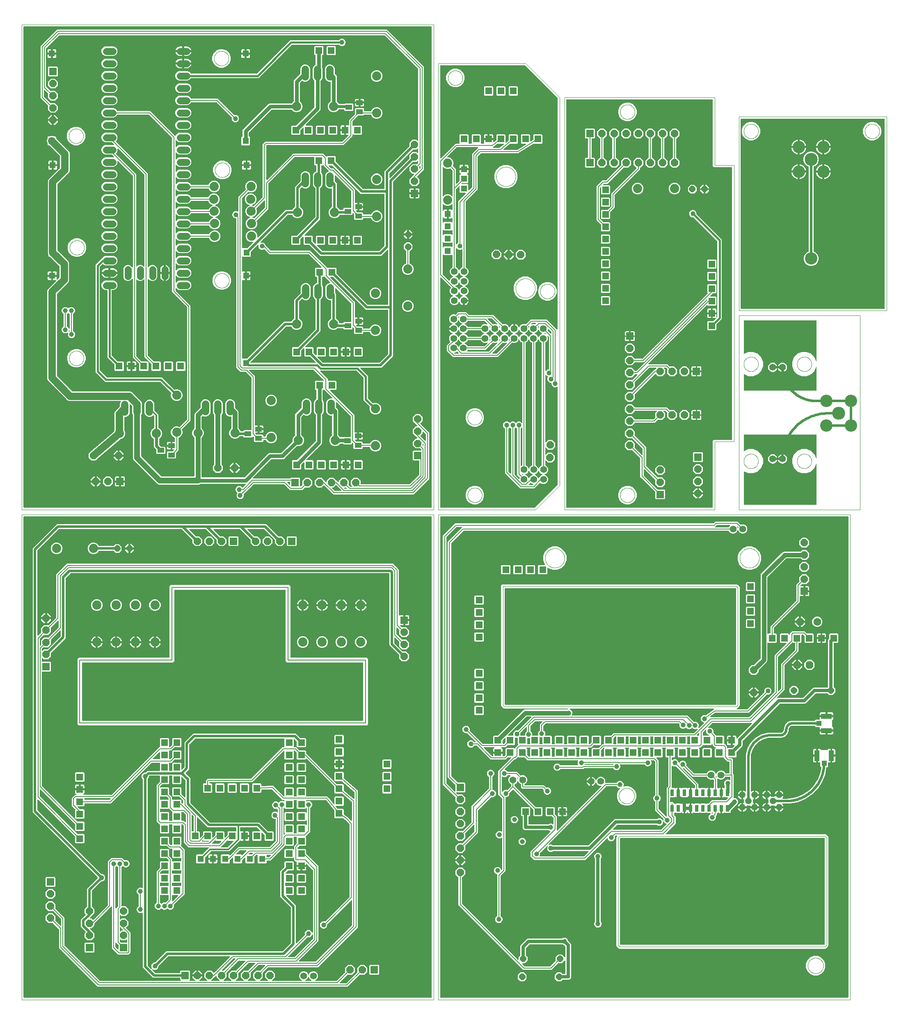
<source format=gbr>
G04 EAGLE Gerber RS-274X export*
G75*
%MOMM*%
%FSLAX34Y34*%
%LPD*%
%INTop Copper*%
%IPPOS*%
%AMOC8*
5,1,8,0,0,1.08239X$1,22.5*%
G01*
%ADD10C,0.000000*%
%ADD11C,0.200000*%
%ADD12R,1.524000X1.524000*%
%ADD13P,1.649562X8X202.500000*%
%ADD14P,1.649562X8X22.500000*%
%ADD15P,1.649562X8X292.500000*%
%ADD16R,1.300000X1.300000*%
%ADD17R,1.400000X1.400000*%
%ADD18P,1.420962X8X22.500000*%
%ADD19C,1.879600*%
%ADD20P,1.649562X8X112.500000*%
%ADD21C,1.400000*%
%ADD22P,1.420962X8X202.500000*%
%ADD23C,1.340000*%
%ADD24R,1.100000X2.250000*%
%ADD25R,1.050000X1.100000*%
%ADD26R,2.250000X1.100000*%
%ADD27R,1.100000X1.050000*%
%ADD28R,0.740003X1.470000*%
%ADD29P,1.732040X8X202.500000*%
%ADD30C,1.600200*%
%ADD31P,1.732040X8X22.500000*%
%ADD32P,1.420962X8X112.500000*%
%ADD33C,1.524000*%
%ADD34R,1.400000X1.000000*%
%ADD35C,1.400000*%
%ADD36C,2.667000*%
%ADD37C,2.552700*%
%ADD38C,2.540000*%
%ADD39C,0.500000*%
%ADD40C,1.000000*%
%ADD41C,0.300000*%
%ADD42C,0.700000*%
%ADD43C,0.900000*%
%ADD44C,0.400000*%
%ADD45C,0.800000*%
%ADD46C,0.600000*%
%ADD47C,1.000000*%
%ADD48C,1.500000*%
%ADD49C,1.200000*%

G36*
X845064Y1014010D02*
X845064Y1014010D01*
X845128Y1014009D01*
X845203Y1014030D01*
X845279Y1014041D01*
X845338Y1014067D01*
X845400Y1014084D01*
X845466Y1014125D01*
X845536Y1014157D01*
X845585Y1014199D01*
X845640Y1014232D01*
X845692Y1014290D01*
X845750Y1014340D01*
X845786Y1014394D01*
X845829Y1014442D01*
X845862Y1014511D01*
X845905Y1014576D01*
X845924Y1014638D01*
X845952Y1014695D01*
X845963Y1014765D01*
X845987Y1014846D01*
X845988Y1014931D01*
X845999Y1015000D01*
X845999Y2005000D01*
X845990Y2005064D01*
X845991Y2005128D01*
X845970Y2005203D01*
X845959Y2005279D01*
X845933Y2005338D01*
X845916Y2005400D01*
X845875Y2005466D01*
X845843Y2005536D01*
X845801Y2005585D01*
X845768Y2005640D01*
X845710Y2005692D01*
X845660Y2005750D01*
X845606Y2005786D01*
X845558Y2005829D01*
X845489Y2005862D01*
X845424Y2005905D01*
X845362Y2005924D01*
X845305Y2005952D01*
X845235Y2005963D01*
X845154Y2005987D01*
X845069Y2005988D01*
X845000Y2005999D01*
X5000Y2005999D01*
X4936Y2005990D01*
X4872Y2005991D01*
X4797Y2005970D01*
X4721Y2005959D01*
X4662Y2005933D01*
X4600Y2005916D01*
X4534Y2005875D01*
X4464Y2005843D01*
X4415Y2005801D01*
X4360Y2005768D01*
X4308Y2005710D01*
X4250Y2005660D01*
X4214Y2005606D01*
X4171Y2005558D01*
X4138Y2005489D01*
X4095Y2005424D01*
X4076Y2005362D01*
X4048Y2005305D01*
X4037Y2005235D01*
X4013Y2005154D01*
X4012Y2005069D01*
X4001Y2005000D01*
X4001Y1015000D01*
X4010Y1014936D01*
X4009Y1014872D01*
X4030Y1014797D01*
X4041Y1014721D01*
X4067Y1014662D01*
X4084Y1014600D01*
X4125Y1014534D01*
X4157Y1014464D01*
X4199Y1014415D01*
X4232Y1014360D01*
X4290Y1014308D01*
X4340Y1014250D01*
X4394Y1014214D01*
X4442Y1014171D01*
X4511Y1014138D01*
X4576Y1014095D01*
X4638Y1014076D01*
X4695Y1014048D01*
X4765Y1014037D01*
X4846Y1014013D01*
X4931Y1014012D01*
X5000Y1014001D01*
X845000Y1014001D01*
X845064Y1014010D01*
G37*
G36*
X845064Y4010D02*
X845064Y4010D01*
X845128Y4009D01*
X845203Y4030D01*
X845279Y4041D01*
X845338Y4067D01*
X845400Y4084D01*
X845466Y4125D01*
X845536Y4157D01*
X845585Y4199D01*
X845640Y4232D01*
X845692Y4290D01*
X845750Y4340D01*
X845786Y4394D01*
X845829Y4442D01*
X845862Y4511D01*
X845905Y4576D01*
X845924Y4638D01*
X845952Y4695D01*
X845963Y4765D01*
X845987Y4846D01*
X845988Y4931D01*
X845999Y5000D01*
X845999Y995000D01*
X845990Y995064D01*
X845991Y995128D01*
X845970Y995203D01*
X845959Y995279D01*
X845933Y995338D01*
X845916Y995400D01*
X845875Y995466D01*
X845843Y995536D01*
X845801Y995585D01*
X845768Y995640D01*
X845710Y995692D01*
X845660Y995750D01*
X845606Y995786D01*
X845558Y995829D01*
X845489Y995862D01*
X845424Y995905D01*
X845362Y995924D01*
X845305Y995952D01*
X845235Y995963D01*
X845154Y995987D01*
X845069Y995988D01*
X845000Y995999D01*
X5000Y995999D01*
X4936Y995990D01*
X4872Y995991D01*
X4797Y995970D01*
X4721Y995959D01*
X4662Y995933D01*
X4600Y995916D01*
X4534Y995875D01*
X4464Y995843D01*
X4415Y995801D01*
X4360Y995768D01*
X4308Y995710D01*
X4250Y995660D01*
X4214Y995606D01*
X4171Y995558D01*
X4138Y995489D01*
X4095Y995424D01*
X4076Y995362D01*
X4048Y995305D01*
X4037Y995235D01*
X4013Y995154D01*
X4012Y995069D01*
X4001Y995000D01*
X4001Y5000D01*
X4010Y4936D01*
X4009Y4872D01*
X4030Y4797D01*
X4041Y4721D01*
X4067Y4662D01*
X4084Y4600D01*
X4125Y4534D01*
X4157Y4464D01*
X4199Y4415D01*
X4232Y4360D01*
X4290Y4308D01*
X4340Y4250D01*
X4394Y4214D01*
X4442Y4171D01*
X4511Y4138D01*
X4576Y4095D01*
X4638Y4076D01*
X4695Y4048D01*
X4765Y4037D01*
X4846Y4013D01*
X4931Y4012D01*
X5000Y4001D01*
X845000Y4001D01*
X845064Y4010D01*
G37*
G36*
X1705064Y4010D02*
X1705064Y4010D01*
X1705128Y4009D01*
X1705203Y4030D01*
X1705279Y4041D01*
X1705338Y4067D01*
X1705400Y4084D01*
X1705466Y4125D01*
X1705536Y4157D01*
X1705585Y4199D01*
X1705640Y4232D01*
X1705692Y4290D01*
X1705750Y4340D01*
X1705786Y4394D01*
X1705829Y4442D01*
X1705862Y4511D01*
X1705905Y4576D01*
X1705924Y4638D01*
X1705952Y4695D01*
X1705963Y4765D01*
X1705987Y4846D01*
X1705988Y4931D01*
X1705999Y5000D01*
X1705999Y995000D01*
X1705990Y995064D01*
X1705991Y995128D01*
X1705970Y995203D01*
X1705959Y995279D01*
X1705933Y995338D01*
X1705916Y995400D01*
X1705875Y995466D01*
X1705843Y995536D01*
X1705801Y995585D01*
X1705768Y995640D01*
X1705710Y995692D01*
X1705660Y995750D01*
X1705606Y995786D01*
X1705558Y995829D01*
X1705489Y995862D01*
X1705424Y995905D01*
X1705362Y995924D01*
X1705305Y995952D01*
X1705235Y995963D01*
X1705154Y995987D01*
X1705069Y995988D01*
X1705000Y995999D01*
X865000Y995999D01*
X864936Y995990D01*
X864872Y995991D01*
X864797Y995970D01*
X864721Y995959D01*
X864662Y995933D01*
X864600Y995916D01*
X864534Y995875D01*
X864464Y995843D01*
X864415Y995801D01*
X864360Y995768D01*
X864308Y995710D01*
X864250Y995660D01*
X864214Y995606D01*
X864171Y995558D01*
X864138Y995489D01*
X864095Y995424D01*
X864076Y995362D01*
X864048Y995305D01*
X864037Y995235D01*
X864013Y995154D01*
X864012Y995069D01*
X864001Y995000D01*
X864001Y5000D01*
X864010Y4936D01*
X864009Y4872D01*
X864030Y4797D01*
X864041Y4721D01*
X864067Y4662D01*
X864084Y4600D01*
X864125Y4534D01*
X864157Y4464D01*
X864199Y4415D01*
X864232Y4360D01*
X864290Y4308D01*
X864340Y4250D01*
X864394Y4214D01*
X864442Y4171D01*
X864511Y4138D01*
X864576Y4095D01*
X864638Y4076D01*
X864695Y4048D01*
X864765Y4037D01*
X864846Y4013D01*
X864931Y4012D01*
X865000Y4001D01*
X1705000Y4001D01*
X1705064Y4010D01*
G37*
%LPC*%
G36*
X1233588Y104999D02*
X1233588Y104999D01*
X1229411Y107411D01*
X1226999Y111588D01*
X1226999Y334412D01*
X1228494Y337000D01*
X1228510Y337040D01*
X1228533Y337076D01*
X1228562Y337171D01*
X1228599Y337262D01*
X1228603Y337305D01*
X1228616Y337346D01*
X1228617Y337444D01*
X1228627Y337543D01*
X1228619Y337585D01*
X1228619Y337628D01*
X1228593Y337723D01*
X1228575Y337820D01*
X1228556Y337858D01*
X1228544Y337900D01*
X1228492Y337984D01*
X1228448Y338072D01*
X1228419Y338103D01*
X1228396Y338140D01*
X1228323Y338206D01*
X1228256Y338278D01*
X1228219Y338300D01*
X1228187Y338329D01*
X1228098Y338372D01*
X1228013Y338422D01*
X1227972Y338433D01*
X1227933Y338452D01*
X1227849Y338465D01*
X1227740Y338493D01*
X1227680Y338491D01*
X1227628Y338499D01*
X1226364Y338499D01*
X1226269Y338486D01*
X1226173Y338481D01*
X1226130Y338466D01*
X1226085Y338459D01*
X1225997Y338420D01*
X1225906Y338388D01*
X1225872Y338363D01*
X1225828Y338343D01*
X1225731Y338260D01*
X1225657Y338207D01*
X1224288Y336837D01*
X1224282Y336830D01*
X1224275Y336824D01*
X1224197Y336716D01*
X1224119Y336612D01*
X1224115Y336603D01*
X1224110Y336595D01*
X1224065Y336470D01*
X1224019Y336348D01*
X1224018Y336338D01*
X1224015Y336329D01*
X1224008Y336198D01*
X1223997Y336067D01*
X1223999Y336057D01*
X1223999Y336048D01*
X1224017Y335973D01*
X1224055Y335791D01*
X1224066Y335769D01*
X1224071Y335748D01*
X1224126Y335617D01*
X1224126Y332633D01*
X1222984Y329876D01*
X1220874Y327766D01*
X1218117Y326624D01*
X1215133Y326624D01*
X1212376Y327766D01*
X1210266Y329876D01*
X1209282Y332252D01*
X1209222Y332354D01*
X1209166Y332459D01*
X1209150Y332475D01*
X1209138Y332495D01*
X1209052Y332576D01*
X1208969Y332661D01*
X1208949Y332672D01*
X1208933Y332688D01*
X1208827Y332742D01*
X1208724Y332800D01*
X1208702Y332805D01*
X1208681Y332816D01*
X1208565Y332838D01*
X1208449Y332865D01*
X1208426Y332864D01*
X1208404Y332868D01*
X1208286Y332857D01*
X1208168Y332851D01*
X1208146Y332843D01*
X1208123Y332841D01*
X1208013Y332797D01*
X1207901Y332758D01*
X1207884Y332745D01*
X1207861Y332737D01*
X1207714Y332622D01*
X1207652Y332576D01*
X1162950Y287874D01*
X1057675Y287874D01*
X1049999Y295550D01*
X1049999Y305200D01*
X1090717Y345917D01*
X1090788Y346012D01*
X1090863Y346104D01*
X1090872Y346125D01*
X1090886Y346143D01*
X1090928Y346254D01*
X1090975Y346363D01*
X1090977Y346385D01*
X1090985Y346407D01*
X1090995Y346525D01*
X1091009Y346643D01*
X1091005Y346665D01*
X1091007Y346688D01*
X1090983Y346804D01*
X1090964Y346921D01*
X1090954Y346942D01*
X1090950Y346964D01*
X1090894Y347069D01*
X1090843Y347176D01*
X1090828Y347193D01*
X1090817Y347213D01*
X1090734Y347298D01*
X1090656Y347387D01*
X1090637Y347398D01*
X1090620Y347415D01*
X1090458Y347507D01*
X1090392Y347547D01*
X1087751Y348641D01*
X1087686Y348707D01*
X1087609Y348764D01*
X1087538Y348829D01*
X1087497Y348849D01*
X1087460Y348876D01*
X1087370Y348910D01*
X1087284Y348952D01*
X1087242Y348958D01*
X1087196Y348975D01*
X1087069Y348985D01*
X1086979Y348999D01*
X1038806Y348999D01*
X1036601Y349913D01*
X1034913Y351601D01*
X1033999Y353806D01*
X1033999Y377000D01*
X1033990Y377064D01*
X1033991Y377128D01*
X1033970Y377203D01*
X1033959Y377279D01*
X1033933Y377338D01*
X1033916Y377400D01*
X1033875Y377466D01*
X1033843Y377536D01*
X1033801Y377585D01*
X1033768Y377640D01*
X1033710Y377692D01*
X1033660Y377750D01*
X1033606Y377786D01*
X1033558Y377829D01*
X1033489Y377862D01*
X1033424Y377905D01*
X1033362Y377924D01*
X1033305Y377952D01*
X1033235Y377963D01*
X1033154Y377987D01*
X1033069Y377988D01*
X1033000Y377999D01*
X1031764Y377999D01*
X1030299Y379464D01*
X1030299Y395536D01*
X1031764Y397001D01*
X1047836Y397001D01*
X1049301Y395536D01*
X1049301Y379464D01*
X1047836Y377999D01*
X1047000Y377999D01*
X1046936Y377990D01*
X1046872Y377991D01*
X1046797Y377970D01*
X1046721Y377959D01*
X1046662Y377933D01*
X1046600Y377916D01*
X1046534Y377875D01*
X1046464Y377843D01*
X1046415Y377801D01*
X1046360Y377768D01*
X1046308Y377710D01*
X1046250Y377660D01*
X1046214Y377606D01*
X1046171Y377558D01*
X1046138Y377489D01*
X1046095Y377424D01*
X1046076Y377362D01*
X1046048Y377305D01*
X1046037Y377235D01*
X1046013Y377154D01*
X1046012Y377069D01*
X1046001Y377000D01*
X1046001Y362000D01*
X1046010Y361936D01*
X1046009Y361872D01*
X1046030Y361797D01*
X1046041Y361721D01*
X1046067Y361662D01*
X1046084Y361600D01*
X1046125Y361534D01*
X1046157Y361464D01*
X1046199Y361415D01*
X1046232Y361360D01*
X1046290Y361308D01*
X1046340Y361250D01*
X1046394Y361214D01*
X1046442Y361171D01*
X1046511Y361138D01*
X1046576Y361095D01*
X1046638Y361076D01*
X1046695Y361048D01*
X1046765Y361037D01*
X1046846Y361013D01*
X1046931Y361012D01*
X1047000Y361001D01*
X1086979Y361001D01*
X1087074Y361014D01*
X1087170Y361019D01*
X1087213Y361034D01*
X1087258Y361041D01*
X1087346Y361080D01*
X1087437Y361112D01*
X1087471Y361137D01*
X1087515Y361157D01*
X1087613Y361240D01*
X1087686Y361293D01*
X1087751Y361359D01*
X1090508Y362501D01*
X1093492Y362501D01*
X1095868Y361517D01*
X1095982Y361487D01*
X1096096Y361453D01*
X1096119Y361452D01*
X1096141Y361447D01*
X1096259Y361450D01*
X1096378Y361449D01*
X1096400Y361455D01*
X1096423Y361456D01*
X1096535Y361492D01*
X1096650Y361524D01*
X1096669Y361536D01*
X1096691Y361543D01*
X1096789Y361610D01*
X1096890Y361672D01*
X1096905Y361689D01*
X1096924Y361702D01*
X1096999Y361793D01*
X1097079Y361882D01*
X1097089Y361902D01*
X1097103Y361920D01*
X1097150Y362029D01*
X1097202Y362135D01*
X1097205Y362157D01*
X1097215Y362179D01*
X1097237Y362363D01*
X1097249Y362440D01*
X1097249Y375011D01*
X1097236Y375106D01*
X1097231Y375202D01*
X1097216Y375245D01*
X1097209Y375290D01*
X1097170Y375378D01*
X1097138Y375469D01*
X1097113Y375503D01*
X1097093Y375547D01*
X1097010Y375645D01*
X1096957Y375718D01*
X1094968Y377707D01*
X1094891Y377764D01*
X1094819Y377829D01*
X1094778Y377849D01*
X1094742Y377876D01*
X1094652Y377910D01*
X1094566Y377952D01*
X1094524Y377958D01*
X1094478Y377975D01*
X1094351Y377985D01*
X1094261Y377999D01*
X1082564Y377999D01*
X1081099Y379464D01*
X1081099Y395536D01*
X1082564Y397001D01*
X1098636Y397001D01*
X1100101Y395536D01*
X1100101Y382889D01*
X1100114Y382794D01*
X1100119Y382698D01*
X1100134Y382655D01*
X1100141Y382610D01*
X1100180Y382522D01*
X1100212Y382431D01*
X1100237Y382397D01*
X1100257Y382353D01*
X1100340Y382255D01*
X1100393Y382182D01*
X1104251Y378325D01*
X1104251Y349489D01*
X1104255Y349457D01*
X1104253Y349425D01*
X1104275Y349318D01*
X1104291Y349210D01*
X1104304Y349180D01*
X1104310Y349149D01*
X1104362Y349052D01*
X1104407Y348953D01*
X1104428Y348928D01*
X1104443Y348900D01*
X1104519Y348821D01*
X1104590Y348738D01*
X1104617Y348721D01*
X1104640Y348698D01*
X1104735Y348644D01*
X1104826Y348584D01*
X1104857Y348575D01*
X1104885Y348559D01*
X1104992Y348533D01*
X1105096Y348502D01*
X1105128Y348501D01*
X1105159Y348494D01*
X1105269Y348499D01*
X1105378Y348498D01*
X1105409Y348506D01*
X1105441Y348508D01*
X1105544Y348544D01*
X1105650Y348573D01*
X1105677Y348590D01*
X1105708Y348601D01*
X1105781Y348654D01*
X1105890Y348721D01*
X1105922Y348757D01*
X1105957Y348782D01*
X1195968Y438793D01*
X1195987Y438819D01*
X1196012Y438840D01*
X1196071Y438932D01*
X1196137Y439019D01*
X1196148Y439049D01*
X1196166Y439076D01*
X1196198Y439181D01*
X1196236Y439283D01*
X1196239Y439315D01*
X1196248Y439346D01*
X1196250Y439455D01*
X1196258Y439564D01*
X1196252Y439596D01*
X1196252Y439628D01*
X1196223Y439733D01*
X1196201Y439840D01*
X1196186Y439869D01*
X1196177Y439900D01*
X1196120Y439993D01*
X1196068Y440089D01*
X1196046Y440112D01*
X1196029Y440140D01*
X1195948Y440213D01*
X1195871Y440291D01*
X1195843Y440307D01*
X1195819Y440329D01*
X1195721Y440376D01*
X1195626Y440430D01*
X1195595Y440438D01*
X1195566Y440452D01*
X1195476Y440466D01*
X1195352Y440495D01*
X1195303Y440493D01*
X1195261Y440499D01*
X1193110Y440499D01*
X1189618Y441946D01*
X1186946Y444618D01*
X1185930Y447071D01*
X1185893Y447133D01*
X1185866Y447199D01*
X1185822Y447253D01*
X1185786Y447314D01*
X1185734Y447363D01*
X1185689Y447418D01*
X1185632Y447459D01*
X1185580Y447507D01*
X1185517Y447539D01*
X1185458Y447580D01*
X1185392Y447603D01*
X1185329Y447635D01*
X1185259Y447648D01*
X1185191Y447671D01*
X1185121Y447674D01*
X1185052Y447687D01*
X1184981Y447680D01*
X1184909Y447683D01*
X1184841Y447667D01*
X1184771Y447660D01*
X1184705Y447633D01*
X1184635Y447616D01*
X1184574Y447581D01*
X1184509Y447555D01*
X1184453Y447512D01*
X1184391Y447476D01*
X1184342Y447425D01*
X1184287Y447382D01*
X1184245Y447324D01*
X1184195Y447272D01*
X1184166Y447215D01*
X1184122Y447153D01*
X1184106Y447109D01*
X1184095Y447092D01*
X1184081Y447047D01*
X1184056Y446997D01*
X1183842Y446338D01*
X1183160Y444999D01*
X1182277Y443785D01*
X1181215Y442723D01*
X1180001Y441840D01*
X1178662Y441158D01*
X1177234Y440694D01*
X1176999Y440657D01*
X1176999Y449000D01*
X1176990Y449063D01*
X1176991Y449128D01*
X1176970Y449202D01*
X1176959Y449279D01*
X1176933Y449338D01*
X1176916Y449400D01*
X1176875Y449466D01*
X1176843Y449536D01*
X1176801Y449585D01*
X1176768Y449640D01*
X1176710Y449691D01*
X1176660Y449750D01*
X1176606Y449786D01*
X1176558Y449829D01*
X1176489Y449862D01*
X1176424Y449905D01*
X1176362Y449924D01*
X1176305Y449952D01*
X1176235Y449962D01*
X1176154Y449987D01*
X1176069Y449988D01*
X1176000Y449999D01*
X1174999Y449999D01*
X1174999Y450001D01*
X1176000Y450001D01*
X1176064Y450010D01*
X1176128Y450009D01*
X1176203Y450030D01*
X1176279Y450041D01*
X1176338Y450067D01*
X1176400Y450084D01*
X1176466Y450125D01*
X1176536Y450157D01*
X1176585Y450199D01*
X1176640Y450232D01*
X1176692Y450290D01*
X1176750Y450340D01*
X1176786Y450394D01*
X1176829Y450442D01*
X1176862Y450511D01*
X1176905Y450576D01*
X1176924Y450638D01*
X1176952Y450696D01*
X1176962Y450765D01*
X1176987Y450846D01*
X1176988Y450931D01*
X1176999Y451000D01*
X1176999Y459343D01*
X1177234Y459306D01*
X1178662Y458842D01*
X1180001Y458160D01*
X1181215Y457277D01*
X1182277Y456215D01*
X1183160Y455001D01*
X1183842Y453662D01*
X1184056Y453003D01*
X1184088Y452939D01*
X1184110Y452870D01*
X1184149Y452812D01*
X1184180Y452749D01*
X1184228Y452697D01*
X1184269Y452637D01*
X1184323Y452593D01*
X1184370Y452541D01*
X1184431Y452504D01*
X1184486Y452458D01*
X1184551Y452430D01*
X1184611Y452394D01*
X1184680Y452375D01*
X1184745Y452347D01*
X1184815Y452338D01*
X1184883Y452320D01*
X1184954Y452321D01*
X1185025Y452312D01*
X1185095Y452323D01*
X1185165Y452325D01*
X1185233Y452346D01*
X1185304Y452357D01*
X1185367Y452387D01*
X1185434Y452408D01*
X1185494Y452448D01*
X1185558Y452478D01*
X1185611Y452525D01*
X1185670Y452564D01*
X1185716Y452618D01*
X1185769Y452666D01*
X1185803Y452721D01*
X1185852Y452779D01*
X1185890Y452864D01*
X1185930Y452929D01*
X1186946Y455382D01*
X1189618Y458054D01*
X1193110Y459501D01*
X1196890Y459501D01*
X1200382Y458054D01*
X1203054Y455382D01*
X1204501Y451890D01*
X1204501Y448097D01*
X1204480Y448017D01*
X1204446Y447904D01*
X1204445Y447881D01*
X1204440Y447859D01*
X1204444Y447741D01*
X1204442Y447622D01*
X1204448Y447600D01*
X1204449Y447578D01*
X1204486Y447465D01*
X1204517Y447350D01*
X1204529Y447331D01*
X1204536Y447309D01*
X1204603Y447211D01*
X1204665Y447110D01*
X1204682Y447095D01*
X1204695Y447076D01*
X1204787Y447001D01*
X1204875Y446921D01*
X1204895Y446911D01*
X1204913Y446897D01*
X1205022Y446850D01*
X1205128Y446798D01*
X1205150Y446795D01*
X1205172Y446786D01*
X1205357Y446763D01*
X1205433Y446751D01*
X1227289Y446751D01*
X1227298Y446752D01*
X1227307Y446751D01*
X1227438Y446772D01*
X1227568Y446791D01*
X1227576Y446794D01*
X1227586Y446796D01*
X1227706Y446853D01*
X1227825Y446907D01*
X1227832Y446913D01*
X1227841Y446917D01*
X1227939Y447005D01*
X1228039Y447090D01*
X1228044Y447098D01*
X1228051Y447104D01*
X1228091Y447170D01*
X1228194Y447326D01*
X1228201Y447349D01*
X1228212Y447368D01*
X1228266Y447499D01*
X1230376Y449609D01*
X1233133Y450751D01*
X1236117Y450751D01*
X1238874Y449609D01*
X1240984Y447499D01*
X1242126Y444742D01*
X1242126Y441758D01*
X1241695Y440718D01*
X1241687Y440686D01*
X1241672Y440658D01*
X1241652Y440550D01*
X1241625Y440444D01*
X1241626Y440412D01*
X1241620Y440380D01*
X1241630Y440272D01*
X1241634Y440163D01*
X1241644Y440132D01*
X1241647Y440100D01*
X1241687Y439998D01*
X1241721Y439894D01*
X1241739Y439868D01*
X1241751Y439838D01*
X1241818Y439752D01*
X1241880Y439661D01*
X1241905Y439641D01*
X1241925Y439615D01*
X1242013Y439552D01*
X1242098Y439482D01*
X1242127Y439469D01*
X1242154Y439450D01*
X1242256Y439414D01*
X1242357Y439371D01*
X1242389Y439367D01*
X1242419Y439356D01*
X1242528Y439350D01*
X1242637Y439336D01*
X1242669Y439341D01*
X1242701Y439339D01*
X1242789Y439361D01*
X1242915Y439381D01*
X1242959Y439402D01*
X1243000Y439412D01*
X1244422Y440001D01*
X1252378Y440001D01*
X1259730Y436956D01*
X1265356Y431330D01*
X1268401Y423978D01*
X1268401Y416022D01*
X1265356Y408670D01*
X1259730Y403044D01*
X1252378Y399999D01*
X1244422Y399999D01*
X1237070Y403044D01*
X1231444Y408670D01*
X1228399Y416022D01*
X1228399Y423978D01*
X1231444Y431330D01*
X1234158Y434043D01*
X1234178Y434069D01*
X1234202Y434090D01*
X1234262Y434182D01*
X1234327Y434269D01*
X1234339Y434299D01*
X1234356Y434326D01*
X1234388Y434431D01*
X1234427Y434533D01*
X1234429Y434565D01*
X1234439Y434596D01*
X1234440Y434705D01*
X1234449Y434814D01*
X1234442Y434846D01*
X1234443Y434878D01*
X1234413Y434983D01*
X1234391Y435090D01*
X1234376Y435119D01*
X1234367Y435150D01*
X1234310Y435243D01*
X1234259Y435339D01*
X1234236Y435362D01*
X1234219Y435390D01*
X1234138Y435463D01*
X1234062Y435541D01*
X1234034Y435557D01*
X1234010Y435579D01*
X1233912Y435626D01*
X1233817Y435680D01*
X1233785Y435688D01*
X1233756Y435702D01*
X1233667Y435716D01*
X1233542Y435745D01*
X1233494Y435743D01*
X1233452Y435749D01*
X1233133Y435749D01*
X1230376Y436891D01*
X1228266Y439001D01*
X1228212Y439132D01*
X1228207Y439141D01*
X1228204Y439150D01*
X1228135Y439262D01*
X1228068Y439375D01*
X1228061Y439382D01*
X1228056Y439390D01*
X1227958Y439478D01*
X1227863Y439568D01*
X1227854Y439572D01*
X1227847Y439579D01*
X1227728Y439636D01*
X1227611Y439696D01*
X1227602Y439698D01*
X1227593Y439702D01*
X1227517Y439714D01*
X1227334Y439748D01*
X1227310Y439746D01*
X1227289Y439749D01*
X1207239Y439749D01*
X1207144Y439736D01*
X1207048Y439731D01*
X1207005Y439716D01*
X1206960Y439709D01*
X1206872Y439670D01*
X1206781Y439638D01*
X1206747Y439613D01*
X1206703Y439593D01*
X1206605Y439510D01*
X1206532Y439457D01*
X1087349Y320273D01*
X1087297Y320204D01*
X1087237Y320140D01*
X1087212Y320091D01*
X1087179Y320047D01*
X1087149Y319966D01*
X1087109Y319889D01*
X1087099Y319835D01*
X1087080Y319783D01*
X1087073Y319697D01*
X1087057Y319612D01*
X1087062Y319557D01*
X1087058Y319502D01*
X1087076Y319417D01*
X1087084Y319331D01*
X1087104Y319280D01*
X1087116Y319226D01*
X1087156Y319150D01*
X1087189Y319069D01*
X1087222Y319026D01*
X1087248Y318977D01*
X1087309Y318915D01*
X1087362Y318847D01*
X1087407Y318814D01*
X1087445Y318775D01*
X1087520Y318732D01*
X1087591Y318682D01*
X1087642Y318663D01*
X1087690Y318636D01*
X1087775Y318616D01*
X1087857Y318587D01*
X1087911Y318584D01*
X1087965Y318571D01*
X1088052Y318576D01*
X1088138Y318571D01*
X1088188Y318583D01*
X1088246Y318586D01*
X1088354Y318623D01*
X1088438Y318643D01*
X1090508Y319501D01*
X1093492Y319501D01*
X1096249Y318359D01*
X1096314Y318293D01*
X1096391Y318236D01*
X1096462Y318171D01*
X1096503Y318151D01*
X1096540Y318124D01*
X1096630Y318090D01*
X1096716Y318048D01*
X1096758Y318042D01*
X1096804Y318025D01*
X1096931Y318015D01*
X1097021Y318001D01*
X1169101Y318001D01*
X1169195Y318014D01*
X1169292Y318019D01*
X1169335Y318034D01*
X1169380Y318041D01*
X1169467Y318080D01*
X1169558Y318112D01*
X1169593Y318137D01*
X1169637Y318157D01*
X1169734Y318240D01*
X1169807Y318293D01*
X1222601Y371087D01*
X1224806Y372001D01*
X1310979Y372001D01*
X1311074Y372014D01*
X1311170Y372019D01*
X1311213Y372034D01*
X1311258Y372041D01*
X1311346Y372080D01*
X1311437Y372112D01*
X1311471Y372137D01*
X1311515Y372157D01*
X1311613Y372240D01*
X1311686Y372293D01*
X1311751Y372359D01*
X1314508Y373501D01*
X1317492Y373501D01*
X1320249Y372359D01*
X1322359Y370249D01*
X1322577Y369722D01*
X1322621Y369648D01*
X1322657Y369569D01*
X1322692Y369527D01*
X1322720Y369480D01*
X1322784Y369420D01*
X1322840Y369354D01*
X1322886Y369324D01*
X1322926Y369287D01*
X1323003Y369248D01*
X1323076Y369200D01*
X1323129Y369184D01*
X1323178Y369159D01*
X1323263Y369143D01*
X1323346Y369118D01*
X1323401Y369117D01*
X1323455Y369107D01*
X1323541Y369115D01*
X1323628Y369114D01*
X1323681Y369128D01*
X1323735Y369134D01*
X1323816Y369166D01*
X1323900Y369189D01*
X1323946Y369218D01*
X1323997Y369238D01*
X1324066Y369292D01*
X1324140Y369337D01*
X1324176Y369378D01*
X1324220Y369412D01*
X1324270Y369482D01*
X1324329Y369546D01*
X1324353Y369596D01*
X1324385Y369640D01*
X1324414Y369722D01*
X1324452Y369800D01*
X1324460Y369851D01*
X1324479Y369906D01*
X1324486Y370020D01*
X1324499Y370105D01*
X1324499Y371492D01*
X1324554Y371623D01*
X1324556Y371632D01*
X1324561Y371641D01*
X1324591Y371769D01*
X1324624Y371896D01*
X1324623Y371906D01*
X1324626Y371915D01*
X1324619Y372048D01*
X1324615Y372178D01*
X1324612Y372187D01*
X1324611Y372197D01*
X1324568Y372321D01*
X1324527Y372446D01*
X1324522Y372454D01*
X1324519Y372463D01*
X1324473Y372525D01*
X1324368Y372679D01*
X1324350Y372695D01*
X1324337Y372712D01*
X1309843Y387207D01*
X1307499Y389550D01*
X1307499Y407664D01*
X1307498Y407673D01*
X1307499Y407682D01*
X1307478Y407813D01*
X1307459Y407943D01*
X1307456Y407951D01*
X1307454Y407961D01*
X1307397Y408081D01*
X1307343Y408200D01*
X1307337Y408207D01*
X1307333Y408216D01*
X1307245Y408314D01*
X1307160Y408414D01*
X1307152Y408419D01*
X1307146Y408426D01*
X1307080Y408466D01*
X1306924Y408569D01*
X1306901Y408576D01*
X1306882Y408587D01*
X1306751Y408641D01*
X1304641Y410751D01*
X1303499Y413508D01*
X1303499Y416492D01*
X1304641Y419249D01*
X1306751Y421359D01*
X1306882Y421413D01*
X1306891Y421418D01*
X1306900Y421421D01*
X1307012Y421490D01*
X1307125Y421557D01*
X1307132Y421564D01*
X1307140Y421569D01*
X1307228Y421667D01*
X1307318Y421762D01*
X1307322Y421771D01*
X1307329Y421778D01*
X1307386Y421897D01*
X1307446Y422014D01*
X1307448Y422023D01*
X1307452Y422032D01*
X1307464Y422108D01*
X1307498Y422291D01*
X1307496Y422315D01*
X1307499Y422336D01*
X1307499Y490136D01*
X1307486Y490231D01*
X1307481Y490327D01*
X1307466Y490370D01*
X1307459Y490415D01*
X1307420Y490503D01*
X1307388Y490594D01*
X1307363Y490628D01*
X1307343Y490672D01*
X1307260Y490770D01*
X1307207Y490843D01*
X1304843Y493207D01*
X1304766Y493264D01*
X1304694Y493329D01*
X1304653Y493349D01*
X1304617Y493376D01*
X1304527Y493410D01*
X1304441Y493452D01*
X1304399Y493458D01*
X1304353Y493475D01*
X1304226Y493485D01*
X1304136Y493499D01*
X1299440Y493499D01*
X1299323Y493483D01*
X1299204Y493471D01*
X1299183Y493463D01*
X1299161Y493459D01*
X1299053Y493411D01*
X1298942Y493367D01*
X1298924Y493353D01*
X1298904Y493343D01*
X1298814Y493266D01*
X1298720Y493193D01*
X1298707Y493175D01*
X1298689Y493160D01*
X1298624Y493060D01*
X1298555Y492964D01*
X1298548Y492943D01*
X1298535Y492924D01*
X1298500Y492810D01*
X1298461Y492699D01*
X1298459Y492676D01*
X1298453Y492654D01*
X1298451Y492536D01*
X1298444Y492417D01*
X1298449Y492396D01*
X1298449Y492372D01*
X1298499Y492193D01*
X1298517Y492118D01*
X1299501Y489742D01*
X1299501Y486758D01*
X1298359Y484001D01*
X1296249Y481891D01*
X1293492Y480749D01*
X1290508Y480749D01*
X1287751Y481891D01*
X1285641Y484001D01*
X1285587Y484132D01*
X1285582Y484141D01*
X1285579Y484150D01*
X1285510Y484262D01*
X1285443Y484375D01*
X1285436Y484382D01*
X1285431Y484390D01*
X1285333Y484478D01*
X1285238Y484568D01*
X1285229Y484572D01*
X1285222Y484579D01*
X1285103Y484636D01*
X1284986Y484696D01*
X1284977Y484698D01*
X1284968Y484702D01*
X1284892Y484714D01*
X1284709Y484748D01*
X1284685Y484746D01*
X1284664Y484749D01*
X1235677Y484749D01*
X1235560Y484733D01*
X1235442Y484721D01*
X1235421Y484713D01*
X1235398Y484709D01*
X1235290Y484661D01*
X1235180Y484617D01*
X1235162Y484603D01*
X1235141Y484593D01*
X1235051Y484516D01*
X1234958Y484443D01*
X1234944Y484425D01*
X1234927Y484410D01*
X1234862Y484310D01*
X1234793Y484214D01*
X1234785Y484193D01*
X1234772Y484174D01*
X1234738Y484060D01*
X1234698Y483949D01*
X1234697Y483926D01*
X1234690Y483904D01*
X1234688Y483786D01*
X1234682Y483667D01*
X1234687Y483646D01*
X1234686Y483622D01*
X1234736Y483443D01*
X1234754Y483368D01*
X1235376Y481867D01*
X1235376Y478883D01*
X1234234Y476126D01*
X1232124Y474016D01*
X1229367Y472874D01*
X1226383Y472874D01*
X1223626Y474016D01*
X1221516Y476126D01*
X1221462Y476257D01*
X1221457Y476266D01*
X1221454Y476275D01*
X1221385Y476387D01*
X1221318Y476500D01*
X1221311Y476507D01*
X1221306Y476515D01*
X1221208Y476603D01*
X1221113Y476693D01*
X1221104Y476697D01*
X1221097Y476704D01*
X1220978Y476761D01*
X1220861Y476821D01*
X1220852Y476823D01*
X1220843Y476827D01*
X1220767Y476839D01*
X1220584Y476873D01*
X1220560Y476871D01*
X1220539Y476874D01*
X1161114Y476874D01*
X1161019Y476861D01*
X1160923Y476856D01*
X1160880Y476841D01*
X1160835Y476834D01*
X1160747Y476795D01*
X1160656Y476763D01*
X1160622Y476738D01*
X1160578Y476718D01*
X1160480Y476635D01*
X1160407Y476582D01*
X1159575Y475749D01*
X1112586Y475749D01*
X1112577Y475748D01*
X1112568Y475749D01*
X1112437Y475728D01*
X1112307Y475709D01*
X1112299Y475706D01*
X1112289Y475704D01*
X1112169Y475647D01*
X1112050Y475593D01*
X1112043Y475587D01*
X1112034Y475583D01*
X1111936Y475495D01*
X1111836Y475410D01*
X1111831Y475402D01*
X1111824Y475396D01*
X1111784Y475330D01*
X1111681Y475174D01*
X1111674Y475151D01*
X1111663Y475132D01*
X1111609Y475001D01*
X1109499Y472891D01*
X1106742Y471749D01*
X1103758Y471749D01*
X1101001Y472891D01*
X1098891Y475001D01*
X1097749Y477758D01*
X1097749Y480742D01*
X1098891Y483499D01*
X1101001Y485609D01*
X1103758Y486751D01*
X1106742Y486751D01*
X1109499Y485609D01*
X1111609Y483499D01*
X1111663Y483368D01*
X1111668Y483359D01*
X1111671Y483350D01*
X1111740Y483238D01*
X1111807Y483125D01*
X1111814Y483118D01*
X1111819Y483110D01*
X1111917Y483022D01*
X1112012Y482932D01*
X1112021Y482928D01*
X1112028Y482921D01*
X1112147Y482864D01*
X1112264Y482804D01*
X1112273Y482802D01*
X1112282Y482798D01*
X1112358Y482786D01*
X1112541Y482752D01*
X1112565Y482754D01*
X1112586Y482751D01*
X1147414Y482751D01*
X1147531Y482767D01*
X1147649Y482779D01*
X1147670Y482787D01*
X1147693Y482791D01*
X1147801Y482839D01*
X1147911Y482883D01*
X1147929Y482897D01*
X1147950Y482907D01*
X1148040Y482984D01*
X1148133Y483057D01*
X1148147Y483075D01*
X1148164Y483090D01*
X1148229Y483189D01*
X1148298Y483286D01*
X1148306Y483307D01*
X1148319Y483326D01*
X1148353Y483440D01*
X1148393Y483551D01*
X1148394Y483574D01*
X1148401Y483596D01*
X1148402Y483714D01*
X1148409Y483833D01*
X1148404Y483854D01*
X1148405Y483878D01*
X1148355Y484057D01*
X1148337Y484132D01*
X1147249Y486758D01*
X1147249Y489742D01*
X1148233Y492118D01*
X1148263Y492232D01*
X1148297Y492346D01*
X1148298Y492369D01*
X1148303Y492391D01*
X1148300Y492509D01*
X1148301Y492628D01*
X1148295Y492650D01*
X1148294Y492673D01*
X1148258Y492785D01*
X1148226Y492900D01*
X1148214Y492919D01*
X1148207Y492941D01*
X1148140Y493039D01*
X1148078Y493140D01*
X1148061Y493155D01*
X1148048Y493174D01*
X1147957Y493249D01*
X1147868Y493329D01*
X1147848Y493339D01*
X1147830Y493353D01*
X1147721Y493400D01*
X1147615Y493452D01*
X1147593Y493455D01*
X1147571Y493465D01*
X1147387Y493487D01*
X1147310Y493499D01*
X1044050Y493499D01*
X1038343Y499207D01*
X1038266Y499264D01*
X1038194Y499329D01*
X1038153Y499349D01*
X1038117Y499376D01*
X1038027Y499410D01*
X1037941Y499452D01*
X1037899Y499458D01*
X1037853Y499475D01*
X1037726Y499485D01*
X1037636Y499499D01*
X1025464Y499499D01*
X1025226Y499737D01*
X1025175Y499776D01*
X1025130Y499822D01*
X1025063Y499860D01*
X1025001Y499907D01*
X1024941Y499929D01*
X1024885Y499961D01*
X1024809Y499979D01*
X1024737Y500006D01*
X1024673Y500011D01*
X1024610Y500026D01*
X1024533Y500022D01*
X1024456Y500028D01*
X1024393Y500015D01*
X1024328Y500011D01*
X1024255Y499986D01*
X1024179Y499970D01*
X1024123Y499940D01*
X1024062Y499919D01*
X1024005Y499878D01*
X1023931Y499838D01*
X1023870Y499779D01*
X1023813Y499737D01*
X1018950Y494874D01*
X1017114Y494874D01*
X1017019Y494861D01*
X1016923Y494856D01*
X1016880Y494841D01*
X1016835Y494834D01*
X1016747Y494795D01*
X1016656Y494763D01*
X1016622Y494738D01*
X1016578Y494718D01*
X1016480Y494635D01*
X1016407Y494582D01*
X997018Y475192D01*
X996947Y475098D01*
X996872Y475006D01*
X996863Y474985D01*
X996849Y474967D01*
X996807Y474856D01*
X996760Y474747D01*
X996757Y474724D01*
X996749Y474703D01*
X996740Y474585D01*
X996726Y474467D01*
X996729Y474445D01*
X996728Y474422D01*
X996752Y474306D01*
X996771Y474189D01*
X996781Y474168D01*
X996785Y474146D01*
X996841Y474041D01*
X996892Y473934D01*
X996907Y473917D01*
X996918Y473897D01*
X997000Y473812D01*
X997079Y473723D01*
X997098Y473712D01*
X997114Y473695D01*
X997277Y473603D01*
X997342Y473563D01*
X1000249Y472359D01*
X1002359Y470249D01*
X1002413Y470118D01*
X1002418Y470109D01*
X1002421Y470100D01*
X1002490Y469988D01*
X1002557Y469875D01*
X1002564Y469868D01*
X1002569Y469860D01*
X1002667Y469772D01*
X1002762Y469682D01*
X1002771Y469678D01*
X1002778Y469671D01*
X1002897Y469614D01*
X1003014Y469554D01*
X1003023Y469552D01*
X1003032Y469548D01*
X1003108Y469536D01*
X1003291Y469502D01*
X1003315Y469504D01*
X1003336Y469501D01*
X1022450Y469501D01*
X1024793Y467158D01*
X1024793Y467157D01*
X1029757Y462194D01*
X1029765Y462188D01*
X1029770Y462181D01*
X1029877Y462104D01*
X1029983Y462024D01*
X1029992Y462021D01*
X1029999Y462016D01*
X1030123Y461972D01*
X1030247Y461925D01*
X1030256Y461924D01*
X1030265Y461921D01*
X1030396Y461913D01*
X1030528Y461903D01*
X1030537Y461905D01*
X1030546Y461904D01*
X1030622Y461923D01*
X1030804Y461961D01*
X1030825Y461972D01*
X1030846Y461977D01*
X1032110Y462501D01*
X1035890Y462501D01*
X1039382Y461054D01*
X1042054Y458382D01*
X1043501Y454890D01*
X1043501Y451110D01*
X1042054Y447618D01*
X1039382Y444946D01*
X1038118Y444422D01*
X1038109Y444417D01*
X1038100Y444415D01*
X1037988Y444345D01*
X1037875Y444278D01*
X1037868Y444272D01*
X1037860Y444267D01*
X1037772Y444168D01*
X1037682Y444073D01*
X1037678Y444064D01*
X1037671Y444057D01*
X1037614Y443939D01*
X1037554Y443821D01*
X1037552Y443812D01*
X1037548Y443803D01*
X1037536Y443728D01*
X1037502Y443544D01*
X1037504Y443520D01*
X1037501Y443499D01*
X1037501Y442500D01*
X1037510Y442436D01*
X1037509Y442372D01*
X1037530Y442297D01*
X1037541Y442221D01*
X1037567Y442162D01*
X1037584Y442100D01*
X1037625Y442034D01*
X1037657Y441964D01*
X1037699Y441915D01*
X1037732Y441860D01*
X1037790Y441808D01*
X1037840Y441750D01*
X1037894Y441714D01*
X1037942Y441671D01*
X1038011Y441638D01*
X1038076Y441595D01*
X1038138Y441576D01*
X1038195Y441548D01*
X1038265Y441537D01*
X1038346Y441513D01*
X1038431Y441512D01*
X1038500Y441501D01*
X1078450Y441501D01*
X1080793Y439158D01*
X1080793Y439157D01*
X1082288Y437663D01*
X1082295Y437657D01*
X1082301Y437650D01*
X1082409Y437572D01*
X1082513Y437494D01*
X1082522Y437490D01*
X1082530Y437485D01*
X1082655Y437440D01*
X1082777Y437394D01*
X1082787Y437393D01*
X1082796Y437390D01*
X1082927Y437383D01*
X1083058Y437372D01*
X1083068Y437374D01*
X1083077Y437374D01*
X1083152Y437392D01*
X1083334Y437430D01*
X1083356Y437441D01*
X1083377Y437446D01*
X1083508Y437501D01*
X1086492Y437501D01*
X1089249Y436359D01*
X1091359Y434249D01*
X1092501Y431492D01*
X1092501Y428508D01*
X1091359Y425751D01*
X1089249Y423641D01*
X1086492Y422499D01*
X1083508Y422499D01*
X1080751Y423641D01*
X1078641Y425751D01*
X1077499Y428508D01*
X1077499Y431492D01*
X1077554Y431623D01*
X1077556Y431632D01*
X1077561Y431641D01*
X1077591Y431769D01*
X1077624Y431896D01*
X1077623Y431906D01*
X1077626Y431915D01*
X1077619Y432047D01*
X1077615Y432178D01*
X1077612Y432187D01*
X1077611Y432197D01*
X1077568Y432321D01*
X1077527Y432446D01*
X1077522Y432454D01*
X1077519Y432463D01*
X1077473Y432526D01*
X1077368Y432679D01*
X1077350Y432695D01*
X1077337Y432712D01*
X1075843Y434207D01*
X1075766Y434264D01*
X1075694Y434329D01*
X1075653Y434349D01*
X1075617Y434376D01*
X1075527Y434410D01*
X1075441Y434452D01*
X1075399Y434458D01*
X1075353Y434475D01*
X1075226Y434485D01*
X1075136Y434499D01*
X1033550Y434499D01*
X1030499Y437550D01*
X1030499Y443499D01*
X1030498Y443508D01*
X1030499Y443518D01*
X1030478Y443648D01*
X1030459Y443778D01*
X1030456Y443787D01*
X1030454Y443796D01*
X1030397Y443916D01*
X1030343Y444035D01*
X1030337Y444042D01*
X1030333Y444051D01*
X1030245Y444149D01*
X1030160Y444249D01*
X1030152Y444255D01*
X1030146Y444262D01*
X1030080Y444302D01*
X1029924Y444404D01*
X1029901Y444411D01*
X1029882Y444422D01*
X1028618Y444946D01*
X1025946Y447618D01*
X1024923Y450087D01*
X1024907Y450115D01*
X1024897Y450145D01*
X1024835Y450236D01*
X1024780Y450330D01*
X1024756Y450352D01*
X1024738Y450378D01*
X1024653Y450448D01*
X1024574Y450522D01*
X1024545Y450537D01*
X1024520Y450558D01*
X1024420Y450601D01*
X1024322Y450650D01*
X1024291Y450656D01*
X1024261Y450669D01*
X1024153Y450682D01*
X1024045Y450703D01*
X1024013Y450700D01*
X1023981Y450703D01*
X1023873Y450686D01*
X1023765Y450676D01*
X1023735Y450664D01*
X1023703Y450658D01*
X1023604Y450611D01*
X1023503Y450571D01*
X1023477Y450551D01*
X1023448Y450537D01*
X1023366Y450465D01*
X1023280Y450398D01*
X1023261Y450371D01*
X1023237Y450350D01*
X1023190Y450273D01*
X1023115Y450169D01*
X1023099Y450123D01*
X1023077Y450087D01*
X1022054Y447618D01*
X1019382Y444946D01*
X1018118Y444422D01*
X1018109Y444417D01*
X1018100Y444415D01*
X1017988Y444345D01*
X1017875Y444278D01*
X1017868Y444272D01*
X1017860Y444267D01*
X1017772Y444168D01*
X1017682Y444073D01*
X1017678Y444064D01*
X1017671Y444057D01*
X1017614Y443939D01*
X1017554Y443821D01*
X1017552Y443812D01*
X1017548Y443803D01*
X1017536Y443728D01*
X1017502Y443544D01*
X1017504Y443520D01*
X1017501Y443499D01*
X1017501Y440564D01*
X1017514Y440469D01*
X1017519Y440373D01*
X1017534Y440330D01*
X1017541Y440285D01*
X1017580Y440197D01*
X1017612Y440106D01*
X1017637Y440072D01*
X1017657Y440028D01*
X1017740Y439930D01*
X1017793Y439857D01*
X1060357Y397293D01*
X1060434Y397236D01*
X1060506Y397171D01*
X1060547Y397151D01*
X1060583Y397124D01*
X1060673Y397090D01*
X1060759Y397048D01*
X1060801Y397042D01*
X1060847Y397025D01*
X1060974Y397015D01*
X1061064Y397001D01*
X1073236Y397001D01*
X1074701Y395536D01*
X1074701Y379464D01*
X1073236Y377999D01*
X1057164Y377999D01*
X1055699Y379464D01*
X1055699Y391636D01*
X1055686Y391731D01*
X1055681Y391827D01*
X1055666Y391870D01*
X1055659Y391915D01*
X1055620Y392003D01*
X1055588Y392094D01*
X1055563Y392128D01*
X1055543Y392172D01*
X1055460Y392270D01*
X1055407Y392343D01*
X1014707Y433043D01*
X1014655Y433081D01*
X1014610Y433127D01*
X1014543Y433165D01*
X1014481Y433212D01*
X1014421Y433235D01*
X1014365Y433266D01*
X1014290Y433284D01*
X1014217Y433311D01*
X1014153Y433316D01*
X1014091Y433331D01*
X1014013Y433327D01*
X1013936Y433333D01*
X1013873Y433320D01*
X1013809Y433317D01*
X1013736Y433291D01*
X1013660Y433276D01*
X1013603Y433245D01*
X1013542Y433224D01*
X1013486Y433183D01*
X1013411Y433143D01*
X1013350Y433084D01*
X1013293Y433043D01*
X1006793Y426543D01*
X1006736Y426466D01*
X1006671Y426394D01*
X1006651Y426353D01*
X1006624Y426317D01*
X1006590Y426227D01*
X1006548Y426141D01*
X1006542Y426099D01*
X1006525Y426053D01*
X1006515Y425926D01*
X1006501Y425836D01*
X1006501Y423508D01*
X1005359Y420751D01*
X1003249Y418641D01*
X1000492Y417499D01*
X999500Y417499D01*
X999436Y417490D01*
X999372Y417491D01*
X999297Y417470D01*
X999221Y417459D01*
X999162Y417433D01*
X999100Y417416D01*
X999034Y417375D01*
X998964Y417343D01*
X998915Y417301D01*
X998860Y417268D01*
X998808Y417210D01*
X998750Y417160D01*
X998714Y417106D01*
X998671Y417058D01*
X998638Y416989D01*
X998595Y416924D01*
X998576Y416862D01*
X998548Y416805D01*
X998537Y416735D01*
X998513Y416654D01*
X998512Y416569D01*
X998501Y416500D01*
X998501Y265175D01*
X988668Y255343D01*
X988611Y255266D01*
X988546Y255194D01*
X988526Y255153D01*
X988499Y255117D01*
X988465Y255027D01*
X988423Y254941D01*
X988417Y254899D01*
X988400Y254853D01*
X988390Y254726D01*
X988376Y254636D01*
X988376Y172711D01*
X988377Y172702D01*
X988376Y172693D01*
X988397Y172562D01*
X988416Y172432D01*
X988419Y172424D01*
X988421Y172414D01*
X988478Y172294D01*
X988532Y172175D01*
X988538Y172168D01*
X988542Y172159D01*
X988630Y172061D01*
X988715Y171961D01*
X988723Y171956D01*
X988729Y171949D01*
X988795Y171909D01*
X988951Y171806D01*
X988974Y171799D01*
X988993Y171788D01*
X989124Y171734D01*
X991234Y169624D01*
X992376Y166867D01*
X992376Y163883D01*
X991234Y161126D01*
X989124Y159016D01*
X986367Y157874D01*
X983383Y157874D01*
X980626Y159016D01*
X978516Y161126D01*
X977374Y163883D01*
X977374Y166867D01*
X978516Y169624D01*
X980626Y171734D01*
X980757Y171788D01*
X980766Y171793D01*
X980775Y171796D01*
X980887Y171865D01*
X981000Y171932D01*
X981007Y171939D01*
X981015Y171944D01*
X981103Y172042D01*
X981193Y172137D01*
X981197Y172146D01*
X981204Y172153D01*
X981261Y172272D01*
X981321Y172389D01*
X981323Y172398D01*
X981327Y172407D01*
X981339Y172483D01*
X981373Y172666D01*
X981371Y172690D01*
X981374Y172711D01*
X981374Y257500D01*
X981365Y257564D01*
X981366Y257628D01*
X981345Y257703D01*
X981334Y257779D01*
X981308Y257838D01*
X981291Y257900D01*
X981250Y257966D01*
X981218Y258036D01*
X981176Y258085D01*
X981143Y258140D01*
X981085Y258192D01*
X981035Y258250D01*
X980981Y258286D01*
X980933Y258329D01*
X980864Y258362D01*
X980799Y258405D01*
X980737Y258424D01*
X980680Y258452D01*
X980610Y258463D01*
X980559Y258478D01*
X977751Y259641D01*
X975641Y261751D01*
X974499Y264508D01*
X974499Y267492D01*
X975641Y270249D01*
X977751Y272359D01*
X980508Y273501D01*
X983492Y273501D01*
X986249Y272359D01*
X988359Y270249D01*
X989343Y267873D01*
X989403Y267771D01*
X989459Y267666D01*
X989475Y267650D01*
X989487Y267630D01*
X989573Y267549D01*
X989656Y267464D01*
X989676Y267453D01*
X989692Y267437D01*
X989798Y267383D01*
X989901Y267325D01*
X989923Y267320D01*
X989944Y267309D01*
X990060Y267287D01*
X990176Y267260D01*
X990199Y267261D01*
X990221Y267257D01*
X990339Y267268D01*
X990457Y267274D01*
X990479Y267282D01*
X990502Y267284D01*
X990612Y267328D01*
X990724Y267367D01*
X990741Y267380D01*
X990764Y267388D01*
X990911Y267503D01*
X990973Y267549D01*
X991207Y267782D01*
X991264Y267859D01*
X991329Y267931D01*
X991349Y267972D01*
X991376Y268008D01*
X991410Y268098D01*
X991452Y268184D01*
X991458Y268226D01*
X991475Y268272D01*
X991485Y268400D01*
X991499Y268489D01*
X991499Y332664D01*
X991483Y332781D01*
X991471Y332899D01*
X991463Y332920D01*
X991459Y332943D01*
X991411Y333051D01*
X991367Y333161D01*
X991353Y333179D01*
X991343Y333200D01*
X991266Y333290D01*
X991193Y333383D01*
X991175Y333397D01*
X991160Y333414D01*
X991061Y333479D01*
X990964Y333548D01*
X990943Y333556D01*
X990924Y333569D01*
X990810Y333603D01*
X990699Y333643D01*
X990676Y333644D01*
X990654Y333651D01*
X990536Y333652D01*
X990417Y333659D01*
X990396Y333654D01*
X990372Y333655D01*
X990193Y333605D01*
X990118Y333587D01*
X987492Y332499D01*
X984508Y332499D01*
X981751Y333641D01*
X979641Y335751D01*
X978499Y338508D01*
X978499Y341492D01*
X979641Y344249D01*
X981751Y346359D01*
X984508Y347501D01*
X987492Y347501D01*
X990118Y346413D01*
X990232Y346384D01*
X990346Y346349D01*
X990369Y346349D01*
X990391Y346343D01*
X990509Y346347D01*
X990628Y346345D01*
X990650Y346351D01*
X990673Y346352D01*
X990785Y346389D01*
X990900Y346421D01*
X990919Y346432D01*
X990941Y346440D01*
X991039Y346506D01*
X991140Y346569D01*
X991155Y346586D01*
X991174Y346598D01*
X991249Y346690D01*
X991329Y346778D01*
X991339Y346799D01*
X991353Y346816D01*
X991400Y346925D01*
X991452Y347032D01*
X991455Y347053D01*
X991465Y347075D01*
X991487Y347260D01*
X991499Y347336D01*
X991499Y414386D01*
X991486Y414481D01*
X991481Y414577D01*
X991466Y414620D01*
X991459Y414665D01*
X991420Y414753D01*
X991388Y414844D01*
X991363Y414878D01*
X991343Y414922D01*
X991260Y415020D01*
X991207Y415093D01*
X983624Y422675D01*
X983624Y471700D01*
X1009718Y497793D01*
X1009737Y497819D01*
X1009762Y497840D01*
X1009821Y497932D01*
X1009887Y498019D01*
X1009898Y498049D01*
X1009916Y498076D01*
X1009948Y498181D01*
X1009986Y498283D01*
X1009989Y498315D01*
X1009998Y498346D01*
X1010000Y498455D01*
X1010008Y498564D01*
X1010002Y498596D01*
X1010002Y498628D01*
X1009973Y498733D01*
X1009951Y498840D01*
X1009936Y498869D01*
X1009927Y498900D01*
X1009870Y498993D01*
X1009818Y499089D01*
X1009796Y499112D01*
X1009779Y499140D01*
X1009698Y499213D01*
X1009621Y499291D01*
X1009593Y499307D01*
X1009569Y499329D01*
X1009471Y499376D01*
X1009376Y499430D01*
X1009345Y499438D01*
X1009316Y499452D01*
X1009226Y499466D01*
X1009102Y499495D01*
X1009053Y499493D01*
X1009011Y499499D01*
X1003964Y499499D01*
X1003869Y499486D01*
X1003773Y499481D01*
X1003730Y499466D01*
X1003685Y499459D01*
X1003597Y499420D01*
X1003506Y499388D01*
X1003472Y499363D01*
X1003428Y499343D01*
X1003331Y499260D01*
X1003257Y499207D01*
X1001393Y497343D01*
X1001393Y497342D01*
X999050Y494999D01*
X967686Y494999D01*
X939479Y523207D01*
X939402Y523264D01*
X939330Y523329D01*
X939289Y523349D01*
X939253Y523376D01*
X939163Y523410D01*
X939077Y523452D01*
X939035Y523458D01*
X938989Y523475D01*
X938862Y523485D01*
X938772Y523499D01*
X934336Y523499D01*
X934327Y523498D01*
X934318Y523499D01*
X934187Y523478D01*
X934057Y523459D01*
X934049Y523456D01*
X934039Y523454D01*
X933919Y523397D01*
X933800Y523343D01*
X933793Y523337D01*
X933784Y523333D01*
X933686Y523245D01*
X933586Y523160D01*
X933581Y523152D01*
X933574Y523146D01*
X933534Y523080D01*
X933431Y522924D01*
X933424Y522901D01*
X933413Y522882D01*
X933359Y522751D01*
X931249Y520641D01*
X928492Y519499D01*
X925508Y519499D01*
X922751Y520641D01*
X920641Y522751D01*
X919499Y525508D01*
X919499Y528492D01*
X920641Y531249D01*
X922751Y533359D01*
X925508Y534501D01*
X928492Y534501D01*
X931249Y533359D01*
X933359Y531249D01*
X933413Y531118D01*
X933418Y531109D01*
X933421Y531100D01*
X933490Y530988D01*
X933557Y530875D01*
X933564Y530868D01*
X933569Y530860D01*
X933667Y530772D01*
X933762Y530682D01*
X933771Y530678D01*
X933778Y530671D01*
X933897Y530614D01*
X934014Y530554D01*
X934023Y530552D01*
X934032Y530548D01*
X934108Y530536D01*
X934291Y530502D01*
X934315Y530504D01*
X934336Y530501D01*
X936136Y530501D01*
X936168Y530505D01*
X936200Y530503D01*
X936307Y530525D01*
X936415Y530541D01*
X936445Y530554D01*
X936476Y530560D01*
X936573Y530612D01*
X936672Y530657D01*
X936697Y530678D01*
X936725Y530693D01*
X936804Y530769D01*
X936887Y530840D01*
X936904Y530867D01*
X936927Y530890D01*
X936981Y530985D01*
X937041Y531076D01*
X937050Y531107D01*
X937066Y531135D01*
X937092Y531242D01*
X937123Y531346D01*
X937124Y531378D01*
X937131Y531409D01*
X937126Y531519D01*
X937127Y531628D01*
X937119Y531659D01*
X937117Y531691D01*
X937081Y531794D01*
X937052Y531900D01*
X937035Y531927D01*
X937024Y531958D01*
X936971Y532031D01*
X936904Y532140D01*
X936868Y532172D01*
X936843Y532207D01*
X919712Y549337D01*
X919705Y549343D01*
X919699Y549350D01*
X919608Y549416D01*
X919602Y549421D01*
X919598Y549423D01*
X919591Y549428D01*
X919487Y549506D01*
X919478Y549510D01*
X919470Y549515D01*
X919346Y549559D01*
X919223Y549606D01*
X919213Y549607D01*
X919204Y549610D01*
X919073Y549617D01*
X918942Y549628D01*
X918932Y549626D01*
X918923Y549626D01*
X918847Y549608D01*
X918665Y549570D01*
X918644Y549559D01*
X918623Y549554D01*
X918492Y549499D01*
X915508Y549499D01*
X912751Y550641D01*
X910641Y552751D01*
X909499Y555508D01*
X909499Y558492D01*
X910641Y561249D01*
X912751Y563359D01*
X915508Y564501D01*
X918492Y564501D01*
X921249Y563359D01*
X923359Y561249D01*
X924501Y558492D01*
X924501Y555508D01*
X924446Y555377D01*
X924444Y555368D01*
X924439Y555359D01*
X924409Y555231D01*
X924376Y555104D01*
X924377Y555094D01*
X924374Y555085D01*
X924381Y554952D01*
X924385Y554822D01*
X924388Y554813D01*
X924389Y554803D01*
X924432Y554678D01*
X924473Y554554D01*
X924478Y554546D01*
X924481Y554537D01*
X924527Y554475D01*
X924632Y554321D01*
X924650Y554305D01*
X924663Y554288D01*
X951257Y527693D01*
X951334Y527636D01*
X951406Y527571D01*
X951447Y527551D01*
X951483Y527524D01*
X951573Y527490D01*
X951659Y527448D01*
X951701Y527442D01*
X951747Y527425D01*
X951874Y527415D01*
X951964Y527401D01*
X972200Y527401D01*
X972264Y527410D01*
X972328Y527409D01*
X972403Y527430D01*
X972479Y527441D01*
X972538Y527467D01*
X972600Y527484D01*
X972666Y527525D01*
X972736Y527557D01*
X972785Y527599D01*
X972840Y527632D01*
X972892Y527690D01*
X972950Y527740D01*
X972986Y527794D01*
X973029Y527842D01*
X973062Y527911D01*
X973105Y527976D01*
X973124Y528038D01*
X973152Y528095D01*
X973163Y528165D01*
X973187Y528246D01*
X973188Y528331D01*
X973199Y528400D01*
X973199Y542436D01*
X974664Y543901D01*
X981886Y543901D01*
X981981Y543914D01*
X982077Y543919D01*
X982121Y543934D01*
X982166Y543941D01*
X982253Y543980D01*
X982344Y544012D01*
X982378Y544037D01*
X982422Y544057D01*
X982520Y544140D01*
X982593Y544193D01*
X1035334Y596935D01*
X1037907Y598001D01*
X1126102Y598001D01*
X1126108Y598002D01*
X1126114Y598001D01*
X1126178Y598012D01*
X1126381Y598041D01*
X1126400Y598049D01*
X1126418Y598052D01*
X1126527Y598107D01*
X1126638Y598157D01*
X1126653Y598169D01*
X1126671Y598178D01*
X1126760Y598261D01*
X1126853Y598340D01*
X1126863Y598356D01*
X1126878Y598370D01*
X1126940Y598474D01*
X1127007Y598576D01*
X1127013Y598595D01*
X1127023Y598611D01*
X1127054Y598729D01*
X1127090Y598846D01*
X1127090Y598865D01*
X1127095Y598884D01*
X1127092Y599006D01*
X1127093Y599128D01*
X1127088Y599147D01*
X1127088Y599166D01*
X1127051Y599282D01*
X1127018Y599400D01*
X1127008Y599416D01*
X1127002Y599435D01*
X1126934Y599536D01*
X1126870Y599640D01*
X1126855Y599653D01*
X1126845Y599669D01*
X1126751Y599747D01*
X1126661Y599829D01*
X1126643Y599837D01*
X1126628Y599850D01*
X1126516Y599899D01*
X1126407Y599952D01*
X1126389Y599955D01*
X1126370Y599963D01*
X1126165Y599989D01*
X1126102Y599999D01*
X995588Y599999D01*
X991411Y602411D01*
X988999Y606588D01*
X988999Y853657D01*
X991343Y856001D01*
X1475412Y856001D01*
X1479589Y853589D01*
X1482001Y849412D01*
X1482001Y606588D01*
X1479589Y602411D01*
X1476046Y600365D01*
X1476029Y600352D01*
X1476009Y600343D01*
X1475918Y600265D01*
X1475824Y600191D01*
X1475811Y600174D01*
X1475795Y600160D01*
X1475729Y600059D01*
X1475659Y599962D01*
X1475652Y599942D01*
X1475641Y599924D01*
X1475605Y599809D01*
X1475566Y599696D01*
X1475564Y599675D01*
X1475558Y599654D01*
X1475557Y599534D01*
X1475550Y599415D01*
X1475555Y599394D01*
X1475554Y599372D01*
X1475586Y599257D01*
X1475613Y599140D01*
X1475624Y599121D01*
X1475630Y599100D01*
X1475693Y598998D01*
X1475751Y598894D01*
X1475766Y598879D01*
X1475778Y598860D01*
X1475866Y598780D01*
X1475952Y598696D01*
X1475971Y598686D01*
X1475987Y598671D01*
X1476095Y598619D01*
X1476200Y598562D01*
X1476222Y598558D01*
X1476241Y598548D01*
X1476331Y598534D01*
X1476476Y598503D01*
X1476513Y598506D01*
X1476545Y598501D01*
X1497136Y598501D01*
X1497231Y598514D01*
X1497327Y598519D01*
X1497370Y598534D01*
X1497415Y598541D01*
X1497503Y598580D01*
X1497594Y598612D01*
X1497628Y598637D01*
X1497672Y598657D01*
X1497770Y598740D01*
X1497843Y598793D01*
X1532337Y633288D01*
X1532343Y633295D01*
X1532350Y633301D01*
X1532428Y633409D01*
X1532506Y633513D01*
X1532510Y633522D01*
X1532515Y633530D01*
X1532559Y633654D01*
X1532606Y633777D01*
X1532607Y633787D01*
X1532610Y633796D01*
X1532617Y633927D01*
X1532628Y634058D01*
X1532626Y634068D01*
X1532626Y634077D01*
X1532608Y634153D01*
X1532570Y634335D01*
X1532559Y634356D01*
X1532554Y634377D01*
X1532499Y634508D01*
X1532499Y637492D01*
X1533641Y640249D01*
X1535751Y642359D01*
X1538508Y643501D01*
X1541492Y643501D01*
X1544249Y642359D01*
X1546359Y640249D01*
X1547501Y637492D01*
X1547501Y634508D01*
X1546359Y631751D01*
X1544249Y629641D01*
X1541492Y628499D01*
X1538508Y628499D01*
X1538377Y628554D01*
X1538368Y628556D01*
X1538359Y628561D01*
X1538231Y628591D01*
X1538104Y628624D01*
X1538094Y628623D01*
X1538085Y628626D01*
X1537952Y628619D01*
X1537822Y628615D01*
X1537813Y628612D01*
X1537803Y628611D01*
X1537678Y628568D01*
X1537554Y628527D01*
X1537546Y628522D01*
X1537537Y628519D01*
X1537475Y628473D01*
X1537321Y628368D01*
X1537305Y628350D01*
X1537288Y628337D01*
X1502793Y593843D01*
X1500450Y591499D01*
X1431463Y591499D01*
X1431445Y591497D01*
X1431427Y591499D01*
X1431306Y591477D01*
X1431184Y591459D01*
X1431168Y591452D01*
X1431150Y591449D01*
X1431070Y591408D01*
X1430927Y591343D01*
X1430902Y591322D01*
X1430876Y591308D01*
X1421251Y584308D01*
X1421172Y584231D01*
X1421088Y584160D01*
X1421071Y584134D01*
X1421048Y584112D01*
X1420994Y584016D01*
X1420933Y583924D01*
X1420924Y583894D01*
X1420909Y583867D01*
X1420883Y583759D01*
X1420851Y583654D01*
X1420851Y583623D01*
X1420843Y583592D01*
X1420849Y583482D01*
X1420847Y583372D01*
X1420856Y583342D01*
X1420857Y583311D01*
X1420893Y583207D01*
X1420922Y583100D01*
X1420939Y583074D01*
X1420949Y583044D01*
X1421013Y582954D01*
X1421071Y582860D01*
X1421094Y582839D01*
X1421112Y582814D01*
X1421198Y582745D01*
X1421280Y582671D01*
X1421308Y582658D01*
X1421333Y582638D01*
X1421435Y582596D01*
X1421534Y582548D01*
X1421563Y582544D01*
X1421594Y582531D01*
X1421749Y582515D01*
X1421838Y582501D01*
X1501136Y582501D01*
X1501231Y582514D01*
X1501327Y582519D01*
X1501370Y582534D01*
X1501415Y582541D01*
X1501503Y582580D01*
X1501594Y582612D01*
X1501628Y582637D01*
X1501672Y582657D01*
X1501770Y582740D01*
X1501843Y582793D01*
X1553207Y634157D01*
X1553264Y634234D01*
X1553329Y634306D01*
X1553349Y634347D01*
X1553376Y634383D01*
X1553410Y634473D01*
X1553452Y634559D01*
X1553458Y634601D01*
X1553475Y634647D01*
X1553485Y634774D01*
X1553499Y634864D01*
X1553499Y709450D01*
X1577843Y733793D01*
X1577862Y733819D01*
X1577887Y733840D01*
X1577946Y733932D01*
X1578012Y734019D01*
X1578023Y734049D01*
X1578041Y734076D01*
X1578073Y734181D01*
X1578111Y734283D01*
X1578114Y734315D01*
X1578123Y734346D01*
X1578125Y734455D01*
X1578133Y734564D01*
X1578127Y734596D01*
X1578127Y734628D01*
X1578098Y734733D01*
X1578076Y734840D01*
X1578061Y734869D01*
X1578052Y734900D01*
X1577995Y734993D01*
X1577943Y735089D01*
X1577921Y735112D01*
X1577904Y735140D01*
X1577823Y735213D01*
X1577746Y735291D01*
X1577718Y735307D01*
X1577694Y735329D01*
X1577596Y735376D01*
X1577501Y735430D01*
X1577470Y735438D01*
X1577441Y735452D01*
X1577351Y735466D01*
X1577227Y735495D01*
X1577178Y735493D01*
X1577136Y735499D01*
X1566164Y735499D01*
X1564699Y736964D01*
X1564699Y753036D01*
X1566164Y754501D01*
X1582236Y754501D01*
X1583893Y752843D01*
X1583919Y752824D01*
X1583940Y752799D01*
X1584032Y752739D01*
X1584119Y752674D01*
X1584149Y752663D01*
X1584176Y752645D01*
X1584281Y752613D01*
X1584383Y752574D01*
X1584415Y752572D01*
X1584446Y752562D01*
X1584555Y752561D01*
X1584664Y752553D01*
X1584696Y752559D01*
X1584728Y752559D01*
X1584833Y752588D01*
X1584940Y752610D01*
X1584969Y752625D01*
X1585000Y752634D01*
X1585093Y752691D01*
X1585189Y752743D01*
X1585212Y752765D01*
X1585240Y752782D01*
X1585313Y752863D01*
X1585391Y752939D01*
X1585407Y752967D01*
X1585429Y752991D01*
X1585476Y753090D01*
X1585530Y753185D01*
X1585538Y753216D01*
X1585552Y753245D01*
X1585566Y753334D01*
X1585595Y753459D01*
X1585593Y753508D01*
X1585599Y753550D01*
X1585599Y754900D01*
X1589700Y759001D01*
X1615950Y759001D01*
X1620157Y754793D01*
X1620234Y754736D01*
X1620306Y754671D01*
X1620347Y754651D01*
X1620383Y754624D01*
X1620473Y754590D01*
X1620559Y754548D01*
X1620601Y754542D01*
X1620647Y754525D01*
X1620774Y754515D01*
X1620864Y754501D01*
X1633036Y754501D01*
X1634501Y753036D01*
X1634501Y736964D01*
X1633036Y735499D01*
X1616964Y735499D01*
X1615499Y736964D01*
X1615499Y749136D01*
X1615486Y749231D01*
X1615481Y749327D01*
X1615466Y749370D01*
X1615459Y749415D01*
X1615420Y749503D01*
X1615388Y749594D01*
X1615363Y749628D01*
X1615343Y749672D01*
X1615260Y749770D01*
X1615207Y749843D01*
X1613343Y751707D01*
X1613266Y751764D01*
X1613194Y751829D01*
X1613153Y751849D01*
X1613117Y751876D01*
X1613027Y751910D01*
X1612941Y751952D01*
X1612899Y751958D01*
X1612853Y751975D01*
X1612726Y751985D01*
X1612636Y751999D01*
X1610100Y751999D01*
X1610036Y751990D01*
X1609972Y751991D01*
X1609897Y751970D01*
X1609821Y751959D01*
X1609762Y751933D01*
X1609700Y751916D01*
X1609634Y751875D01*
X1609564Y751843D01*
X1609515Y751801D01*
X1609460Y751768D01*
X1609408Y751710D01*
X1609350Y751660D01*
X1609314Y751606D01*
X1609271Y751558D01*
X1609238Y751489D01*
X1609195Y751424D01*
X1609176Y751362D01*
X1609148Y751305D01*
X1609137Y751235D01*
X1609113Y751154D01*
X1609112Y751069D01*
X1609101Y751000D01*
X1609101Y736964D01*
X1607636Y735499D01*
X1604100Y735499D01*
X1604036Y735490D01*
X1603972Y735491D01*
X1603897Y735470D01*
X1603821Y735459D01*
X1603762Y735433D01*
X1603700Y735416D01*
X1603634Y735375D01*
X1603564Y735343D01*
X1603515Y735301D01*
X1603460Y735268D01*
X1603408Y735210D01*
X1603350Y735160D01*
X1603314Y735106D01*
X1603271Y735058D01*
X1603238Y734989D01*
X1603195Y734924D01*
X1603176Y734862D01*
X1603148Y734805D01*
X1603137Y734735D01*
X1603113Y734654D01*
X1603112Y734569D01*
X1603101Y734500D01*
X1603101Y718150D01*
X1600757Y715807D01*
X1574793Y689843D01*
X1574736Y689766D01*
X1574671Y689694D01*
X1574651Y689653D01*
X1574624Y689617D01*
X1574590Y689527D01*
X1574548Y689441D01*
X1574542Y689399D01*
X1574525Y689353D01*
X1574515Y689226D01*
X1574501Y689136D01*
X1574501Y638550D01*
X1559485Y623534D01*
X1559433Y623465D01*
X1559373Y623401D01*
X1559349Y623352D01*
X1559316Y623309D01*
X1559285Y623227D01*
X1559246Y623150D01*
X1559236Y623096D01*
X1559216Y623045D01*
X1559209Y622958D01*
X1559193Y622873D01*
X1559199Y622818D01*
X1559194Y622764D01*
X1559212Y622679D01*
X1559220Y622592D01*
X1559241Y622541D01*
X1559252Y622487D01*
X1559293Y622411D01*
X1559325Y622330D01*
X1559359Y622287D01*
X1559384Y622238D01*
X1559445Y622176D01*
X1559498Y622108D01*
X1559543Y622076D01*
X1559581Y622036D01*
X1559657Y621994D01*
X1559727Y621943D01*
X1559779Y621924D01*
X1559827Y621897D01*
X1559911Y621877D01*
X1559993Y621848D01*
X1560048Y621845D01*
X1560101Y621832D01*
X1560188Y621837D01*
X1560274Y621832D01*
X1560324Y621844D01*
X1560383Y621847D01*
X1560490Y621884D01*
X1560574Y621904D01*
X1560806Y622001D01*
X1612101Y622001D01*
X1612195Y622014D01*
X1612292Y622019D01*
X1612335Y622034D01*
X1612380Y622041D01*
X1612467Y622080D01*
X1612558Y622112D01*
X1612593Y622137D01*
X1612637Y622157D01*
X1612734Y622240D01*
X1612807Y622293D01*
X1632901Y642387D01*
X1635106Y643301D01*
X1662767Y643301D01*
X1662862Y643314D01*
X1662959Y643319D01*
X1663002Y643334D01*
X1663047Y643341D01*
X1663134Y643380D01*
X1663225Y643412D01*
X1663259Y643437D01*
X1663304Y643457D01*
X1663401Y643540D01*
X1663474Y643593D01*
X1663707Y643826D01*
X1663722Y643847D01*
X1663738Y643860D01*
X1663770Y643909D01*
X1663829Y643974D01*
X1663849Y644015D01*
X1663876Y644052D01*
X1663910Y644142D01*
X1663952Y644228D01*
X1663958Y644270D01*
X1663975Y644316D01*
X1663985Y644443D01*
X1663999Y644533D01*
X1663999Y740394D01*
X1664913Y742599D01*
X1666007Y743693D01*
X1666064Y743770D01*
X1666129Y743841D01*
X1666149Y743882D01*
X1666176Y743918D01*
X1666210Y744009D01*
X1666252Y744095D01*
X1666258Y744137D01*
X1666275Y744182D01*
X1666283Y744276D01*
X1666287Y744291D01*
X1666288Y744326D01*
X1666299Y744399D01*
X1666299Y753036D01*
X1667764Y754501D01*
X1683836Y754501D01*
X1685301Y753036D01*
X1685301Y736964D01*
X1683836Y735499D01*
X1677000Y735499D01*
X1676936Y735490D01*
X1676872Y735491D01*
X1676797Y735470D01*
X1676721Y735459D01*
X1676662Y735433D01*
X1676600Y735416D01*
X1676534Y735375D01*
X1676464Y735343D01*
X1676415Y735301D01*
X1676360Y735268D01*
X1676308Y735210D01*
X1676250Y735160D01*
X1676214Y735106D01*
X1676171Y735058D01*
X1676138Y734989D01*
X1676095Y734924D01*
X1676076Y734862D01*
X1676048Y734805D01*
X1676037Y734735D01*
X1676013Y734654D01*
X1676012Y734569D01*
X1676001Y734500D01*
X1676001Y644533D01*
X1676014Y644438D01*
X1676019Y644341D01*
X1676034Y644298D01*
X1676041Y644253D01*
X1676080Y644166D01*
X1676112Y644075D01*
X1676137Y644041D01*
X1676157Y643996D01*
X1676216Y643927D01*
X1676245Y643880D01*
X1676271Y643857D01*
X1676293Y643826D01*
X1679065Y641055D01*
X1679065Y633545D01*
X1673755Y628235D01*
X1666245Y628235D01*
X1663474Y631007D01*
X1663397Y631064D01*
X1663326Y631129D01*
X1663285Y631149D01*
X1663248Y631176D01*
X1663158Y631210D01*
X1663072Y631252D01*
X1663030Y631258D01*
X1662984Y631275D01*
X1662857Y631285D01*
X1662767Y631299D01*
X1639199Y631299D01*
X1639105Y631286D01*
X1639008Y631281D01*
X1638965Y631266D01*
X1638920Y631259D01*
X1638833Y631220D01*
X1638742Y631188D01*
X1638707Y631163D01*
X1638663Y631143D01*
X1638566Y631060D01*
X1638493Y631007D01*
X1618399Y610913D01*
X1616194Y609999D01*
X1564899Y609999D01*
X1564805Y609986D01*
X1564708Y609981D01*
X1564665Y609966D01*
X1564620Y609959D01*
X1564533Y609920D01*
X1564442Y609888D01*
X1564407Y609863D01*
X1564363Y609843D01*
X1564266Y609760D01*
X1564193Y609707D01*
X1488293Y533807D01*
X1488236Y533730D01*
X1488171Y533659D01*
X1488151Y533618D01*
X1488124Y533582D01*
X1488090Y533491D01*
X1488048Y533405D01*
X1488042Y533363D01*
X1488025Y533318D01*
X1488015Y533190D01*
X1488001Y533101D01*
X1488001Y524506D01*
X1487087Y522301D01*
X1485259Y520472D01*
X1475093Y510307D01*
X1475080Y510290D01*
X1475070Y510281D01*
X1475045Y510243D01*
X1475036Y510230D01*
X1474971Y510159D01*
X1474951Y510118D01*
X1474924Y510082D01*
X1474890Y509992D01*
X1474848Y509905D01*
X1474842Y509863D01*
X1474825Y509818D01*
X1474815Y509690D01*
X1474801Y509601D01*
X1474801Y500964D01*
X1473336Y499499D01*
X1459864Y499499D01*
X1459813Y499492D01*
X1459761Y499494D01*
X1459674Y499472D01*
X1459585Y499459D01*
X1459538Y499438D01*
X1459488Y499426D01*
X1459410Y499380D01*
X1459328Y499343D01*
X1459289Y499310D01*
X1459244Y499284D01*
X1459182Y499218D01*
X1459113Y499160D01*
X1459085Y499117D01*
X1459050Y499079D01*
X1459008Y498999D01*
X1458959Y498924D01*
X1458944Y498875D01*
X1458920Y498829D01*
X1458903Y498740D01*
X1458877Y498654D01*
X1458876Y498603D01*
X1458866Y498552D01*
X1458874Y498462D01*
X1458873Y498372D01*
X1458887Y498322D01*
X1458891Y498271D01*
X1458924Y498187D01*
X1458948Y498100D01*
X1458975Y498056D01*
X1458994Y498009D01*
X1459049Y497937D01*
X1459096Y497860D01*
X1459134Y497826D01*
X1459166Y497785D01*
X1459231Y497739D01*
X1459306Y497671D01*
X1459368Y497641D01*
X1459417Y497606D01*
X1459490Y497582D01*
X1459559Y497548D01*
X1459618Y497539D01*
X1459685Y497517D01*
X1459785Y497513D01*
X1459864Y497501D01*
X1465450Y497501D01*
X1467501Y495450D01*
X1467501Y466864D01*
X1467514Y466769D01*
X1467519Y466673D01*
X1467534Y466630D01*
X1467541Y466585D01*
X1467580Y466497D01*
X1467612Y466406D01*
X1467637Y466372D01*
X1467657Y466328D01*
X1467740Y466230D01*
X1467793Y466157D01*
X1469501Y464450D01*
X1469501Y417550D01*
X1469157Y417207D01*
X1469138Y417181D01*
X1469113Y417160D01*
X1469054Y417068D01*
X1468988Y416981D01*
X1468977Y416951D01*
X1468959Y416924D01*
X1468927Y416819D01*
X1468889Y416717D01*
X1468886Y416685D01*
X1468877Y416654D01*
X1468875Y416545D01*
X1468867Y416436D01*
X1468873Y416404D01*
X1468873Y416372D01*
X1468902Y416267D01*
X1468924Y416160D01*
X1468939Y416131D01*
X1468948Y416100D01*
X1469005Y416007D01*
X1469057Y415911D01*
X1469079Y415888D01*
X1469096Y415860D01*
X1469177Y415787D01*
X1469254Y415709D01*
X1469282Y415693D01*
X1469306Y415671D01*
X1469404Y415624D01*
X1469499Y415570D01*
X1469530Y415562D01*
X1469559Y415548D01*
X1469649Y415534D01*
X1469773Y415505D01*
X1469822Y415507D01*
X1469864Y415501D01*
X1472492Y415501D01*
X1475249Y414359D01*
X1477359Y412249D01*
X1478501Y409492D01*
X1478501Y406508D01*
X1477359Y403751D01*
X1475249Y401641D01*
X1474225Y401217D01*
X1474189Y401196D01*
X1474150Y401182D01*
X1474081Y401132D01*
X1473983Y401074D01*
X1473942Y401031D01*
X1473901Y401001D01*
X1463243Y390343D01*
X1463186Y390266D01*
X1463121Y390195D01*
X1463101Y390154D01*
X1463074Y390117D01*
X1463040Y390027D01*
X1462998Y389941D01*
X1462992Y389899D01*
X1462975Y389853D01*
X1462965Y389726D01*
X1462951Y389636D01*
X1462951Y385984D01*
X1461486Y384519D01*
X1452014Y384519D01*
X1451135Y385399D01*
X1451083Y385437D01*
X1451039Y385483D01*
X1450971Y385521D01*
X1450909Y385568D01*
X1450849Y385590D01*
X1450793Y385622D01*
X1450718Y385640D01*
X1450645Y385667D01*
X1450581Y385672D01*
X1450519Y385687D01*
X1450441Y385683D01*
X1450364Y385689D01*
X1450301Y385676D01*
X1450237Y385673D01*
X1450164Y385647D01*
X1450088Y385632D01*
X1450031Y385601D01*
X1449971Y385580D01*
X1449914Y385539D01*
X1449839Y385499D01*
X1449778Y385440D01*
X1449722Y385399D01*
X1449310Y384987D01*
X1448731Y384652D01*
X1448085Y384479D01*
X1445899Y384479D01*
X1445899Y393520D01*
X1445890Y393583D01*
X1445891Y393648D01*
X1445870Y393722D01*
X1445859Y393799D01*
X1445833Y393857D01*
X1445816Y393919D01*
X1445775Y393985D01*
X1445743Y394056D01*
X1445701Y394105D01*
X1445668Y394159D01*
X1445610Y394211D01*
X1445560Y394270D01*
X1445506Y394305D01*
X1445458Y394348D01*
X1445389Y394382D01*
X1445324Y394425D01*
X1445262Y394443D01*
X1445205Y394471D01*
X1445135Y394482D01*
X1445054Y394507D01*
X1444969Y394508D01*
X1444900Y394519D01*
X1443200Y394519D01*
X1443136Y394510D01*
X1443072Y394511D01*
X1442997Y394490D01*
X1442921Y394479D01*
X1442862Y394453D01*
X1442800Y394436D01*
X1442734Y394395D01*
X1442664Y394363D01*
X1442615Y394321D01*
X1442560Y394287D01*
X1442508Y394230D01*
X1442450Y394180D01*
X1442414Y394126D01*
X1442371Y394078D01*
X1442338Y394009D01*
X1442295Y393944D01*
X1442276Y393882D01*
X1442248Y393824D01*
X1442237Y393755D01*
X1442213Y393674D01*
X1442212Y393589D01*
X1442201Y393520D01*
X1442201Y384479D01*
X1440015Y384479D01*
X1439369Y384652D01*
X1438790Y384987D01*
X1438378Y385399D01*
X1438327Y385437D01*
X1438282Y385483D01*
X1438215Y385521D01*
X1438153Y385568D01*
X1438093Y385591D01*
X1438037Y385622D01*
X1437961Y385640D01*
X1437889Y385667D01*
X1437825Y385672D01*
X1437762Y385687D01*
X1437685Y385683D01*
X1437608Y385689D01*
X1437545Y385676D01*
X1437481Y385673D01*
X1437407Y385647D01*
X1437332Y385632D01*
X1437275Y385601D01*
X1437214Y385580D01*
X1437157Y385539D01*
X1437083Y385499D01*
X1437022Y385440D01*
X1436965Y385399D01*
X1436086Y384519D01*
X1435850Y384519D01*
X1435786Y384510D01*
X1435722Y384511D01*
X1435647Y384490D01*
X1435571Y384479D01*
X1435512Y384453D01*
X1435450Y384436D01*
X1435384Y384395D01*
X1435314Y384363D01*
X1435265Y384321D01*
X1435210Y384288D01*
X1435158Y384230D01*
X1435100Y384180D01*
X1435064Y384126D01*
X1435021Y384078D01*
X1434988Y384009D01*
X1434945Y383944D01*
X1434926Y383882D01*
X1434898Y383825D01*
X1434887Y383755D01*
X1434863Y383674D01*
X1434862Y383589D01*
X1434851Y383520D01*
X1434851Y380900D01*
X1432663Y378712D01*
X1432657Y378705D01*
X1432650Y378699D01*
X1432572Y378591D01*
X1432494Y378487D01*
X1432490Y378478D01*
X1432485Y378470D01*
X1432440Y378345D01*
X1432394Y378223D01*
X1432393Y378213D01*
X1432390Y378204D01*
X1432382Y378072D01*
X1432372Y377942D01*
X1432374Y377932D01*
X1432374Y377923D01*
X1432392Y377847D01*
X1432430Y377666D01*
X1432441Y377644D01*
X1432446Y377623D01*
X1432501Y377492D01*
X1432501Y374508D01*
X1431359Y371751D01*
X1429249Y369641D01*
X1426492Y368499D01*
X1423508Y368499D01*
X1420751Y369641D01*
X1418641Y371751D01*
X1417499Y374508D01*
X1417499Y377492D01*
X1418641Y380249D01*
X1420751Y382359D01*
X1421326Y382597D01*
X1421401Y382641D01*
X1421480Y382677D01*
X1421521Y382712D01*
X1421569Y382740D01*
X1421628Y382804D01*
X1421694Y382860D01*
X1421724Y382906D01*
X1421761Y382946D01*
X1421801Y383023D01*
X1421848Y383096D01*
X1421864Y383149D01*
X1421889Y383198D01*
X1421905Y383283D01*
X1421931Y383366D01*
X1421931Y383421D01*
X1421942Y383475D01*
X1421933Y383561D01*
X1421934Y383648D01*
X1421920Y383701D01*
X1421915Y383755D01*
X1421882Y383836D01*
X1421859Y383920D01*
X1421830Y383966D01*
X1421810Y384017D01*
X1421757Y384086D01*
X1421711Y384160D01*
X1421670Y384196D01*
X1421637Y384240D01*
X1421566Y384291D01*
X1421502Y384349D01*
X1421452Y384373D01*
X1421408Y384405D01*
X1421326Y384434D01*
X1421248Y384472D01*
X1421198Y384480D01*
X1421142Y384499D01*
X1421029Y384506D01*
X1420943Y384519D01*
X1413914Y384519D01*
X1413007Y385427D01*
X1412955Y385465D01*
X1412910Y385511D01*
X1412881Y385528D01*
X1412864Y385544D01*
X1412828Y385561D01*
X1412781Y385596D01*
X1412721Y385619D01*
X1412665Y385650D01*
X1412623Y385661D01*
X1412610Y385667D01*
X1412583Y385671D01*
X1412517Y385696D01*
X1412453Y385701D01*
X1412390Y385715D01*
X1412321Y385712D01*
X1412305Y385714D01*
X1412295Y385714D01*
X1412289Y385713D01*
X1412236Y385717D01*
X1412173Y385704D01*
X1412109Y385701D01*
X1412044Y385678D01*
X1412015Y385674D01*
X1412003Y385669D01*
X1411960Y385660D01*
X1411903Y385630D01*
X1411842Y385609D01*
X1411798Y385576D01*
X1411759Y385558D01*
X1411742Y385544D01*
X1411711Y385527D01*
X1411650Y385468D01*
X1411593Y385427D01*
X1410686Y384519D01*
X1401214Y384519D01*
X1400307Y385427D01*
X1400255Y385465D01*
X1400210Y385511D01*
X1400181Y385528D01*
X1400164Y385544D01*
X1400128Y385561D01*
X1400081Y385596D01*
X1400021Y385619D01*
X1399965Y385650D01*
X1399923Y385661D01*
X1399910Y385667D01*
X1399883Y385671D01*
X1399817Y385696D01*
X1399753Y385701D01*
X1399691Y385715D01*
X1399621Y385712D01*
X1399605Y385714D01*
X1399595Y385714D01*
X1399589Y385713D01*
X1399536Y385717D01*
X1399473Y385704D01*
X1399409Y385701D01*
X1399344Y385678D01*
X1399316Y385674D01*
X1399303Y385669D01*
X1399260Y385660D01*
X1399203Y385630D01*
X1399142Y385609D01*
X1399098Y385576D01*
X1399059Y385558D01*
X1399042Y385544D01*
X1399011Y385527D01*
X1398950Y385468D01*
X1398893Y385427D01*
X1397986Y384519D01*
X1388514Y384519D01*
X1387635Y385399D01*
X1387583Y385437D01*
X1387539Y385483D01*
X1387471Y385521D01*
X1387409Y385568D01*
X1387349Y385590D01*
X1387293Y385622D01*
X1387218Y385640D01*
X1387145Y385667D01*
X1387081Y385672D01*
X1387019Y385687D01*
X1386941Y385683D01*
X1386864Y385689D01*
X1386801Y385676D01*
X1386737Y385673D01*
X1386664Y385647D01*
X1386588Y385632D01*
X1386531Y385601D01*
X1386471Y385580D01*
X1386414Y385539D01*
X1386339Y385499D01*
X1386278Y385440D01*
X1386222Y385399D01*
X1385810Y384987D01*
X1385231Y384652D01*
X1384585Y384479D01*
X1382399Y384479D01*
X1382399Y393520D01*
X1382390Y393583D01*
X1382391Y393648D01*
X1382370Y393722D01*
X1382359Y393799D01*
X1382333Y393857D01*
X1382316Y393919D01*
X1382275Y393985D01*
X1382243Y394056D01*
X1382201Y394105D01*
X1382168Y394159D01*
X1382110Y394211D01*
X1382060Y394270D01*
X1382006Y394305D01*
X1381958Y394348D01*
X1381917Y394368D01*
X1381936Y394377D01*
X1381985Y394419D01*
X1382040Y394453D01*
X1382092Y394510D01*
X1382150Y394560D01*
X1382186Y394614D01*
X1382229Y394662D01*
X1382262Y394731D01*
X1382305Y394796D01*
X1382324Y394858D01*
X1382352Y394916D01*
X1382363Y394985D01*
X1382387Y395066D01*
X1382388Y395151D01*
X1382399Y395220D01*
X1382399Y404261D01*
X1384585Y404261D01*
X1385231Y404088D01*
X1385810Y403753D01*
X1386222Y403341D01*
X1386273Y403303D01*
X1386318Y403257D01*
X1386385Y403219D01*
X1386447Y403172D01*
X1386507Y403149D01*
X1386563Y403118D01*
X1386639Y403100D01*
X1386711Y403073D01*
X1386775Y403068D01*
X1386838Y403053D01*
X1386915Y403057D01*
X1386992Y403051D01*
X1387055Y403064D01*
X1387119Y403067D01*
X1387193Y403093D01*
X1387268Y403108D01*
X1387325Y403139D01*
X1387386Y403160D01*
X1387443Y403201D01*
X1387517Y403241D01*
X1387578Y403300D01*
X1387635Y403341D01*
X1388514Y404221D01*
X1397986Y404221D01*
X1398893Y403313D01*
X1398945Y403275D01*
X1398990Y403229D01*
X1399057Y403190D01*
X1399119Y403144D01*
X1399179Y403121D01*
X1399235Y403090D01*
X1399310Y403072D01*
X1399383Y403044D01*
X1399447Y403039D01*
X1399510Y403025D01*
X1399587Y403029D01*
X1399664Y403023D01*
X1399727Y403036D01*
X1399791Y403039D01*
X1399864Y403064D01*
X1399940Y403080D01*
X1399997Y403110D01*
X1400058Y403131D01*
X1400114Y403173D01*
X1400189Y403213D01*
X1400250Y403272D01*
X1400307Y403313D01*
X1401214Y404221D01*
X1410686Y404221D01*
X1411593Y403313D01*
X1411645Y403275D01*
X1411690Y403229D01*
X1411757Y403190D01*
X1411819Y403144D01*
X1411879Y403121D01*
X1411935Y403090D01*
X1412010Y403072D01*
X1412083Y403044D01*
X1412147Y403039D01*
X1412209Y403025D01*
X1412287Y403029D01*
X1412364Y403023D01*
X1412427Y403036D01*
X1412491Y403039D01*
X1412564Y403064D01*
X1412640Y403080D01*
X1412697Y403110D01*
X1412758Y403131D01*
X1412814Y403173D01*
X1412889Y403213D01*
X1412950Y403272D01*
X1413007Y403313D01*
X1413914Y404221D01*
X1416856Y404221D01*
X1416951Y404234D01*
X1417047Y404239D01*
X1417090Y404254D01*
X1417135Y404261D01*
X1417223Y404300D01*
X1417314Y404332D01*
X1417348Y404357D01*
X1417392Y404377D01*
X1417490Y404460D01*
X1417563Y404513D01*
X1424550Y411501D01*
X1453136Y411501D01*
X1453231Y411514D01*
X1453327Y411519D01*
X1453370Y411534D01*
X1453415Y411541D01*
X1453503Y411580D01*
X1453594Y411612D01*
X1453628Y411637D01*
X1453672Y411657D01*
X1453769Y411740D01*
X1453843Y411793D01*
X1457123Y415073D01*
X1457142Y415099D01*
X1457167Y415120D01*
X1457226Y415212D01*
X1457292Y415299D01*
X1457303Y415329D01*
X1457321Y415356D01*
X1457353Y415461D01*
X1457391Y415563D01*
X1457394Y415595D01*
X1457403Y415626D01*
X1457405Y415735D01*
X1457413Y415844D01*
X1457407Y415876D01*
X1457407Y415908D01*
X1457378Y416013D01*
X1457356Y416120D01*
X1457341Y416149D01*
X1457332Y416180D01*
X1457275Y416273D01*
X1457223Y416369D01*
X1457201Y416392D01*
X1457184Y416420D01*
X1457103Y416493D01*
X1457026Y416571D01*
X1456998Y416587D01*
X1456974Y416609D01*
X1456876Y416656D01*
X1456781Y416710D01*
X1456750Y416718D01*
X1456721Y416732D01*
X1456631Y416746D01*
X1456507Y416775D01*
X1456458Y416773D01*
X1456416Y416779D01*
X1452014Y416779D01*
X1451135Y417659D01*
X1451083Y417697D01*
X1451039Y417743D01*
X1450971Y417781D01*
X1450909Y417828D01*
X1450849Y417850D01*
X1450793Y417882D01*
X1450718Y417900D01*
X1450645Y417927D01*
X1450581Y417932D01*
X1450519Y417947D01*
X1450441Y417943D01*
X1450364Y417949D01*
X1450301Y417936D01*
X1450237Y417933D01*
X1450164Y417907D01*
X1450088Y417892D01*
X1450031Y417861D01*
X1449971Y417840D01*
X1449914Y417799D01*
X1449839Y417759D01*
X1449778Y417700D01*
X1449722Y417659D01*
X1449310Y417247D01*
X1448731Y416912D01*
X1448085Y416739D01*
X1445899Y416739D01*
X1445899Y425780D01*
X1445890Y425843D01*
X1445891Y425908D01*
X1445870Y425982D01*
X1445859Y426059D01*
X1445833Y426117D01*
X1445816Y426179D01*
X1445775Y426245D01*
X1445743Y426316D01*
X1445701Y426365D01*
X1445668Y426419D01*
X1445610Y426471D01*
X1445560Y426530D01*
X1445506Y426565D01*
X1445458Y426608D01*
X1445417Y426628D01*
X1445436Y426637D01*
X1445485Y426679D01*
X1445540Y426713D01*
X1445592Y426770D01*
X1445650Y426820D01*
X1445686Y426874D01*
X1445729Y426922D01*
X1445762Y426991D01*
X1445805Y427056D01*
X1445824Y427118D01*
X1445852Y427176D01*
X1445863Y427245D01*
X1445887Y427326D01*
X1445888Y427411D01*
X1445899Y427480D01*
X1445899Y436521D01*
X1448085Y436521D01*
X1448731Y436348D01*
X1449324Y436005D01*
X1449340Y435986D01*
X1449432Y435926D01*
X1449519Y435861D01*
X1449549Y435849D01*
X1449576Y435831D01*
X1449681Y435799D01*
X1449783Y435761D01*
X1449815Y435758D01*
X1449846Y435749D01*
X1449955Y435748D01*
X1450064Y435739D01*
X1450096Y435746D01*
X1450128Y435745D01*
X1450233Y435774D01*
X1450340Y435797D01*
X1450369Y435812D01*
X1450400Y435820D01*
X1450493Y435878D01*
X1450589Y435929D01*
X1450612Y435952D01*
X1450640Y435969D01*
X1450713Y436050D01*
X1450791Y436126D01*
X1450807Y436154D01*
X1450829Y436178D01*
X1450876Y436276D01*
X1450930Y436371D01*
X1450938Y436403D01*
X1450952Y436432D01*
X1450966Y436521D01*
X1450995Y436646D01*
X1450993Y436694D01*
X1450999Y436736D01*
X1450999Y440979D01*
X1450986Y441074D01*
X1450981Y441170D01*
X1450966Y441213D01*
X1450959Y441258D01*
X1450920Y441346D01*
X1450888Y441437D01*
X1450863Y441471D01*
X1450843Y441515D01*
X1450760Y441613D01*
X1450707Y441686D01*
X1450641Y441751D01*
X1449499Y444508D01*
X1449499Y447492D01*
X1450641Y450249D01*
X1452751Y452359D01*
X1455508Y453501D01*
X1458492Y453501D01*
X1461118Y452413D01*
X1461232Y452384D01*
X1461346Y452349D01*
X1461369Y452349D01*
X1461391Y452343D01*
X1461509Y452347D01*
X1461628Y452345D01*
X1461650Y452351D01*
X1461673Y452352D01*
X1461785Y452389D01*
X1461900Y452421D01*
X1461919Y452432D01*
X1461941Y452440D01*
X1462039Y452506D01*
X1462140Y452569D01*
X1462155Y452586D01*
X1462174Y452598D01*
X1462249Y452690D01*
X1462329Y452778D01*
X1462339Y452799D01*
X1462353Y452816D01*
X1462400Y452925D01*
X1462452Y453032D01*
X1462455Y453053D01*
X1462465Y453075D01*
X1462487Y453260D01*
X1462499Y453336D01*
X1462499Y458500D01*
X1462490Y458564D01*
X1462491Y458628D01*
X1462470Y458703D01*
X1462459Y458779D01*
X1462433Y458838D01*
X1462416Y458900D01*
X1462375Y458966D01*
X1462343Y459036D01*
X1462301Y459085D01*
X1462268Y459140D01*
X1462210Y459192D01*
X1462160Y459250D01*
X1462106Y459286D01*
X1462058Y459329D01*
X1461989Y459362D01*
X1461924Y459405D01*
X1461862Y459424D01*
X1461805Y459452D01*
X1461735Y459463D01*
X1461654Y459487D01*
X1461569Y459488D01*
X1461500Y459499D01*
X1452501Y459499D01*
X1452492Y459498D01*
X1452482Y459499D01*
X1452352Y459478D01*
X1452222Y459459D01*
X1452213Y459456D01*
X1452204Y459454D01*
X1452084Y459397D01*
X1451965Y459343D01*
X1451958Y459337D01*
X1451949Y459333D01*
X1451851Y459245D01*
X1451751Y459160D01*
X1451745Y459152D01*
X1451738Y459146D01*
X1451698Y459080D01*
X1451596Y458924D01*
X1451589Y458901D01*
X1451578Y458882D01*
X1451054Y457618D01*
X1448382Y454946D01*
X1444890Y453499D01*
X1441110Y453499D01*
X1437618Y454946D01*
X1437207Y455357D01*
X1437181Y455377D01*
X1437160Y455401D01*
X1437068Y455461D01*
X1436981Y455527D01*
X1436951Y455538D01*
X1436924Y455556D01*
X1436819Y455588D01*
X1436717Y455626D01*
X1436685Y455629D01*
X1436654Y455638D01*
X1436545Y455640D01*
X1436436Y455648D01*
X1436404Y455641D01*
X1436372Y455642D01*
X1436267Y455613D01*
X1436160Y455590D01*
X1436131Y455575D01*
X1436100Y455567D01*
X1436007Y455509D01*
X1435911Y455458D01*
X1435888Y455435D01*
X1435860Y455419D01*
X1435787Y455337D01*
X1435709Y455261D01*
X1435693Y455233D01*
X1435671Y455209D01*
X1435624Y455111D01*
X1435570Y455016D01*
X1435562Y454984D01*
X1435548Y454955D01*
X1435534Y454866D01*
X1435505Y454741D01*
X1435507Y454693D01*
X1435501Y454651D01*
X1435501Y437480D01*
X1435514Y437385D01*
X1435519Y437289D01*
X1435534Y437246D01*
X1435541Y437201D01*
X1435580Y437113D01*
X1435612Y437022D01*
X1435637Y436988D01*
X1435657Y436944D01*
X1435740Y436846D01*
X1435793Y436773D01*
X1436965Y435601D01*
X1437017Y435563D01*
X1437061Y435517D01*
X1437129Y435479D01*
X1437191Y435432D01*
X1437251Y435409D01*
X1437307Y435378D01*
X1437382Y435360D01*
X1437455Y435333D01*
X1437519Y435328D01*
X1437581Y435313D01*
X1437659Y435317D01*
X1437736Y435311D01*
X1437799Y435324D01*
X1437863Y435327D01*
X1437936Y435353D01*
X1438012Y435368D01*
X1438069Y435399D01*
X1438129Y435420D01*
X1438186Y435461D01*
X1438261Y435501D01*
X1438322Y435560D01*
X1438378Y435601D01*
X1438790Y436013D01*
X1439369Y436348D01*
X1440015Y436521D01*
X1442201Y436521D01*
X1442201Y427480D01*
X1442210Y427417D01*
X1442209Y427352D01*
X1442230Y427278D01*
X1442241Y427201D01*
X1442267Y427143D01*
X1442284Y427081D01*
X1442325Y427015D01*
X1442357Y426944D01*
X1442398Y426895D01*
X1442432Y426841D01*
X1442490Y426789D01*
X1442540Y426730D01*
X1442594Y426695D01*
X1442642Y426652D01*
X1442683Y426632D01*
X1442664Y426623D01*
X1442615Y426581D01*
X1442560Y426547D01*
X1442508Y426490D01*
X1442450Y426440D01*
X1442414Y426386D01*
X1442371Y426338D01*
X1442338Y426269D01*
X1442295Y426204D01*
X1442276Y426142D01*
X1442248Y426084D01*
X1442237Y426015D01*
X1442213Y425934D01*
X1442212Y425849D01*
X1442201Y425780D01*
X1442201Y416739D01*
X1440015Y416739D01*
X1439369Y416912D01*
X1438790Y417247D01*
X1438378Y417659D01*
X1438327Y417697D01*
X1438282Y417743D01*
X1438215Y417781D01*
X1438153Y417828D01*
X1438093Y417851D01*
X1438037Y417882D01*
X1437961Y417900D01*
X1437889Y417927D01*
X1437825Y417932D01*
X1437762Y417947D01*
X1437685Y417943D01*
X1437608Y417949D01*
X1437545Y417936D01*
X1437481Y417933D01*
X1437407Y417907D01*
X1437332Y417892D01*
X1437275Y417861D01*
X1437214Y417840D01*
X1437157Y417799D01*
X1437083Y417759D01*
X1437022Y417700D01*
X1436965Y417659D01*
X1436086Y416779D01*
X1426614Y416779D01*
X1425735Y417659D01*
X1425683Y417697D01*
X1425639Y417743D01*
X1425571Y417781D01*
X1425509Y417828D01*
X1425449Y417850D01*
X1425393Y417882D01*
X1425318Y417900D01*
X1425245Y417927D01*
X1425181Y417932D01*
X1425119Y417947D01*
X1425041Y417943D01*
X1424964Y417949D01*
X1424901Y417936D01*
X1424837Y417933D01*
X1424764Y417907D01*
X1424688Y417892D01*
X1424631Y417861D01*
X1424571Y417840D01*
X1424514Y417799D01*
X1424439Y417759D01*
X1424378Y417700D01*
X1424322Y417659D01*
X1423910Y417247D01*
X1423331Y416912D01*
X1422685Y416739D01*
X1420499Y416739D01*
X1420499Y425780D01*
X1420490Y425843D01*
X1420491Y425908D01*
X1420470Y425982D01*
X1420459Y426059D01*
X1420433Y426117D01*
X1420416Y426179D01*
X1420375Y426245D01*
X1420343Y426316D01*
X1420301Y426365D01*
X1420268Y426419D01*
X1420210Y426471D01*
X1420160Y426530D01*
X1420106Y426565D01*
X1420058Y426608D01*
X1420017Y426628D01*
X1420036Y426637D01*
X1420085Y426679D01*
X1420140Y426713D01*
X1420192Y426770D01*
X1420250Y426820D01*
X1420286Y426874D01*
X1420329Y426922D01*
X1420362Y426991D01*
X1420405Y427056D01*
X1420424Y427118D01*
X1420452Y427176D01*
X1420463Y427245D01*
X1420487Y427326D01*
X1420488Y427411D01*
X1420499Y427480D01*
X1420499Y436521D01*
X1422685Y436521D01*
X1423331Y436348D01*
X1423910Y436013D01*
X1424322Y435601D01*
X1424373Y435563D01*
X1424418Y435517D01*
X1424485Y435479D01*
X1424547Y435432D01*
X1424607Y435409D01*
X1424663Y435378D01*
X1424739Y435360D01*
X1424811Y435333D01*
X1424875Y435328D01*
X1424938Y435313D01*
X1425015Y435317D01*
X1425092Y435311D01*
X1425155Y435324D01*
X1425219Y435327D01*
X1425293Y435353D01*
X1425368Y435368D01*
X1425425Y435399D01*
X1425486Y435420D01*
X1425543Y435461D01*
X1425617Y435501D01*
X1425678Y435560D01*
X1425735Y435601D01*
X1426614Y436481D01*
X1427500Y436481D01*
X1427564Y436490D01*
X1427628Y436489D01*
X1427703Y436510D01*
X1427779Y436521D01*
X1427838Y436547D01*
X1427900Y436564D01*
X1427966Y436605D01*
X1428036Y436637D01*
X1428085Y436679D01*
X1428140Y436712D01*
X1428192Y436770D01*
X1428250Y436820D01*
X1428286Y436874D01*
X1428329Y436922D01*
X1428362Y436991D01*
X1428405Y437056D01*
X1428424Y437118D01*
X1428452Y437175D01*
X1428463Y437245D01*
X1428487Y437326D01*
X1428488Y437411D01*
X1428499Y437480D01*
X1428499Y452136D01*
X1428486Y452231D01*
X1428481Y452327D01*
X1428466Y452370D01*
X1428459Y452415D01*
X1428420Y452503D01*
X1428388Y452594D01*
X1428363Y452628D01*
X1428343Y452672D01*
X1428260Y452769D01*
X1428207Y452843D01*
X1427243Y453806D01*
X1427235Y453812D01*
X1427230Y453819D01*
X1427123Y453896D01*
X1427017Y453976D01*
X1427008Y453979D01*
X1427001Y453984D01*
X1426877Y454029D01*
X1426753Y454075D01*
X1426744Y454076D01*
X1426735Y454079D01*
X1426604Y454087D01*
X1426472Y454097D01*
X1426463Y454095D01*
X1426454Y454096D01*
X1426378Y454077D01*
X1426196Y454039D01*
X1426175Y454028D01*
X1426154Y454023D01*
X1424890Y453499D01*
X1421110Y453499D01*
X1417618Y454946D01*
X1414946Y457618D01*
X1414422Y458882D01*
X1414417Y458891D01*
X1414415Y458900D01*
X1414345Y459012D01*
X1414278Y459125D01*
X1414272Y459132D01*
X1414267Y459140D01*
X1414168Y459228D01*
X1414073Y459318D01*
X1414064Y459322D01*
X1414057Y459329D01*
X1413939Y459386D01*
X1413821Y459446D01*
X1413812Y459448D01*
X1413803Y459452D01*
X1413728Y459464D01*
X1413544Y459498D01*
X1413520Y459496D01*
X1413499Y459499D01*
X1384550Y459499D01*
X1366712Y477337D01*
X1366705Y477343D01*
X1366699Y477350D01*
X1366592Y477428D01*
X1366487Y477506D01*
X1366478Y477510D01*
X1366470Y477515D01*
X1366346Y477559D01*
X1366223Y477606D01*
X1366213Y477607D01*
X1366204Y477610D01*
X1366073Y477617D01*
X1365942Y477628D01*
X1365932Y477626D01*
X1365923Y477626D01*
X1365848Y477608D01*
X1365665Y477570D01*
X1365644Y477559D01*
X1365623Y477554D01*
X1365431Y477474D01*
X1365329Y477414D01*
X1365224Y477358D01*
X1365208Y477342D01*
X1365188Y477330D01*
X1365107Y477244D01*
X1365022Y477161D01*
X1365011Y477141D01*
X1364995Y477125D01*
X1364941Y477019D01*
X1364883Y476916D01*
X1364878Y476894D01*
X1364867Y476873D01*
X1364845Y476757D01*
X1364818Y476641D01*
X1364819Y476618D01*
X1364815Y476596D01*
X1364826Y476478D01*
X1364832Y476360D01*
X1364840Y476338D01*
X1364842Y476315D01*
X1364886Y476205D01*
X1364925Y476093D01*
X1364938Y476076D01*
X1364946Y476053D01*
X1365062Y475906D01*
X1365107Y475844D01*
X1396501Y444450D01*
X1396501Y437480D01*
X1396510Y437416D01*
X1396509Y437352D01*
X1396530Y437277D01*
X1396541Y437201D01*
X1396567Y437142D01*
X1396584Y437080D01*
X1396625Y437014D01*
X1396657Y436944D01*
X1396699Y436895D01*
X1396732Y436840D01*
X1396790Y436788D01*
X1396840Y436730D01*
X1396894Y436694D01*
X1396942Y436651D01*
X1397011Y436618D01*
X1397076Y436575D01*
X1397138Y436556D01*
X1397195Y436528D01*
X1397265Y436517D01*
X1397346Y436493D01*
X1397431Y436492D01*
X1397500Y436481D01*
X1397986Y436481D01*
X1398893Y435573D01*
X1398945Y435535D01*
X1398990Y435489D01*
X1399057Y435450D01*
X1399119Y435404D01*
X1399179Y435381D01*
X1399235Y435350D01*
X1399310Y435332D01*
X1399383Y435304D01*
X1399447Y435299D01*
X1399510Y435285D01*
X1399587Y435289D01*
X1399664Y435283D01*
X1399727Y435296D01*
X1399791Y435299D01*
X1399864Y435324D01*
X1399940Y435340D01*
X1399997Y435370D01*
X1400058Y435391D01*
X1400114Y435433D01*
X1400189Y435473D01*
X1400250Y435532D01*
X1400307Y435573D01*
X1401214Y436481D01*
X1410686Y436481D01*
X1411565Y435601D01*
X1411617Y435563D01*
X1411661Y435517D01*
X1411729Y435479D01*
X1411791Y435432D01*
X1411851Y435409D01*
X1411907Y435378D01*
X1411982Y435360D01*
X1412055Y435333D01*
X1412119Y435328D01*
X1412181Y435313D01*
X1412259Y435317D01*
X1412336Y435311D01*
X1412399Y435324D01*
X1412463Y435327D01*
X1412536Y435353D01*
X1412612Y435368D01*
X1412669Y435399D01*
X1412729Y435420D01*
X1412786Y435461D01*
X1412861Y435501D01*
X1412922Y435560D01*
X1412978Y435601D01*
X1413390Y436013D01*
X1413969Y436348D01*
X1414615Y436521D01*
X1416801Y436521D01*
X1416801Y427480D01*
X1416810Y427417D01*
X1416809Y427352D01*
X1416830Y427278D01*
X1416841Y427201D01*
X1416867Y427143D01*
X1416884Y427081D01*
X1416925Y427015D01*
X1416957Y426944D01*
X1416998Y426895D01*
X1417032Y426841D01*
X1417090Y426789D01*
X1417140Y426730D01*
X1417194Y426695D01*
X1417242Y426652D01*
X1417283Y426632D01*
X1417264Y426623D01*
X1417215Y426581D01*
X1417160Y426547D01*
X1417108Y426490D01*
X1417050Y426440D01*
X1417014Y426386D01*
X1416971Y426338D01*
X1416938Y426269D01*
X1416895Y426204D01*
X1416876Y426142D01*
X1416848Y426084D01*
X1416837Y426015D01*
X1416813Y425934D01*
X1416812Y425849D01*
X1416801Y425780D01*
X1416801Y416739D01*
X1414615Y416739D01*
X1413969Y416912D01*
X1413390Y417247D01*
X1412978Y417659D01*
X1412927Y417697D01*
X1412882Y417743D01*
X1412815Y417781D01*
X1412753Y417828D01*
X1412693Y417851D01*
X1412637Y417882D01*
X1412561Y417900D01*
X1412489Y417927D01*
X1412425Y417932D01*
X1412362Y417947D01*
X1412285Y417943D01*
X1412208Y417949D01*
X1412145Y417936D01*
X1412081Y417933D01*
X1412007Y417907D01*
X1411932Y417892D01*
X1411875Y417861D01*
X1411814Y417840D01*
X1411757Y417799D01*
X1411683Y417759D01*
X1411622Y417700D01*
X1411565Y417659D01*
X1410686Y416779D01*
X1401214Y416779D01*
X1400307Y417687D01*
X1400255Y417725D01*
X1400210Y417771D01*
X1400143Y417810D01*
X1400081Y417856D01*
X1400021Y417879D01*
X1399965Y417910D01*
X1399890Y417928D01*
X1399817Y417956D01*
X1399753Y417961D01*
X1399691Y417975D01*
X1399613Y417971D01*
X1399536Y417977D01*
X1399473Y417964D01*
X1399409Y417961D01*
X1399336Y417936D01*
X1399260Y417920D01*
X1399203Y417890D01*
X1399142Y417869D01*
X1399086Y417827D01*
X1399011Y417787D01*
X1398950Y417728D01*
X1398893Y417687D01*
X1397986Y416779D01*
X1388514Y416779D01*
X1387635Y417659D01*
X1387583Y417697D01*
X1387539Y417743D01*
X1387471Y417781D01*
X1387409Y417828D01*
X1387349Y417850D01*
X1387293Y417882D01*
X1387218Y417900D01*
X1387145Y417927D01*
X1387081Y417932D01*
X1387019Y417947D01*
X1386941Y417943D01*
X1386864Y417949D01*
X1386801Y417936D01*
X1386737Y417933D01*
X1386664Y417907D01*
X1386588Y417892D01*
X1386531Y417861D01*
X1386471Y417840D01*
X1386414Y417799D01*
X1386339Y417759D01*
X1386278Y417700D01*
X1386222Y417659D01*
X1385810Y417247D01*
X1385231Y416912D01*
X1384585Y416739D01*
X1382399Y416739D01*
X1382399Y425780D01*
X1382390Y425843D01*
X1382391Y425908D01*
X1382370Y425982D01*
X1382359Y426059D01*
X1382333Y426117D01*
X1382316Y426179D01*
X1382275Y426245D01*
X1382243Y426316D01*
X1382201Y426365D01*
X1382168Y426419D01*
X1382110Y426471D01*
X1382060Y426530D01*
X1382006Y426565D01*
X1381958Y426608D01*
X1381917Y426628D01*
X1381936Y426637D01*
X1381985Y426679D01*
X1382040Y426713D01*
X1382092Y426770D01*
X1382150Y426820D01*
X1382186Y426874D01*
X1382229Y426922D01*
X1382262Y426991D01*
X1382305Y427056D01*
X1382324Y427118D01*
X1382352Y427176D01*
X1382363Y427245D01*
X1382387Y427326D01*
X1382388Y427411D01*
X1382399Y427480D01*
X1382399Y436521D01*
X1384585Y436521D01*
X1385231Y436348D01*
X1385810Y436013D01*
X1386222Y435601D01*
X1386273Y435563D01*
X1386318Y435517D01*
X1386385Y435479D01*
X1386447Y435432D01*
X1386507Y435409D01*
X1386563Y435378D01*
X1386639Y435360D01*
X1386711Y435333D01*
X1386775Y435328D01*
X1386838Y435313D01*
X1386915Y435317D01*
X1386992Y435311D01*
X1387055Y435324D01*
X1387119Y435327D01*
X1387193Y435353D01*
X1387268Y435368D01*
X1387325Y435399D01*
X1387386Y435420D01*
X1387443Y435461D01*
X1387517Y435501D01*
X1387578Y435560D01*
X1387635Y435601D01*
X1388516Y436483D01*
X1388564Y436490D01*
X1388628Y436489D01*
X1388703Y436510D01*
X1388779Y436521D01*
X1388838Y436547D01*
X1388900Y436564D01*
X1388966Y436605D01*
X1389036Y436637D01*
X1389085Y436679D01*
X1389140Y436712D01*
X1389192Y436770D01*
X1389250Y436820D01*
X1389286Y436874D01*
X1389329Y436922D01*
X1389362Y436991D01*
X1389405Y437056D01*
X1389424Y437118D01*
X1389452Y437175D01*
X1389463Y437245D01*
X1389487Y437326D01*
X1389488Y437411D01*
X1389499Y437480D01*
X1389499Y441136D01*
X1389486Y441231D01*
X1389481Y441327D01*
X1389466Y441370D01*
X1389459Y441415D01*
X1389420Y441503D01*
X1389388Y441594D01*
X1389363Y441628D01*
X1389343Y441672D01*
X1389260Y441770D01*
X1389207Y441843D01*
X1350712Y480337D01*
X1350705Y480343D01*
X1350699Y480350D01*
X1350591Y480428D01*
X1350487Y480506D01*
X1350478Y480510D01*
X1350470Y480515D01*
X1350346Y480559D01*
X1350223Y480606D01*
X1350213Y480607D01*
X1350204Y480610D01*
X1350073Y480617D01*
X1349942Y480628D01*
X1349932Y480626D01*
X1349923Y480626D01*
X1349847Y480608D01*
X1349665Y480570D01*
X1349644Y480559D01*
X1349623Y480554D01*
X1349492Y480499D01*
X1346508Y480499D01*
X1343751Y481641D01*
X1343332Y482061D01*
X1343306Y482080D01*
X1343285Y482105D01*
X1343193Y482165D01*
X1343106Y482230D01*
X1343076Y482241D01*
X1343049Y482259D01*
X1342944Y482291D01*
X1342842Y482330D01*
X1342810Y482332D01*
X1342779Y482342D01*
X1342670Y482343D01*
X1342561Y482351D01*
X1342529Y482345D01*
X1342497Y482345D01*
X1342392Y482316D01*
X1342285Y482294D01*
X1342256Y482279D01*
X1342225Y482270D01*
X1342132Y482213D01*
X1342036Y482161D01*
X1342013Y482139D01*
X1341985Y482122D01*
X1341912Y482041D01*
X1341834Y481965D01*
X1341818Y481937D01*
X1341796Y481913D01*
X1341749Y481814D01*
X1341695Y481719D01*
X1341687Y481688D01*
X1341673Y481659D01*
X1341659Y481569D01*
X1341630Y481445D01*
X1341632Y481396D01*
X1341626Y481354D01*
X1341626Y437480D01*
X1341635Y437416D01*
X1341634Y437352D01*
X1341655Y437277D01*
X1341666Y437201D01*
X1341692Y437142D01*
X1341709Y437080D01*
X1341750Y437014D01*
X1341782Y436944D01*
X1341824Y436895D01*
X1341857Y436840D01*
X1341915Y436788D01*
X1341965Y436730D01*
X1342019Y436694D01*
X1342067Y436651D01*
X1342136Y436618D01*
X1342201Y436575D01*
X1342263Y436556D01*
X1342320Y436528D01*
X1342390Y436517D01*
X1342471Y436493D01*
X1342556Y436492D01*
X1342625Y436481D01*
X1347186Y436481D01*
X1348065Y435601D01*
X1348117Y435563D01*
X1348161Y435517D01*
X1348229Y435479D01*
X1348291Y435432D01*
X1348351Y435409D01*
X1348407Y435378D01*
X1348482Y435360D01*
X1348555Y435333D01*
X1348619Y435328D01*
X1348681Y435313D01*
X1348759Y435317D01*
X1348836Y435311D01*
X1348899Y435324D01*
X1348963Y435327D01*
X1349036Y435353D01*
X1349112Y435368D01*
X1349169Y435399D01*
X1349229Y435420D01*
X1349286Y435461D01*
X1349361Y435501D01*
X1349422Y435560D01*
X1349478Y435601D01*
X1349890Y436013D01*
X1350469Y436348D01*
X1351115Y436521D01*
X1353301Y436521D01*
X1353301Y427480D01*
X1353310Y427417D01*
X1353309Y427352D01*
X1353330Y427278D01*
X1353341Y427201D01*
X1353367Y427143D01*
X1353384Y427081D01*
X1353425Y427015D01*
X1353457Y426944D01*
X1353498Y426895D01*
X1353532Y426841D01*
X1353590Y426789D01*
X1353640Y426730D01*
X1353694Y426695D01*
X1353742Y426652D01*
X1353783Y426632D01*
X1353764Y426623D01*
X1353715Y426581D01*
X1353660Y426547D01*
X1353608Y426490D01*
X1353550Y426440D01*
X1353514Y426386D01*
X1353471Y426338D01*
X1353438Y426269D01*
X1353395Y426204D01*
X1353376Y426142D01*
X1353348Y426084D01*
X1353337Y426015D01*
X1353313Y425934D01*
X1353312Y425849D01*
X1353301Y425780D01*
X1353301Y416739D01*
X1351115Y416739D01*
X1350469Y416912D01*
X1349890Y417247D01*
X1349478Y417659D01*
X1349427Y417697D01*
X1349382Y417743D01*
X1349315Y417781D01*
X1349253Y417828D01*
X1349193Y417851D01*
X1349137Y417882D01*
X1349061Y417900D01*
X1348989Y417927D01*
X1348925Y417932D01*
X1348862Y417947D01*
X1348785Y417943D01*
X1348708Y417949D01*
X1348645Y417936D01*
X1348581Y417933D01*
X1348507Y417907D01*
X1348432Y417892D01*
X1348375Y417861D01*
X1348314Y417840D01*
X1348257Y417799D01*
X1348183Y417759D01*
X1348122Y417700D01*
X1348065Y417659D01*
X1347186Y416779D01*
X1339250Y416779D01*
X1339186Y416770D01*
X1339122Y416771D01*
X1339047Y416750D01*
X1338971Y416739D01*
X1338912Y416713D01*
X1338850Y416696D01*
X1338784Y416655D01*
X1338714Y416623D01*
X1338665Y416581D01*
X1338610Y416548D01*
X1338558Y416490D01*
X1338500Y416440D01*
X1338464Y416386D01*
X1338421Y416338D01*
X1338388Y416269D01*
X1338345Y416204D01*
X1338326Y416142D01*
X1338298Y416085D01*
X1338287Y416015D01*
X1338263Y415934D01*
X1338262Y415849D01*
X1338251Y415780D01*
X1338251Y407614D01*
X1338255Y407582D01*
X1338253Y407550D01*
X1338275Y407443D01*
X1338291Y407335D01*
X1338304Y407305D01*
X1338310Y407274D01*
X1338362Y407177D01*
X1338407Y407078D01*
X1338428Y407053D01*
X1338443Y407025D01*
X1338519Y406946D01*
X1338590Y406863D01*
X1338617Y406846D01*
X1338640Y406823D01*
X1338735Y406769D01*
X1338826Y406709D01*
X1338857Y406700D01*
X1338885Y406684D01*
X1338991Y406658D01*
X1339096Y406627D01*
X1339128Y406626D01*
X1339159Y406619D01*
X1339269Y406624D01*
X1339378Y406623D01*
X1339409Y406631D01*
X1339441Y406633D01*
X1339544Y406669D01*
X1339650Y406698D01*
X1339677Y406715D01*
X1339708Y406726D01*
X1339781Y406779D01*
X1339890Y406846D01*
X1339922Y406882D01*
X1339957Y406907D01*
X1340550Y407501D01*
X1343450Y407501D01*
X1345501Y405450D01*
X1345501Y405220D01*
X1345510Y405156D01*
X1345509Y405092D01*
X1345530Y405017D01*
X1345541Y404941D01*
X1345567Y404882D01*
X1345584Y404820D01*
X1345625Y404754D01*
X1345657Y404684D01*
X1345699Y404635D01*
X1345732Y404580D01*
X1345790Y404528D01*
X1345840Y404470D01*
X1345894Y404434D01*
X1345942Y404391D01*
X1346011Y404358D01*
X1346076Y404315D01*
X1346138Y404296D01*
X1346195Y404268D01*
X1346265Y404257D01*
X1346346Y404233D01*
X1346431Y404232D01*
X1346500Y404221D01*
X1347186Y404221D01*
X1348093Y403313D01*
X1348145Y403275D01*
X1348190Y403229D01*
X1348257Y403190D01*
X1348319Y403144D01*
X1348379Y403121D01*
X1348435Y403090D01*
X1348510Y403072D01*
X1348583Y403044D01*
X1348647Y403039D01*
X1348710Y403025D01*
X1348787Y403029D01*
X1348864Y403023D01*
X1348927Y403036D01*
X1348991Y403039D01*
X1349064Y403064D01*
X1349140Y403080D01*
X1349197Y403110D01*
X1349258Y403131D01*
X1349314Y403173D01*
X1349389Y403213D01*
X1349450Y403272D01*
X1349507Y403313D01*
X1350414Y404221D01*
X1359886Y404221D01*
X1360765Y403341D01*
X1360817Y403303D01*
X1360861Y403257D01*
X1360929Y403219D01*
X1360991Y403172D01*
X1361051Y403149D01*
X1361107Y403118D01*
X1361182Y403100D01*
X1361255Y403073D01*
X1361319Y403068D01*
X1361381Y403053D01*
X1361459Y403057D01*
X1361536Y403051D01*
X1361599Y403064D01*
X1361663Y403067D01*
X1361736Y403093D01*
X1361812Y403108D01*
X1361869Y403139D01*
X1361929Y403160D01*
X1361986Y403201D01*
X1362061Y403241D01*
X1362122Y403300D01*
X1362178Y403341D01*
X1362590Y403753D01*
X1363169Y404088D01*
X1363815Y404261D01*
X1366001Y404261D01*
X1366001Y395220D01*
X1366010Y395157D01*
X1366009Y395092D01*
X1366030Y395018D01*
X1366041Y394941D01*
X1366067Y394883D01*
X1366084Y394821D01*
X1366125Y394755D01*
X1366157Y394684D01*
X1366198Y394635D01*
X1366232Y394581D01*
X1366290Y394529D01*
X1366340Y394470D01*
X1366394Y394435D01*
X1366442Y394392D01*
X1366483Y394372D01*
X1366464Y394363D01*
X1366415Y394321D01*
X1366360Y394287D01*
X1366308Y394230D01*
X1366250Y394180D01*
X1366214Y394126D01*
X1366171Y394078D01*
X1366138Y394009D01*
X1366095Y393944D01*
X1366076Y393882D01*
X1366048Y393824D01*
X1366037Y393755D01*
X1366013Y393674D01*
X1366012Y393589D01*
X1366001Y393520D01*
X1366001Y384479D01*
X1363815Y384479D01*
X1363169Y384652D01*
X1362590Y384987D01*
X1362178Y385399D01*
X1362127Y385437D01*
X1362082Y385483D01*
X1362015Y385521D01*
X1361953Y385568D01*
X1361893Y385591D01*
X1361837Y385622D01*
X1361761Y385640D01*
X1361689Y385667D01*
X1361625Y385672D01*
X1361562Y385687D01*
X1361485Y385683D01*
X1361408Y385689D01*
X1361345Y385676D01*
X1361281Y385673D01*
X1361207Y385647D01*
X1361132Y385632D01*
X1361075Y385601D01*
X1361014Y385580D01*
X1360957Y385539D01*
X1360883Y385499D01*
X1360822Y385440D01*
X1360765Y385399D01*
X1359886Y384519D01*
X1350414Y384519D01*
X1349507Y385427D01*
X1349455Y385465D01*
X1349410Y385511D01*
X1349381Y385528D01*
X1349364Y385544D01*
X1349328Y385561D01*
X1349281Y385596D01*
X1349221Y385619D01*
X1349165Y385650D01*
X1349123Y385661D01*
X1349110Y385667D01*
X1349083Y385671D01*
X1349017Y385696D01*
X1348953Y385701D01*
X1348891Y385715D01*
X1348821Y385712D01*
X1348805Y385714D01*
X1348795Y385714D01*
X1348789Y385713D01*
X1348736Y385717D01*
X1348673Y385704D01*
X1348609Y385701D01*
X1348544Y385678D01*
X1348516Y385674D01*
X1348503Y385669D01*
X1348460Y385660D01*
X1348403Y385630D01*
X1348342Y385609D01*
X1348298Y385576D01*
X1348259Y385558D01*
X1348242Y385544D01*
X1348211Y385527D01*
X1348150Y385468D01*
X1348093Y385427D01*
X1347186Y384519D01*
X1347125Y384519D01*
X1347061Y384510D01*
X1346997Y384511D01*
X1346922Y384490D01*
X1346846Y384479D01*
X1346787Y384453D01*
X1346725Y384436D01*
X1346659Y384395D01*
X1346589Y384363D01*
X1346540Y384321D01*
X1346485Y384288D01*
X1346433Y384230D01*
X1346375Y384180D01*
X1346339Y384126D01*
X1346296Y384078D01*
X1346263Y384009D01*
X1346220Y383944D01*
X1346201Y383882D01*
X1346173Y383825D01*
X1346162Y383755D01*
X1346138Y383674D01*
X1346137Y383589D01*
X1346126Y383520D01*
X1346126Y380989D01*
X1346139Y380894D01*
X1346144Y380798D01*
X1346159Y380755D01*
X1346166Y380710D01*
X1346205Y380622D01*
X1346237Y380531D01*
X1346262Y380497D01*
X1346282Y380453D01*
X1346365Y380355D01*
X1346418Y380282D01*
X1349501Y377200D01*
X1349501Y363050D01*
X1329157Y342707D01*
X1329138Y342681D01*
X1329113Y342660D01*
X1329054Y342568D01*
X1328988Y342481D01*
X1328977Y342451D01*
X1328959Y342424D01*
X1328927Y342319D01*
X1328889Y342217D01*
X1328886Y342185D01*
X1328877Y342154D01*
X1328875Y342045D01*
X1328867Y341936D01*
X1328873Y341904D01*
X1328873Y341872D01*
X1328902Y341767D01*
X1328924Y341660D01*
X1328939Y341631D01*
X1328948Y341600D01*
X1329005Y341507D01*
X1329057Y341411D01*
X1329079Y341388D01*
X1329096Y341360D01*
X1329177Y341287D01*
X1329254Y341209D01*
X1329282Y341193D01*
X1329306Y341171D01*
X1329404Y341124D01*
X1329499Y341070D01*
X1329530Y341062D01*
X1329559Y341048D01*
X1329649Y341034D01*
X1329773Y341005D01*
X1329822Y341007D01*
X1329864Y341001D01*
X1659657Y341001D01*
X1665001Y335657D01*
X1665001Y111588D01*
X1662589Y107411D01*
X1658412Y104999D01*
X1233588Y104999D01*
G37*
%LPD*%
G36*
X1425258Y1014004D02*
X1425258Y1014004D01*
X1425277Y1014002D01*
X1425379Y1014024D01*
X1425481Y1014040D01*
X1425498Y1014050D01*
X1425518Y1014054D01*
X1425607Y1014107D01*
X1425698Y1014156D01*
X1425712Y1014170D01*
X1425729Y1014180D01*
X1425796Y1014259D01*
X1425868Y1014334D01*
X1425876Y1014352D01*
X1425889Y1014367D01*
X1425928Y1014463D01*
X1425971Y1014557D01*
X1425973Y1014577D01*
X1425981Y1014595D01*
X1425999Y1014762D01*
X1425999Y1151657D01*
X1428343Y1154001D01*
X1465238Y1154001D01*
X1465258Y1154004D01*
X1465277Y1154002D01*
X1465379Y1154024D01*
X1465481Y1154040D01*
X1465498Y1154050D01*
X1465518Y1154054D01*
X1465607Y1154107D01*
X1465698Y1154156D01*
X1465712Y1154170D01*
X1465729Y1154180D01*
X1465796Y1154259D01*
X1465868Y1154334D01*
X1465876Y1154352D01*
X1465889Y1154367D01*
X1465928Y1154463D01*
X1465971Y1154557D01*
X1465973Y1154577D01*
X1465981Y1154595D01*
X1465999Y1154762D01*
X1465999Y1715238D01*
X1465996Y1715258D01*
X1465998Y1715277D01*
X1465976Y1715379D01*
X1465960Y1715481D01*
X1465950Y1715498D01*
X1465946Y1715518D01*
X1465893Y1715607D01*
X1465844Y1715698D01*
X1465830Y1715712D01*
X1465820Y1715729D01*
X1465741Y1715796D01*
X1465666Y1715868D01*
X1465648Y1715876D01*
X1465633Y1715889D01*
X1465537Y1715928D01*
X1465443Y1715971D01*
X1465423Y1715973D01*
X1465405Y1715981D01*
X1465238Y1715999D01*
X1428343Y1715999D01*
X1425999Y1718343D01*
X1425999Y1855238D01*
X1425996Y1855258D01*
X1425998Y1855277D01*
X1425976Y1855379D01*
X1425960Y1855481D01*
X1425950Y1855498D01*
X1425946Y1855518D01*
X1425893Y1855607D01*
X1425844Y1855698D01*
X1425830Y1855712D01*
X1425820Y1855729D01*
X1425741Y1855796D01*
X1425666Y1855868D01*
X1425648Y1855876D01*
X1425633Y1855889D01*
X1425537Y1855928D01*
X1425443Y1855971D01*
X1425423Y1855973D01*
X1425405Y1855981D01*
X1425238Y1855999D01*
X1124762Y1855999D01*
X1124742Y1855996D01*
X1124723Y1855998D01*
X1124621Y1855976D01*
X1124519Y1855960D01*
X1124502Y1855950D01*
X1124482Y1855946D01*
X1124393Y1855893D01*
X1124302Y1855844D01*
X1124288Y1855830D01*
X1124271Y1855820D01*
X1124204Y1855741D01*
X1124132Y1855666D01*
X1124124Y1855648D01*
X1124111Y1855633D01*
X1124072Y1855537D01*
X1124029Y1855443D01*
X1124027Y1855423D01*
X1124019Y1855405D01*
X1124001Y1855238D01*
X1124001Y1014762D01*
X1124004Y1014742D01*
X1124002Y1014723D01*
X1124024Y1014621D01*
X1124040Y1014519D01*
X1124050Y1014502D01*
X1124054Y1014482D01*
X1124107Y1014393D01*
X1124156Y1014302D01*
X1124170Y1014288D01*
X1124180Y1014271D01*
X1124259Y1014204D01*
X1124334Y1014132D01*
X1124352Y1014124D01*
X1124367Y1014111D01*
X1124463Y1014072D01*
X1124557Y1014029D01*
X1124577Y1014027D01*
X1124595Y1014019D01*
X1124762Y1014001D01*
X1425238Y1014001D01*
X1425258Y1014004D01*
G37*
%LPC*%
G36*
X157186Y26499D02*
X157186Y26499D01*
X76999Y106686D01*
X76999Y145036D01*
X76986Y145131D01*
X76981Y145227D01*
X76966Y145270D01*
X76959Y145315D01*
X76920Y145403D01*
X76888Y145494D01*
X76863Y145528D01*
X76843Y145572D01*
X76760Y145670D01*
X76707Y145743D01*
X64888Y157562D01*
X64836Y157600D01*
X64791Y157646D01*
X64724Y157684D01*
X64662Y157731D01*
X64602Y157754D01*
X64546Y157785D01*
X64471Y157803D01*
X64398Y157830D01*
X64334Y157835D01*
X64271Y157850D01*
X64194Y157846D01*
X64117Y157852D01*
X64054Y157839D01*
X63990Y157836D01*
X63917Y157810D01*
X63841Y157795D01*
X63812Y157779D01*
X55308Y157779D01*
X49379Y163708D01*
X49379Y172092D01*
X55308Y178021D01*
X63692Y178021D01*
X69621Y172092D01*
X69621Y163595D01*
X69615Y163584D01*
X69597Y163509D01*
X69570Y163436D01*
X69565Y163372D01*
X69550Y163309D01*
X69554Y163232D01*
X69548Y163155D01*
X69561Y163092D01*
X69564Y163028D01*
X69590Y162955D01*
X69605Y162879D01*
X69636Y162822D01*
X69657Y162761D01*
X69698Y162705D01*
X69738Y162630D01*
X69797Y162569D01*
X69838Y162512D01*
X79793Y152557D01*
X79819Y152538D01*
X79840Y152513D01*
X79932Y152454D01*
X80019Y152388D01*
X80049Y152377D01*
X80076Y152359D01*
X80181Y152327D01*
X80283Y152289D01*
X80315Y152286D01*
X80346Y152277D01*
X80455Y152275D01*
X80564Y152267D01*
X80596Y152273D01*
X80628Y152273D01*
X80733Y152302D01*
X80840Y152324D01*
X80869Y152339D01*
X80900Y152348D01*
X80993Y152405D01*
X81089Y152457D01*
X81112Y152479D01*
X81140Y152496D01*
X81213Y152577D01*
X81291Y152654D01*
X81307Y152682D01*
X81329Y152706D01*
X81376Y152804D01*
X81430Y152899D01*
X81438Y152930D01*
X81452Y152959D01*
X81466Y153049D01*
X81495Y153173D01*
X81493Y153222D01*
X81499Y153264D01*
X81499Y165536D01*
X81486Y165631D01*
X81481Y165727D01*
X81466Y165770D01*
X81459Y165815D01*
X81420Y165903D01*
X81388Y165994D01*
X81363Y166028D01*
X81343Y166072D01*
X81260Y166170D01*
X81207Y166243D01*
X64888Y182562D01*
X64836Y182600D01*
X64791Y182646D01*
X64724Y182684D01*
X64662Y182731D01*
X64602Y182754D01*
X64546Y182785D01*
X64471Y182803D01*
X64398Y182830D01*
X64334Y182835D01*
X64271Y182850D01*
X64194Y182846D01*
X64117Y182852D01*
X64054Y182839D01*
X63990Y182836D01*
X63917Y182810D01*
X63841Y182795D01*
X63812Y182779D01*
X55308Y182779D01*
X49379Y188708D01*
X49379Y197092D01*
X55308Y203021D01*
X63692Y203021D01*
X69621Y197092D01*
X69621Y188595D01*
X69615Y188584D01*
X69597Y188509D01*
X69570Y188436D01*
X69565Y188372D01*
X69550Y188309D01*
X69554Y188232D01*
X69548Y188155D01*
X69561Y188092D01*
X69564Y188028D01*
X69590Y187955D01*
X69605Y187879D01*
X69636Y187822D01*
X69657Y187761D01*
X69698Y187705D01*
X69738Y187630D01*
X69797Y187569D01*
X69838Y187512D01*
X86157Y171193D01*
X88501Y168850D01*
X88501Y111864D01*
X88509Y111805D01*
X88509Y111792D01*
X88513Y111776D01*
X88514Y111769D01*
X88519Y111673D01*
X88534Y111630D01*
X88541Y111585D01*
X88580Y111497D01*
X88612Y111406D01*
X88637Y111372D01*
X88657Y111328D01*
X88740Y111230D01*
X88793Y111157D01*
X161157Y38793D01*
X161234Y38736D01*
X161306Y38671D01*
X161347Y38651D01*
X161383Y38624D01*
X161473Y38590D01*
X161559Y38548D01*
X161601Y38542D01*
X161647Y38525D01*
X161774Y38515D01*
X161864Y38501D01*
X327810Y38501D01*
X327842Y38505D01*
X327874Y38503D01*
X327981Y38525D01*
X328090Y38541D01*
X328119Y38554D01*
X328150Y38560D01*
X328247Y38612D01*
X328346Y38657D01*
X328371Y38678D01*
X328399Y38693D01*
X328478Y38769D01*
X328561Y38840D01*
X328578Y38867D01*
X328601Y38890D01*
X328655Y38985D01*
X328715Y39076D01*
X328725Y39107D01*
X328741Y39135D01*
X328766Y39241D01*
X328798Y39346D01*
X328798Y39378D01*
X328805Y39409D01*
X328800Y39519D01*
X328801Y39628D01*
X328793Y39659D01*
X328791Y39691D01*
X328755Y39794D01*
X328726Y39900D01*
X328709Y39927D01*
X328699Y39958D01*
X328645Y40031D01*
X328578Y40140D01*
X328542Y40172D01*
X328517Y40207D01*
X327379Y41344D01*
X327379Y44000D01*
X327371Y44061D01*
X327371Y44099D01*
X327371Y44100D01*
X327371Y44128D01*
X327350Y44203D01*
X327339Y44279D01*
X327313Y44338D01*
X327296Y44400D01*
X327255Y44466D01*
X327223Y44536D01*
X327181Y44585D01*
X327148Y44640D01*
X327090Y44692D01*
X327040Y44750D01*
X326986Y44786D01*
X326938Y44829D01*
X326869Y44862D01*
X326804Y44905D01*
X326742Y44924D01*
X326685Y44952D01*
X326615Y44963D01*
X326534Y44987D01*
X326449Y44988D01*
X326380Y44999D01*
X271429Y44999D01*
X249999Y66429D01*
X249999Y178186D01*
X249983Y178303D01*
X249971Y178421D01*
X249963Y178442D01*
X249959Y178465D01*
X249911Y178573D01*
X249867Y178683D01*
X249853Y178701D01*
X249843Y178722D01*
X249766Y178812D01*
X249693Y178905D01*
X249675Y178919D01*
X249660Y178936D01*
X249560Y179001D01*
X249464Y179070D01*
X249443Y179078D01*
X249424Y179091D01*
X249310Y179125D01*
X249199Y179165D01*
X249176Y179166D01*
X249154Y179173D01*
X249036Y179175D01*
X248917Y179181D01*
X248896Y179176D01*
X248872Y179177D01*
X248693Y179127D01*
X248618Y179109D01*
X246492Y178228D01*
X243508Y178228D01*
X240751Y179370D01*
X238641Y181480D01*
X237499Y184237D01*
X237499Y187221D01*
X238641Y189978D01*
X240751Y192088D01*
X240882Y192142D01*
X240891Y192147D01*
X240900Y192150D01*
X241012Y192219D01*
X241125Y192286D01*
X241132Y192293D01*
X241140Y192298D01*
X241228Y192396D01*
X241318Y192492D01*
X241322Y192500D01*
X241329Y192507D01*
X241386Y192626D01*
X241446Y192743D01*
X241448Y192752D01*
X241452Y192761D01*
X241464Y192837D01*
X241498Y193020D01*
X241496Y193044D01*
X241499Y193065D01*
X241499Y215664D01*
X241498Y215673D01*
X241499Y215682D01*
X241478Y215813D01*
X241459Y215943D01*
X241456Y215951D01*
X241454Y215961D01*
X241397Y216081D01*
X241343Y216200D01*
X241337Y216207D01*
X241333Y216216D01*
X241245Y216314D01*
X241160Y216414D01*
X241152Y216419D01*
X241146Y216426D01*
X241080Y216466D01*
X240924Y216569D01*
X240901Y216576D01*
X240882Y216587D01*
X240751Y216641D01*
X238641Y218751D01*
X237499Y221508D01*
X237499Y224492D01*
X238641Y227249D01*
X240751Y229359D01*
X243508Y230501D01*
X246492Y230501D01*
X248618Y229620D01*
X248732Y229591D01*
X248846Y229556D01*
X248869Y229556D01*
X248891Y229550D01*
X249009Y229554D01*
X249128Y229552D01*
X249150Y229559D01*
X249173Y229559D01*
X249285Y229596D01*
X249400Y229628D01*
X249419Y229640D01*
X249441Y229647D01*
X249539Y229713D01*
X249640Y229776D01*
X249655Y229793D01*
X249674Y229806D01*
X249749Y229897D01*
X249829Y229985D01*
X249839Y230006D01*
X249853Y230023D01*
X249900Y230132D01*
X249952Y230239D01*
X249955Y230260D01*
X249965Y230282D01*
X249987Y230467D01*
X249999Y230543D01*
X249999Y453979D01*
X249986Y454074D01*
X249981Y454170D01*
X249966Y454213D01*
X249959Y454258D01*
X249920Y454346D01*
X249888Y454437D01*
X249863Y454471D01*
X249843Y454515D01*
X249760Y454613D01*
X249707Y454686D01*
X248641Y455751D01*
X247499Y458508D01*
X247499Y461492D01*
X248641Y464249D01*
X250751Y466359D01*
X253508Y467501D01*
X255015Y467501D01*
X255110Y467514D01*
X255206Y467519D01*
X255249Y467534D01*
X255294Y467541D01*
X255381Y467580D01*
X255472Y467612D01*
X255507Y467637D01*
X255551Y467657D01*
X255648Y467740D01*
X255721Y467793D01*
X259529Y471601D01*
X284200Y471601D01*
X284264Y471610D01*
X284328Y471609D01*
X284403Y471630D01*
X284479Y471641D01*
X284538Y471667D01*
X284600Y471684D01*
X284666Y471725D01*
X284736Y471757D01*
X284785Y471799D01*
X284840Y471832D01*
X284892Y471890D01*
X284950Y471940D01*
X284986Y471994D01*
X285029Y472042D01*
X285062Y472111D01*
X285105Y472176D01*
X285124Y472238D01*
X285152Y472295D01*
X285163Y472365D01*
X285187Y472446D01*
X285188Y472531D01*
X285199Y472600D01*
X285199Y487213D01*
X285226Y487283D01*
X285228Y487315D01*
X285238Y487346D01*
X285239Y487455D01*
X285248Y487564D01*
X285241Y487596D01*
X285241Y487628D01*
X285212Y487733D01*
X285190Y487840D01*
X285175Y487868D01*
X285166Y487900D01*
X285109Y487993D01*
X285058Y488089D01*
X285035Y488112D01*
X285018Y488140D01*
X284937Y488213D01*
X284861Y488291D01*
X284833Y488307D01*
X284809Y488329D01*
X284710Y488376D01*
X284616Y488430D01*
X284584Y488438D01*
X284555Y488452D01*
X284466Y488466D01*
X284341Y488495D01*
X284293Y488493D01*
X284250Y488499D01*
X268864Y488499D01*
X268769Y488486D01*
X268673Y488481D01*
X268630Y488466D01*
X268585Y488459D01*
X268497Y488420D01*
X268406Y488388D01*
X268372Y488363D01*
X268328Y488343D01*
X268230Y488260D01*
X268157Y488207D01*
X184650Y404699D01*
X130400Y404699D01*
X130336Y404690D01*
X130272Y404691D01*
X130197Y404670D01*
X130121Y404659D01*
X130062Y404633D01*
X130000Y404616D01*
X129934Y404575D01*
X129864Y404543D01*
X129815Y404501D01*
X129760Y404468D01*
X129708Y404410D01*
X129650Y404360D01*
X129614Y404306D01*
X129571Y404258D01*
X129538Y404189D01*
X129495Y404124D01*
X129476Y404062D01*
X129448Y404005D01*
X129437Y403935D01*
X129413Y403854D01*
X129412Y403769D01*
X129401Y403700D01*
X129401Y400164D01*
X127936Y398699D01*
X116664Y398699D01*
X116632Y398695D01*
X116600Y398697D01*
X116493Y398675D01*
X116385Y398659D01*
X116355Y398646D01*
X116324Y398640D01*
X116227Y398588D01*
X116128Y398543D01*
X116103Y398522D01*
X116075Y398507D01*
X115997Y398431D01*
X115913Y398360D01*
X115896Y398333D01*
X115873Y398310D01*
X115819Y398215D01*
X115759Y398124D01*
X115750Y398093D01*
X115734Y398065D01*
X115708Y397958D01*
X115677Y397854D01*
X115676Y397822D01*
X115669Y397791D01*
X115674Y397681D01*
X115673Y397572D01*
X115681Y397541D01*
X115683Y397509D01*
X115719Y397406D01*
X115748Y397300D01*
X115765Y397273D01*
X115776Y397242D01*
X115829Y397169D01*
X115896Y397060D01*
X115932Y397028D01*
X115957Y396993D01*
X120357Y392593D01*
X120434Y392536D01*
X120506Y392471D01*
X120547Y392451D01*
X120583Y392424D01*
X120673Y392390D01*
X120759Y392348D01*
X120801Y392342D01*
X120847Y392325D01*
X120974Y392315D01*
X121064Y392301D01*
X127936Y392301D01*
X129401Y390836D01*
X129401Y374764D01*
X127936Y373299D01*
X111864Y373299D01*
X110399Y374764D01*
X110399Y390836D01*
X110600Y391036D01*
X110609Y391049D01*
X110610Y391050D01*
X110614Y391055D01*
X110638Y391088D01*
X110684Y391133D01*
X110723Y391200D01*
X110769Y391262D01*
X110792Y391322D01*
X110823Y391378D01*
X110841Y391453D01*
X110869Y391526D01*
X110874Y391590D01*
X110888Y391652D01*
X110884Y391730D01*
X110890Y391807D01*
X110877Y391870D01*
X110874Y391934D01*
X110849Y392007D01*
X110833Y392083D01*
X110803Y392140D01*
X110781Y392200D01*
X110740Y392257D01*
X110700Y392332D01*
X110641Y392393D01*
X110600Y392449D01*
X103499Y399550D01*
X103499Y415700D01*
X110000Y422201D01*
X111912Y422201D01*
X111922Y422202D01*
X111933Y422201D01*
X112062Y422222D01*
X112191Y422241D01*
X112201Y422245D01*
X112211Y422247D01*
X112330Y422303D01*
X112448Y422357D01*
X112456Y422364D01*
X112466Y422368D01*
X112563Y422456D01*
X112662Y422540D01*
X112668Y422549D01*
X112676Y422556D01*
X112745Y422667D01*
X112817Y422776D01*
X112820Y422786D01*
X112825Y422796D01*
X112861Y422921D01*
X112899Y423046D01*
X112899Y423057D01*
X112902Y423067D01*
X112901Y423198D01*
X112903Y423328D01*
X112900Y423338D01*
X112900Y423349D01*
X112862Y423474D01*
X112828Y423600D01*
X112822Y423609D01*
X112819Y423619D01*
X112748Y423728D01*
X112679Y423840D01*
X112671Y423847D01*
X112665Y423856D01*
X112567Y423941D01*
X112470Y424029D01*
X112460Y424033D01*
X112452Y424040D01*
X112379Y424073D01*
X112216Y424152D01*
X112192Y424155D01*
X112170Y424165D01*
X111919Y424232D01*
X111340Y424567D01*
X110867Y425040D01*
X110532Y425619D01*
X110359Y426265D01*
X110359Y431601D01*
X118900Y431601D01*
X118963Y431610D01*
X119028Y431609D01*
X119102Y431630D01*
X119179Y431641D01*
X119238Y431667D01*
X119300Y431684D01*
X119366Y431725D01*
X119436Y431757D01*
X119485Y431799D01*
X119540Y431832D01*
X119591Y431890D01*
X119650Y431940D01*
X119686Y431994D01*
X119729Y432042D01*
X119762Y432111D01*
X119805Y432176D01*
X119824Y432238D01*
X119852Y432295D01*
X119862Y432365D01*
X119887Y432446D01*
X119888Y432531D01*
X119899Y432600D01*
X119899Y433601D01*
X119901Y433601D01*
X119901Y432600D01*
X119910Y432536D01*
X119909Y432472D01*
X119930Y432397D01*
X119941Y432321D01*
X119967Y432262D01*
X119984Y432200D01*
X120025Y432134D01*
X120057Y432064D01*
X120099Y432015D01*
X120132Y431960D01*
X120190Y431908D01*
X120240Y431850D01*
X120294Y431814D01*
X120342Y431771D01*
X120411Y431738D01*
X120476Y431695D01*
X120538Y431676D01*
X120596Y431648D01*
X120665Y431637D01*
X120746Y431613D01*
X120831Y431612D01*
X120900Y431601D01*
X129441Y431601D01*
X129441Y426265D01*
X129268Y425619D01*
X128933Y425040D01*
X128460Y424567D01*
X127881Y424232D01*
X127630Y424165D01*
X127620Y424161D01*
X127609Y424159D01*
X127491Y424106D01*
X127370Y424055D01*
X127362Y424048D01*
X127352Y424043D01*
X127253Y423958D01*
X127152Y423876D01*
X127146Y423867D01*
X127138Y423860D01*
X127066Y423750D01*
X126993Y423643D01*
X126989Y423633D01*
X126983Y423624D01*
X126945Y423499D01*
X126905Y423375D01*
X126904Y423364D01*
X126901Y423354D01*
X126899Y423224D01*
X126895Y423093D01*
X126897Y423083D01*
X126897Y423072D01*
X126932Y422946D01*
X126964Y422820D01*
X126970Y422811D01*
X126972Y422800D01*
X127041Y422689D01*
X127107Y422577D01*
X127115Y422570D01*
X127121Y422560D01*
X127217Y422473D01*
X127312Y422383D01*
X127322Y422379D01*
X127330Y422371D01*
X127448Y422314D01*
X127563Y422255D01*
X127574Y422253D01*
X127584Y422248D01*
X127663Y422236D01*
X127840Y422202D01*
X127864Y422204D01*
X127888Y422201D01*
X185472Y422201D01*
X185567Y422214D01*
X185663Y422219D01*
X185706Y422234D01*
X185751Y422241D01*
X185839Y422280D01*
X185930Y422312D01*
X185964Y422337D01*
X186008Y422357D01*
X186106Y422440D01*
X186179Y422493D01*
X284186Y520501D01*
X284200Y520501D01*
X284264Y520510D01*
X284328Y520509D01*
X284403Y520530D01*
X284479Y520541D01*
X284538Y520567D01*
X284600Y520584D01*
X284666Y520625D01*
X284736Y520657D01*
X284785Y520699D01*
X284840Y520732D01*
X284892Y520790D01*
X284950Y520840D01*
X284986Y520894D01*
X285029Y520942D01*
X285062Y521011D01*
X285105Y521076D01*
X285124Y521138D01*
X285152Y521195D01*
X285163Y521265D01*
X285187Y521346D01*
X285188Y521431D01*
X285199Y521500D01*
X285199Y537836D01*
X286664Y539301D01*
X302736Y539301D01*
X304201Y537836D01*
X304201Y521500D01*
X304210Y521436D01*
X304209Y521372D01*
X304230Y521297D01*
X304241Y521221D01*
X304267Y521162D01*
X304284Y521100D01*
X304325Y521034D01*
X304357Y520964D01*
X304399Y520915D01*
X304432Y520860D01*
X304490Y520808D01*
X304540Y520750D01*
X304594Y520714D01*
X304642Y520671D01*
X304711Y520638D01*
X304776Y520595D01*
X304838Y520576D01*
X304895Y520548D01*
X304965Y520537D01*
X305046Y520513D01*
X305131Y520512D01*
X305200Y520501D01*
X305436Y520501D01*
X305531Y520514D01*
X305627Y520519D01*
X305670Y520534D01*
X305715Y520541D01*
X305803Y520580D01*
X305894Y520612D01*
X305928Y520637D01*
X305972Y520657D01*
X306070Y520740D01*
X306143Y520793D01*
X310307Y524957D01*
X310364Y525034D01*
X310429Y525106D01*
X310449Y525147D01*
X310476Y525183D01*
X310510Y525273D01*
X310552Y525359D01*
X310558Y525401D01*
X310575Y525447D01*
X310585Y525574D01*
X310599Y525664D01*
X310599Y537836D01*
X312064Y539301D01*
X328136Y539301D01*
X329601Y537836D01*
X329601Y521764D01*
X328136Y520299D01*
X315964Y520299D01*
X315869Y520286D01*
X315773Y520281D01*
X315730Y520266D01*
X315685Y520259D01*
X315597Y520220D01*
X315506Y520188D01*
X315472Y520163D01*
X315428Y520143D01*
X315330Y520060D01*
X315257Y520007D01*
X308750Y513499D01*
X305200Y513499D01*
X305136Y513490D01*
X305072Y513491D01*
X304997Y513470D01*
X304921Y513459D01*
X304862Y513433D01*
X304800Y513416D01*
X304734Y513375D01*
X304664Y513343D01*
X304615Y513301D01*
X304560Y513268D01*
X304508Y513210D01*
X304450Y513160D01*
X304414Y513106D01*
X304371Y513058D01*
X304338Y512989D01*
X304295Y512924D01*
X304276Y512862D01*
X304248Y512805D01*
X304237Y512735D01*
X304213Y512654D01*
X304212Y512569D01*
X304201Y512500D01*
X304201Y496500D01*
X304210Y496436D01*
X304209Y496372D01*
X304230Y496297D01*
X304241Y496221D01*
X304267Y496162D01*
X304284Y496100D01*
X304325Y496034D01*
X304357Y495964D01*
X304399Y495915D01*
X304432Y495860D01*
X304490Y495808D01*
X304540Y495750D01*
X304594Y495714D01*
X304642Y495671D01*
X304711Y495638D01*
X304776Y495595D01*
X304838Y495576D01*
X304895Y495548D01*
X304965Y495537D01*
X305046Y495513D01*
X305131Y495512D01*
X305200Y495501D01*
X305836Y495501D01*
X305931Y495514D01*
X306027Y495519D01*
X306070Y495534D01*
X306115Y495541D01*
X306203Y495580D01*
X306294Y495612D01*
X306328Y495637D01*
X306372Y495657D01*
X306470Y495740D01*
X306543Y495793D01*
X310307Y499557D01*
X310364Y499634D01*
X310429Y499706D01*
X310449Y499747D01*
X310476Y499783D01*
X310510Y499873D01*
X310552Y499959D01*
X310558Y500001D01*
X310575Y500047D01*
X310585Y500174D01*
X310599Y500264D01*
X310599Y512436D01*
X312064Y513901D01*
X328136Y513901D01*
X329601Y512436D01*
X329601Y496364D01*
X328136Y494899D01*
X315964Y494899D01*
X315869Y494886D01*
X315773Y494881D01*
X315730Y494866D01*
X315685Y494859D01*
X315597Y494820D01*
X315506Y494788D01*
X315472Y494763D01*
X315428Y494743D01*
X315330Y494660D01*
X315257Y494607D01*
X311493Y490843D01*
X309150Y488499D01*
X305150Y488499D01*
X305118Y488495D01*
X305085Y488497D01*
X304978Y488475D01*
X304870Y488459D01*
X304841Y488446D01*
X304809Y488439D01*
X304713Y488388D01*
X304614Y488343D01*
X304589Y488322D01*
X304560Y488307D01*
X304482Y488231D01*
X304399Y488160D01*
X304381Y488133D01*
X304358Y488110D01*
X304305Y488015D01*
X304245Y487924D01*
X304235Y487893D01*
X304219Y487865D01*
X304194Y487759D01*
X304162Y487654D01*
X304162Y487622D01*
X304155Y487590D01*
X304160Y487481D01*
X304159Y487372D01*
X304167Y487341D01*
X304169Y487309D01*
X304201Y487217D01*
X304201Y472600D01*
X304209Y472541D01*
X304209Y472521D01*
X304210Y472519D01*
X304209Y472472D01*
X304230Y472397D01*
X304241Y472321D01*
X304267Y472262D01*
X304284Y472200D01*
X304325Y472134D01*
X304357Y472064D01*
X304399Y472015D01*
X304432Y471960D01*
X304490Y471908D01*
X304540Y471850D01*
X304594Y471814D01*
X304642Y471771D01*
X304711Y471738D01*
X304776Y471695D01*
X304838Y471676D01*
X304895Y471648D01*
X304965Y471637D01*
X305046Y471613D01*
X305131Y471612D01*
X305200Y471601D01*
X309600Y471601D01*
X309664Y471610D01*
X309728Y471609D01*
X309803Y471630D01*
X309879Y471641D01*
X309938Y471667D01*
X310000Y471684D01*
X310066Y471725D01*
X310136Y471757D01*
X310185Y471799D01*
X310240Y471832D01*
X310292Y471890D01*
X310350Y471940D01*
X310386Y471994D01*
X310429Y472042D01*
X310462Y472111D01*
X310505Y472176D01*
X310524Y472238D01*
X310552Y472295D01*
X310563Y472365D01*
X310587Y472446D01*
X310588Y472531D01*
X310599Y472600D01*
X310599Y487036D01*
X312064Y488501D01*
X328136Y488501D01*
X329601Y487036D01*
X329601Y474914D01*
X329605Y474882D01*
X329603Y474850D01*
X329625Y474743D01*
X329641Y474635D01*
X329654Y474606D01*
X329660Y474574D01*
X329712Y474478D01*
X329757Y474378D01*
X329778Y474353D01*
X329793Y474325D01*
X329869Y474247D01*
X329940Y474164D01*
X329967Y474146D01*
X329990Y474123D01*
X330085Y474069D01*
X330176Y474009D01*
X330207Y474000D01*
X330235Y473984D01*
X330342Y473959D01*
X330446Y473927D01*
X330478Y473926D01*
X330509Y473919D01*
X330619Y473925D01*
X330728Y473923D01*
X330759Y473932D01*
X330791Y473933D01*
X330894Y473969D01*
X331000Y473998D01*
X331027Y474015D01*
X331058Y474026D01*
X331131Y474079D01*
X331240Y474146D01*
X331272Y474182D01*
X331307Y474208D01*
X335707Y478608D01*
X335764Y478685D01*
X335829Y478756D01*
X335849Y478797D01*
X335876Y478833D01*
X335910Y478923D01*
X335952Y479010D01*
X335958Y479052D01*
X335975Y479097D01*
X335985Y479225D01*
X335999Y479314D01*
X335999Y530071D01*
X353929Y548001D01*
X566071Y548001D01*
X569293Y544779D01*
X574579Y539493D01*
X574656Y539436D01*
X574727Y539371D01*
X574768Y539351D01*
X574804Y539324D01*
X574894Y539290D01*
X574981Y539248D01*
X575023Y539242D01*
X575068Y539225D01*
X575196Y539215D01*
X575285Y539201D01*
X585336Y539201D01*
X586801Y537736D01*
X586801Y521664D01*
X585336Y520199D01*
X569264Y520199D01*
X567799Y521664D01*
X567799Y531715D01*
X567786Y531810D01*
X567781Y531906D01*
X567766Y531949D01*
X567759Y531994D01*
X567720Y532081D01*
X567688Y532172D01*
X567663Y532207D01*
X567643Y532251D01*
X567560Y532348D01*
X567507Y532421D01*
X563107Y536821D01*
X563081Y536841D01*
X563060Y536865D01*
X562968Y536925D01*
X562881Y536991D01*
X562851Y537002D01*
X562824Y537020D01*
X562719Y537052D01*
X562617Y537090D01*
X562585Y537093D01*
X562554Y537102D01*
X562445Y537103D01*
X562336Y537112D01*
X562304Y537105D01*
X562272Y537106D01*
X562167Y537077D01*
X562060Y537054D01*
X562031Y537039D01*
X562000Y537031D01*
X561907Y536973D01*
X561811Y536922D01*
X561788Y536899D01*
X561760Y536882D01*
X561687Y536801D01*
X561609Y536725D01*
X561593Y536697D01*
X561571Y536673D01*
X561524Y536575D01*
X561470Y536480D01*
X561462Y536448D01*
X561448Y536419D01*
X561434Y536330D01*
X561405Y536205D01*
X561407Y536157D01*
X561401Y536115D01*
X561401Y521500D01*
X561410Y521436D01*
X561409Y521372D01*
X561430Y521297D01*
X561441Y521221D01*
X561467Y521162D01*
X561484Y521100D01*
X561525Y521034D01*
X561557Y520964D01*
X561599Y520915D01*
X561632Y520860D01*
X561690Y520808D01*
X561740Y520750D01*
X561794Y520714D01*
X561842Y520671D01*
X561911Y520638D01*
X561976Y520595D01*
X562038Y520576D01*
X562095Y520548D01*
X562165Y520537D01*
X562246Y520513D01*
X562331Y520512D01*
X562400Y520501D01*
X566050Y520501D01*
X572457Y514093D01*
X572534Y514036D01*
X572606Y513971D01*
X572647Y513951D01*
X572683Y513924D01*
X572773Y513890D01*
X572859Y513848D01*
X572901Y513842D01*
X572947Y513825D01*
X573074Y513815D01*
X573164Y513801D01*
X585336Y513801D01*
X586801Y512336D01*
X586801Y508164D01*
X586814Y508069D01*
X586819Y507973D01*
X586834Y507930D01*
X586841Y507885D01*
X586880Y507797D01*
X586912Y507706D01*
X586937Y507672D01*
X586957Y507628D01*
X587040Y507530D01*
X587093Y507457D01*
X650157Y444393D01*
X650234Y444336D01*
X650306Y444271D01*
X650347Y444251D01*
X650383Y444224D01*
X650473Y444190D01*
X650559Y444148D01*
X650601Y444142D01*
X650647Y444125D01*
X650774Y444115D01*
X650864Y444101D01*
X663036Y444101D01*
X664501Y442636D01*
X664501Y431657D01*
X664510Y431595D01*
X664509Y431552D01*
X664523Y431502D01*
X664539Y431382D01*
X664540Y431380D01*
X664541Y431378D01*
X664583Y431283D01*
X664584Y431280D01*
X664586Y431276D01*
X664597Y431253D01*
X664655Y431124D01*
X664656Y431123D01*
X664657Y431121D01*
X664840Y430907D01*
X664850Y430900D01*
X664857Y430892D01*
X684857Y414092D01*
X684967Y414023D01*
X685076Y413952D01*
X685087Y413949D01*
X685097Y413943D01*
X685222Y413907D01*
X685346Y413870D01*
X685357Y413869D01*
X685368Y413866D01*
X685499Y413868D01*
X685628Y413866D01*
X685639Y413869D01*
X685650Y413869D01*
X685774Y413906D01*
X685900Y413941D01*
X685909Y413947D01*
X685920Y413950D01*
X686029Y414021D01*
X686140Y414089D01*
X686147Y414098D01*
X686157Y414104D01*
X686242Y414202D01*
X686329Y414299D01*
X686334Y414309D01*
X686341Y414317D01*
X686395Y414436D01*
X686452Y414552D01*
X686453Y414563D01*
X686458Y414574D01*
X686499Y414853D01*
X686499Y414855D01*
X686499Y414857D01*
X686499Y427739D01*
X686491Y427798D01*
X686491Y427811D01*
X686487Y427825D01*
X686481Y427870D01*
X686464Y428002D01*
X686461Y428010D01*
X686459Y428018D01*
X686405Y428138D01*
X686352Y428261D01*
X686347Y428267D01*
X686343Y428275D01*
X686160Y428490D01*
X686156Y428492D01*
X686153Y428496D01*
X660933Y450257D01*
X660883Y450289D01*
X660839Y450329D01*
X660765Y450365D01*
X660696Y450409D01*
X660639Y450426D01*
X660585Y450452D01*
X660512Y450463D01*
X660425Y450489D01*
X660346Y450489D01*
X660281Y450499D01*
X646964Y450499D01*
X645499Y451964D01*
X645499Y468036D01*
X646964Y469501D01*
X663036Y469501D01*
X664501Y468036D01*
X664501Y456884D01*
X664519Y456753D01*
X664536Y456621D01*
X664539Y456613D01*
X664541Y456604D01*
X664595Y456484D01*
X664648Y456362D01*
X664653Y456356D01*
X664657Y456347D01*
X664840Y456133D01*
X664844Y456130D01*
X664847Y456127D01*
X691020Y433543D01*
X691070Y433511D01*
X691115Y433471D01*
X691189Y433435D01*
X691258Y433391D01*
X691315Y433374D01*
X691368Y433348D01*
X691409Y433342D01*
X692358Y432392D01*
X692390Y432369D01*
X692412Y432342D01*
X693424Y431469D01*
X693429Y431450D01*
X693457Y431398D01*
X693477Y431341D01*
X693501Y431308D01*
X693501Y429965D01*
X693506Y429927D01*
X693503Y429892D01*
X693602Y428559D01*
X693591Y428542D01*
X693574Y428485D01*
X693548Y428432D01*
X693537Y428359D01*
X693511Y428272D01*
X693511Y428193D01*
X693501Y428127D01*
X693501Y148550D01*
X691157Y146207D01*
X613793Y68843D01*
X611450Y66499D01*
X509364Y66499D01*
X509269Y66486D01*
X509173Y66481D01*
X509130Y66466D01*
X509085Y66459D01*
X508997Y66420D01*
X508906Y66388D01*
X508872Y66363D01*
X508828Y66343D01*
X508730Y66260D01*
X508657Y66207D01*
X497838Y55388D01*
X497800Y55336D01*
X497754Y55291D01*
X497716Y55224D01*
X497669Y55162D01*
X497646Y55102D01*
X497615Y55046D01*
X497597Y54971D01*
X497570Y54898D01*
X497565Y54834D01*
X497550Y54771D01*
X497554Y54694D01*
X497548Y54617D01*
X497561Y54554D01*
X497564Y54490D01*
X497590Y54417D01*
X497605Y54341D01*
X497621Y54312D01*
X497621Y45808D01*
X492019Y40207D01*
X492000Y40181D01*
X491976Y40160D01*
X491916Y40068D01*
X491850Y39981D01*
X491839Y39951D01*
X491821Y39924D01*
X491789Y39819D01*
X491751Y39717D01*
X491748Y39685D01*
X491739Y39654D01*
X491737Y39545D01*
X491729Y39436D01*
X491735Y39404D01*
X491735Y39372D01*
X491764Y39267D01*
X491786Y39160D01*
X491802Y39131D01*
X491810Y39100D01*
X491868Y39007D01*
X491919Y38911D01*
X491941Y38888D01*
X491958Y38860D01*
X492039Y38787D01*
X492116Y38709D01*
X492144Y38693D01*
X492168Y38671D01*
X492266Y38624D01*
X492361Y38570D01*
X492392Y38562D01*
X492421Y38548D01*
X492511Y38534D01*
X492635Y38505D01*
X492684Y38507D01*
X492726Y38501D01*
X507274Y38501D01*
X507306Y38505D01*
X507338Y38503D01*
X507445Y38525D01*
X507553Y38541D01*
X507583Y38554D01*
X507614Y38560D01*
X507710Y38612D01*
X507810Y38657D01*
X507835Y38678D01*
X507863Y38693D01*
X507941Y38769D01*
X508024Y38840D01*
X508042Y38867D01*
X508065Y38890D01*
X508119Y38985D01*
X508179Y39076D01*
X508188Y39107D01*
X508204Y39135D01*
X508229Y39242D01*
X508261Y39346D01*
X508262Y39378D01*
X508269Y39409D01*
X508264Y39519D01*
X508265Y39628D01*
X508256Y39659D01*
X508255Y39691D01*
X508219Y39794D01*
X508190Y39900D01*
X508173Y39927D01*
X508162Y39958D01*
X508109Y40031D01*
X508042Y40140D01*
X508006Y40172D01*
X507981Y40207D01*
X502379Y45808D01*
X502379Y54192D01*
X508308Y60121D01*
X516692Y60121D01*
X522621Y54192D01*
X522621Y45808D01*
X517019Y40207D01*
X517000Y40181D01*
X516976Y40160D01*
X516916Y40068D01*
X516850Y39981D01*
X516839Y39951D01*
X516821Y39924D01*
X516789Y39819D01*
X516751Y39717D01*
X516748Y39685D01*
X516739Y39654D01*
X516737Y39545D01*
X516729Y39436D01*
X516735Y39404D01*
X516735Y39372D01*
X516764Y39267D01*
X516786Y39160D01*
X516802Y39131D01*
X516810Y39100D01*
X516868Y39007D01*
X516919Y38911D01*
X516941Y38888D01*
X516958Y38860D01*
X517039Y38787D01*
X517116Y38709D01*
X517144Y38693D01*
X517168Y38671D01*
X517266Y38624D01*
X517361Y38570D01*
X517392Y38562D01*
X517421Y38548D01*
X517511Y38534D01*
X517635Y38505D01*
X517684Y38507D01*
X517726Y38501D01*
X577497Y38501D01*
X577583Y38513D01*
X577670Y38516D01*
X577722Y38533D01*
X577777Y38541D01*
X577855Y38576D01*
X577938Y38603D01*
X577984Y38634D01*
X578033Y38657D01*
X578099Y38713D01*
X578171Y38762D01*
X578206Y38804D01*
X578248Y38840D01*
X578295Y38913D01*
X578350Y38980D01*
X578372Y39030D01*
X578402Y39076D01*
X578428Y39159D01*
X578462Y39239D01*
X578469Y39293D01*
X578485Y39346D01*
X578486Y39433D01*
X578496Y39519D01*
X578488Y39573D01*
X578488Y39628D01*
X578465Y39712D01*
X578451Y39797D01*
X578428Y39847D01*
X578413Y39900D01*
X578368Y39973D01*
X578330Y40052D01*
X578294Y40093D01*
X578265Y40140D01*
X578201Y40198D01*
X578143Y40263D01*
X578099Y40289D01*
X578056Y40329D01*
X577953Y40378D01*
X577880Y40423D01*
X576618Y40946D01*
X573946Y43618D01*
X572499Y47110D01*
X572499Y50890D01*
X573946Y54382D01*
X576618Y57054D01*
X580110Y58501D01*
X583890Y58501D01*
X587382Y57054D01*
X590054Y54382D01*
X591077Y51913D01*
X591093Y51885D01*
X591103Y51855D01*
X591165Y51764D01*
X591220Y51670D01*
X591244Y51648D01*
X591262Y51622D01*
X591347Y51552D01*
X591426Y51478D01*
X591455Y51463D01*
X591480Y51442D01*
X591580Y51399D01*
X591678Y51350D01*
X591709Y51344D01*
X591739Y51331D01*
X591847Y51318D01*
X591955Y51297D01*
X591987Y51300D01*
X592019Y51297D01*
X592127Y51314D01*
X592235Y51324D01*
X592265Y51336D01*
X592297Y51342D01*
X592396Y51389D01*
X592497Y51429D01*
X592523Y51449D01*
X592552Y51463D01*
X592634Y51535D01*
X592720Y51602D01*
X592739Y51629D01*
X592763Y51650D01*
X592810Y51727D01*
X592885Y51831D01*
X592901Y51877D01*
X592923Y51913D01*
X593946Y54382D01*
X596618Y57054D01*
X600110Y58501D01*
X603890Y58501D01*
X607382Y57054D01*
X610054Y54382D01*
X611501Y50890D01*
X611501Y47110D01*
X610054Y43618D01*
X607382Y40946D01*
X606120Y40423D01*
X606046Y40379D01*
X605967Y40343D01*
X605925Y40308D01*
X605878Y40280D01*
X605818Y40216D01*
X605752Y40160D01*
X605722Y40114D01*
X605685Y40074D01*
X605645Y39997D01*
X605598Y39924D01*
X605582Y39871D01*
X605557Y39822D01*
X605541Y39737D01*
X605515Y39654D01*
X605515Y39599D01*
X605504Y39545D01*
X605513Y39459D01*
X605512Y39372D01*
X605526Y39319D01*
X605532Y39265D01*
X605564Y39184D01*
X605587Y39100D01*
X605616Y39053D01*
X605636Y39003D01*
X605689Y38934D01*
X605735Y38860D01*
X605776Y38824D01*
X605809Y38780D01*
X605880Y38729D01*
X605944Y38671D01*
X605994Y38647D01*
X606038Y38615D01*
X606120Y38586D01*
X606198Y38548D01*
X606248Y38540D01*
X606304Y38521D01*
X606418Y38514D01*
X606503Y38501D01*
X649336Y38501D01*
X649431Y38514D01*
X649527Y38519D01*
X649570Y38534D01*
X649615Y38541D01*
X649703Y38580D01*
X649794Y38612D01*
X649828Y38637D01*
X649872Y38657D01*
X649970Y38740D01*
X650043Y38793D01*
X667462Y56212D01*
X667500Y56264D01*
X667546Y56309D01*
X667584Y56376D01*
X667631Y56438D01*
X667654Y56498D01*
X667685Y56554D01*
X667703Y56629D01*
X667730Y56702D01*
X667735Y56766D01*
X667750Y56829D01*
X667746Y56906D01*
X667752Y56983D01*
X667739Y57046D01*
X667736Y57110D01*
X667710Y57183D01*
X667695Y57259D01*
X667679Y57288D01*
X667679Y65792D01*
X673608Y71721D01*
X681992Y71721D01*
X687921Y65792D01*
X687921Y57408D01*
X681992Y51479D01*
X673495Y51479D01*
X673484Y51485D01*
X673409Y51503D01*
X673336Y51530D01*
X673272Y51535D01*
X673209Y51550D01*
X673132Y51546D01*
X673055Y51552D01*
X672992Y51539D01*
X672928Y51536D01*
X672855Y51510D01*
X672779Y51495D01*
X672722Y51464D01*
X672661Y51443D01*
X672605Y51402D01*
X672530Y51362D01*
X672469Y51303D01*
X672412Y51262D01*
X656357Y35207D01*
X656338Y35181D01*
X656313Y35160D01*
X656254Y35068D01*
X656188Y34981D01*
X656177Y34951D01*
X656159Y34924D01*
X656127Y34819D01*
X656089Y34717D01*
X656086Y34685D01*
X656077Y34654D01*
X656075Y34545D01*
X656067Y34436D01*
X656073Y34404D01*
X656073Y34372D01*
X656102Y34267D01*
X656124Y34160D01*
X656139Y34131D01*
X656148Y34100D01*
X656205Y34007D01*
X656257Y33911D01*
X656279Y33888D01*
X656296Y33860D01*
X656377Y33787D01*
X656454Y33709D01*
X656482Y33693D01*
X656506Y33671D01*
X656604Y33624D01*
X656699Y33570D01*
X656730Y33562D01*
X656759Y33548D01*
X656849Y33534D01*
X656973Y33505D01*
X657022Y33507D01*
X657064Y33501D01*
X669336Y33501D01*
X669431Y33514D01*
X669527Y33519D01*
X669570Y33534D01*
X669615Y33541D01*
X669703Y33580D01*
X669794Y33612D01*
X669828Y33637D01*
X669872Y33657D01*
X669970Y33740D01*
X670043Y33793D01*
X692462Y56212D01*
X692500Y56264D01*
X692546Y56309D01*
X692584Y56376D01*
X692631Y56438D01*
X692654Y56498D01*
X692685Y56554D01*
X692703Y56629D01*
X692730Y56702D01*
X692735Y56766D01*
X692750Y56829D01*
X692746Y56906D01*
X692752Y56983D01*
X692739Y57046D01*
X692736Y57110D01*
X692710Y57183D01*
X692695Y57259D01*
X692679Y57288D01*
X692679Y65792D01*
X698608Y71721D01*
X706992Y71721D01*
X712921Y65792D01*
X712921Y57408D01*
X706992Y51479D01*
X698495Y51479D01*
X698484Y51485D01*
X698409Y51503D01*
X698336Y51530D01*
X698272Y51535D01*
X698209Y51550D01*
X698132Y51546D01*
X698055Y51552D01*
X697992Y51539D01*
X697928Y51536D01*
X697855Y51510D01*
X697779Y51495D01*
X697722Y51464D01*
X697661Y51443D01*
X697605Y51402D01*
X697530Y51362D01*
X697469Y51303D01*
X697412Y51262D01*
X674993Y28843D01*
X672650Y26499D01*
X157186Y26499D01*
G37*
%LPD*%
G36*
X1058024Y1014014D02*
X1058024Y1014014D01*
X1058120Y1014019D01*
X1058163Y1014034D01*
X1058208Y1014041D01*
X1058296Y1014080D01*
X1058387Y1014112D01*
X1058421Y1014137D01*
X1058465Y1014157D01*
X1058562Y1014240D01*
X1058635Y1014293D01*
X1105707Y1061365D01*
X1105764Y1061441D01*
X1105829Y1061513D01*
X1105849Y1061554D01*
X1105876Y1061590D01*
X1105910Y1061680D01*
X1105952Y1061766D01*
X1105958Y1061809D01*
X1105975Y1061854D01*
X1105985Y1061982D01*
X1105999Y1062071D01*
X1105999Y1262457D01*
X1105983Y1262574D01*
X1105971Y1262692D01*
X1105963Y1262713D01*
X1105959Y1262736D01*
X1105911Y1262844D01*
X1105867Y1262954D01*
X1105853Y1262972D01*
X1105843Y1262993D01*
X1105766Y1263083D01*
X1105693Y1263176D01*
X1105675Y1263190D01*
X1105660Y1263207D01*
X1105560Y1263272D01*
X1105464Y1263341D01*
X1105443Y1263349D01*
X1105424Y1263361D01*
X1105310Y1263396D01*
X1105199Y1263436D01*
X1105176Y1263437D01*
X1105154Y1263444D01*
X1105036Y1263445D01*
X1104917Y1263452D01*
X1104896Y1263447D01*
X1104872Y1263448D01*
X1104693Y1263398D01*
X1104618Y1263380D01*
X1102492Y1262499D01*
X1099508Y1262499D01*
X1096751Y1263641D01*
X1094641Y1265751D01*
X1093499Y1268508D01*
X1093499Y1270678D01*
X1093490Y1270741D01*
X1093491Y1270806D01*
X1093470Y1270880D01*
X1093459Y1270957D01*
X1093433Y1271015D01*
X1093416Y1271077D01*
X1093375Y1271143D01*
X1093343Y1271214D01*
X1093301Y1271263D01*
X1093268Y1271317D01*
X1093210Y1271369D01*
X1093160Y1271428D01*
X1093106Y1271463D01*
X1093058Y1271506D01*
X1092989Y1271540D01*
X1092924Y1271583D01*
X1092862Y1271601D01*
X1092805Y1271629D01*
X1092735Y1271640D01*
X1092654Y1271665D01*
X1092569Y1271666D01*
X1092500Y1271677D01*
X1091008Y1271677D01*
X1088251Y1272819D01*
X1086141Y1274929D01*
X1084999Y1277686D01*
X1084999Y1280670D01*
X1086078Y1283274D01*
X1086094Y1283336D01*
X1086119Y1283395D01*
X1086129Y1283472D01*
X1086148Y1283547D01*
X1086146Y1283611D01*
X1086154Y1283675D01*
X1086141Y1283751D01*
X1086139Y1283829D01*
X1086119Y1283890D01*
X1086109Y1283953D01*
X1086075Y1284023D01*
X1086051Y1284097D01*
X1086015Y1284150D01*
X1085988Y1284208D01*
X1085936Y1284266D01*
X1085893Y1284330D01*
X1085843Y1284371D01*
X1085800Y1284419D01*
X1085740Y1284455D01*
X1085675Y1284509D01*
X1085597Y1284543D01*
X1085537Y1284579D01*
X1083751Y1285319D01*
X1082007Y1287063D01*
X1081981Y1287083D01*
X1081960Y1287107D01*
X1081868Y1287167D01*
X1081781Y1287233D01*
X1081751Y1287244D01*
X1081724Y1287262D01*
X1081619Y1287294D01*
X1081517Y1287332D01*
X1081485Y1287335D01*
X1081454Y1287344D01*
X1081345Y1287346D01*
X1081236Y1287354D01*
X1081204Y1287348D01*
X1081172Y1287348D01*
X1081067Y1287319D01*
X1080960Y1287296D01*
X1080931Y1287281D01*
X1080900Y1287273D01*
X1080807Y1287215D01*
X1080711Y1287164D01*
X1080688Y1287142D01*
X1080660Y1287125D01*
X1080587Y1287044D01*
X1080509Y1286967D01*
X1080493Y1286939D01*
X1080471Y1286915D01*
X1080424Y1286817D01*
X1080370Y1286722D01*
X1080362Y1286690D01*
X1080348Y1286662D01*
X1080334Y1286572D01*
X1080305Y1286447D01*
X1080307Y1286399D01*
X1080301Y1286357D01*
X1080301Y1149226D01*
X1080305Y1149194D01*
X1080303Y1149162D01*
X1080325Y1149055D01*
X1080341Y1148947D01*
X1080354Y1148917D01*
X1080360Y1148886D01*
X1080412Y1148789D01*
X1080457Y1148690D01*
X1080478Y1148665D01*
X1080493Y1148637D01*
X1080569Y1148559D01*
X1080640Y1148476D01*
X1080667Y1148458D01*
X1080690Y1148435D01*
X1080785Y1148381D01*
X1080876Y1148321D01*
X1080907Y1148312D01*
X1080935Y1148296D01*
X1081042Y1148271D01*
X1081146Y1148239D01*
X1081178Y1148238D01*
X1081209Y1148231D01*
X1081319Y1148236D01*
X1081428Y1148235D01*
X1081459Y1148244D01*
X1081491Y1148245D01*
X1081594Y1148281D01*
X1081700Y1148310D01*
X1081727Y1148327D01*
X1081758Y1148338D01*
X1081831Y1148391D01*
X1081940Y1148458D01*
X1081972Y1148494D01*
X1082007Y1148519D01*
X1086808Y1153321D01*
X1095192Y1153321D01*
X1101121Y1147392D01*
X1101121Y1139008D01*
X1095192Y1133079D01*
X1086808Y1133079D01*
X1082007Y1137881D01*
X1081981Y1137900D01*
X1081960Y1137924D01*
X1081868Y1137984D01*
X1081781Y1138050D01*
X1081751Y1138061D01*
X1081724Y1138079D01*
X1081619Y1138111D01*
X1081517Y1138149D01*
X1081485Y1138152D01*
X1081454Y1138161D01*
X1081345Y1138163D01*
X1081236Y1138171D01*
X1081204Y1138165D01*
X1081172Y1138165D01*
X1081067Y1138136D01*
X1080960Y1138114D01*
X1080931Y1138098D01*
X1080900Y1138090D01*
X1080807Y1138032D01*
X1080711Y1137981D01*
X1080688Y1137959D01*
X1080660Y1137942D01*
X1080587Y1137861D01*
X1080509Y1137784D01*
X1080493Y1137756D01*
X1080471Y1137732D01*
X1080424Y1137634D01*
X1080370Y1137539D01*
X1080362Y1137508D01*
X1080348Y1137479D01*
X1080334Y1137389D01*
X1080305Y1137265D01*
X1080307Y1137216D01*
X1080301Y1137174D01*
X1080301Y1124426D01*
X1080305Y1124394D01*
X1080303Y1124362D01*
X1080325Y1124255D01*
X1080341Y1124147D01*
X1080354Y1124117D01*
X1080360Y1124086D01*
X1080412Y1123989D01*
X1080457Y1123890D01*
X1080478Y1123865D01*
X1080493Y1123837D01*
X1080569Y1123759D01*
X1080640Y1123676D01*
X1080667Y1123658D01*
X1080690Y1123635D01*
X1080785Y1123581D01*
X1080876Y1123521D01*
X1080907Y1123512D01*
X1080935Y1123496D01*
X1081042Y1123471D01*
X1081146Y1123439D01*
X1081178Y1123438D01*
X1081209Y1123431D01*
X1081319Y1123436D01*
X1081428Y1123435D01*
X1081459Y1123444D01*
X1081491Y1123445D01*
X1081594Y1123481D01*
X1081700Y1123510D01*
X1081727Y1123527D01*
X1081758Y1123538D01*
X1081831Y1123591D01*
X1081940Y1123658D01*
X1081972Y1123694D01*
X1082007Y1123719D01*
X1085808Y1127521D01*
X1094192Y1127521D01*
X1100121Y1121592D01*
X1100121Y1113208D01*
X1094192Y1107279D01*
X1085808Y1107279D01*
X1082007Y1111081D01*
X1081981Y1111100D01*
X1081960Y1111124D01*
X1081868Y1111184D01*
X1081781Y1111250D01*
X1081751Y1111261D01*
X1081724Y1111279D01*
X1081619Y1111311D01*
X1081517Y1111349D01*
X1081485Y1111352D01*
X1081454Y1111361D01*
X1081345Y1111363D01*
X1081236Y1111371D01*
X1081204Y1111365D01*
X1081172Y1111365D01*
X1081067Y1111336D01*
X1080960Y1111314D01*
X1080931Y1111298D01*
X1080900Y1111290D01*
X1080807Y1111232D01*
X1080711Y1111181D01*
X1080688Y1111159D01*
X1080660Y1111142D01*
X1080587Y1111061D01*
X1080509Y1110984D01*
X1080493Y1110956D01*
X1080471Y1110932D01*
X1080424Y1110834D01*
X1080370Y1110739D01*
X1080362Y1110708D01*
X1080348Y1110679D01*
X1080334Y1110589D01*
X1080305Y1110465D01*
X1080307Y1110416D01*
X1080301Y1110374D01*
X1080301Y1101901D01*
X1080302Y1101892D01*
X1080301Y1101882D01*
X1080309Y1101831D01*
X1080309Y1101807D01*
X1080319Y1101770D01*
X1080322Y1101752D01*
X1080341Y1101622D01*
X1080344Y1101613D01*
X1080346Y1101604D01*
X1080403Y1101484D01*
X1080457Y1101365D01*
X1080463Y1101358D01*
X1080467Y1101349D01*
X1080555Y1101251D01*
X1080640Y1101151D01*
X1080648Y1101145D01*
X1080654Y1101138D01*
X1080720Y1101098D01*
X1080876Y1100996D01*
X1080899Y1100989D01*
X1080918Y1100978D01*
X1082182Y1100454D01*
X1084854Y1097782D01*
X1086301Y1094290D01*
X1086301Y1090510D01*
X1084854Y1087018D01*
X1082182Y1084346D01*
X1079713Y1083323D01*
X1079685Y1083307D01*
X1079655Y1083297D01*
X1079564Y1083235D01*
X1079470Y1083180D01*
X1079448Y1083156D01*
X1079422Y1083138D01*
X1079352Y1083053D01*
X1079278Y1082974D01*
X1079263Y1082945D01*
X1079242Y1082920D01*
X1079199Y1082820D01*
X1079150Y1082722D01*
X1079144Y1082691D01*
X1079131Y1082661D01*
X1079118Y1082553D01*
X1079097Y1082445D01*
X1079100Y1082413D01*
X1079097Y1082381D01*
X1079114Y1082273D01*
X1079124Y1082165D01*
X1079136Y1082135D01*
X1079142Y1082103D01*
X1079189Y1082004D01*
X1079229Y1081903D01*
X1079249Y1081877D01*
X1079263Y1081848D01*
X1079335Y1081766D01*
X1079402Y1081680D01*
X1079429Y1081661D01*
X1079450Y1081637D01*
X1079527Y1081590D01*
X1079631Y1081515D01*
X1079677Y1081499D01*
X1079713Y1081477D01*
X1082182Y1080454D01*
X1084854Y1077782D01*
X1086301Y1074290D01*
X1086301Y1070510D01*
X1084854Y1067018D01*
X1082182Y1064346D01*
X1078690Y1062899D01*
X1074910Y1062899D01*
X1071418Y1064346D01*
X1070689Y1065075D01*
X1070637Y1065114D01*
X1070592Y1065160D01*
X1070525Y1065198D01*
X1070463Y1065245D01*
X1070403Y1065267D01*
X1070347Y1065299D01*
X1070272Y1065317D01*
X1070199Y1065344D01*
X1070135Y1065349D01*
X1070073Y1065364D01*
X1069995Y1065360D01*
X1069918Y1065366D01*
X1069855Y1065353D01*
X1069791Y1065350D01*
X1069718Y1065324D01*
X1069642Y1065308D01*
X1069585Y1065278D01*
X1069524Y1065257D01*
X1069468Y1065216D01*
X1069393Y1065176D01*
X1069332Y1065117D01*
X1069275Y1065075D01*
X1058099Y1053899D01*
X1029137Y1053899D01*
X997499Y1085537D01*
X997499Y1176664D01*
X997498Y1176673D01*
X997499Y1176682D01*
X997478Y1176813D01*
X997459Y1176943D01*
X997456Y1176951D01*
X997454Y1176961D01*
X997397Y1177081D01*
X997343Y1177200D01*
X997337Y1177207D01*
X997333Y1177216D01*
X997245Y1177314D01*
X997160Y1177414D01*
X997152Y1177419D01*
X997146Y1177426D01*
X997080Y1177466D01*
X996924Y1177569D01*
X996901Y1177576D01*
X996882Y1177587D01*
X996751Y1177641D01*
X994641Y1179751D01*
X993499Y1182508D01*
X993499Y1185492D01*
X994641Y1188249D01*
X996751Y1190359D01*
X999508Y1191501D01*
X1002492Y1191501D01*
X1005249Y1190359D01*
X1006543Y1189064D01*
X1006595Y1189026D01*
X1006640Y1188980D01*
X1006707Y1188941D01*
X1006769Y1188895D01*
X1006829Y1188872D01*
X1006885Y1188841D01*
X1006960Y1188823D01*
X1007033Y1188795D01*
X1007097Y1188790D01*
X1007159Y1188776D01*
X1007237Y1188780D01*
X1007314Y1188774D01*
X1007377Y1188787D01*
X1007441Y1188790D01*
X1007514Y1188815D01*
X1007590Y1188831D01*
X1007647Y1188861D01*
X1007708Y1188882D01*
X1007764Y1188924D01*
X1007839Y1188964D01*
X1007900Y1189023D01*
X1007957Y1189064D01*
X1009251Y1190359D01*
X1012008Y1191501D01*
X1014992Y1191501D01*
X1017749Y1190359D01*
X1019043Y1189064D01*
X1019095Y1189026D01*
X1019140Y1188980D01*
X1019207Y1188941D01*
X1019269Y1188895D01*
X1019329Y1188872D01*
X1019385Y1188841D01*
X1019460Y1188823D01*
X1019533Y1188795D01*
X1019597Y1188790D01*
X1019660Y1188776D01*
X1019737Y1188780D01*
X1019814Y1188774D01*
X1019877Y1188787D01*
X1019941Y1188790D01*
X1020014Y1188815D01*
X1020090Y1188831D01*
X1020147Y1188861D01*
X1020208Y1188882D01*
X1020264Y1188924D01*
X1020339Y1188964D01*
X1020400Y1189023D01*
X1020457Y1189064D01*
X1021751Y1190359D01*
X1024508Y1191501D01*
X1027492Y1191501D01*
X1030249Y1190359D01*
X1031593Y1189014D01*
X1031619Y1188995D01*
X1031640Y1188970D01*
X1031732Y1188910D01*
X1031819Y1188845D01*
X1031849Y1188834D01*
X1031876Y1188816D01*
X1031981Y1188784D01*
X1032083Y1188745D01*
X1032115Y1188743D01*
X1032146Y1188733D01*
X1032255Y1188732D01*
X1032364Y1188724D01*
X1032396Y1188730D01*
X1032428Y1188730D01*
X1032533Y1188759D01*
X1032640Y1188781D01*
X1032669Y1188796D01*
X1032700Y1188805D01*
X1032793Y1188862D01*
X1032889Y1188914D01*
X1032912Y1188936D01*
X1032940Y1188953D01*
X1033013Y1189034D01*
X1033091Y1189110D01*
X1033107Y1189139D01*
X1033129Y1189162D01*
X1033176Y1189261D01*
X1033230Y1189356D01*
X1033238Y1189387D01*
X1033252Y1189416D01*
X1033266Y1189505D01*
X1033295Y1189630D01*
X1033293Y1189679D01*
X1033299Y1189721D01*
X1033299Y1353533D01*
X1033298Y1353543D01*
X1033299Y1353552D01*
X1033278Y1353682D01*
X1033259Y1353812D01*
X1033256Y1353821D01*
X1033254Y1353830D01*
X1033197Y1353950D01*
X1033143Y1354069D01*
X1033137Y1354076D01*
X1033133Y1354085D01*
X1033045Y1354184D01*
X1032960Y1354284D01*
X1032952Y1354289D01*
X1032946Y1354296D01*
X1032880Y1354336D01*
X1032724Y1354438D01*
X1032701Y1354445D01*
X1032682Y1354456D01*
X1031018Y1355146D01*
X1028346Y1357818D01*
X1027323Y1360287D01*
X1027307Y1360315D01*
X1027297Y1360345D01*
X1027235Y1360436D01*
X1027180Y1360530D01*
X1027156Y1360552D01*
X1027138Y1360578D01*
X1027053Y1360648D01*
X1026974Y1360722D01*
X1026945Y1360737D01*
X1026920Y1360758D01*
X1026820Y1360801D01*
X1026722Y1360850D01*
X1026691Y1360856D01*
X1026661Y1360869D01*
X1026553Y1360882D01*
X1026445Y1360903D01*
X1026413Y1360900D01*
X1026381Y1360903D01*
X1026273Y1360886D01*
X1026165Y1360876D01*
X1026135Y1360864D01*
X1026103Y1360858D01*
X1026004Y1360811D01*
X1025903Y1360771D01*
X1025877Y1360751D01*
X1025848Y1360737D01*
X1025766Y1360665D01*
X1025680Y1360598D01*
X1025661Y1360571D01*
X1025637Y1360550D01*
X1025590Y1360473D01*
X1025515Y1360369D01*
X1025499Y1360323D01*
X1025477Y1360287D01*
X1024454Y1357818D01*
X1021782Y1355146D01*
X1018290Y1353699D01*
X1014510Y1353699D01*
X1013246Y1354223D01*
X1013237Y1354225D01*
X1013229Y1354230D01*
X1013100Y1354260D01*
X1012973Y1354293D01*
X1012963Y1354293D01*
X1012954Y1354295D01*
X1012821Y1354288D01*
X1012691Y1354284D01*
X1012682Y1354281D01*
X1012672Y1354281D01*
X1012548Y1354237D01*
X1012423Y1354197D01*
X1012415Y1354191D01*
X1012406Y1354188D01*
X1012344Y1354143D01*
X1012190Y1354038D01*
X1012174Y1354019D01*
X1012157Y1354006D01*
X984993Y1326843D01*
X982650Y1324499D01*
X890301Y1324499D01*
X877599Y1337201D01*
X877599Y1348799D01*
X884275Y1355475D01*
X884314Y1355527D01*
X884360Y1355572D01*
X884398Y1355639D01*
X884445Y1355701D01*
X884467Y1355761D01*
X884499Y1355817D01*
X884517Y1355892D01*
X884544Y1355965D01*
X884549Y1356029D01*
X884564Y1356091D01*
X884560Y1356169D01*
X884566Y1356246D01*
X884553Y1356309D01*
X884550Y1356373D01*
X884524Y1356446D01*
X884508Y1356522D01*
X884478Y1356579D01*
X884457Y1356640D01*
X884416Y1356696D01*
X884376Y1356771D01*
X884317Y1356832D01*
X884275Y1356889D01*
X883546Y1357618D01*
X882099Y1361110D01*
X882099Y1364890D01*
X883546Y1368382D01*
X886218Y1371054D01*
X888671Y1372070D01*
X888733Y1372107D01*
X888799Y1372134D01*
X888853Y1372178D01*
X888914Y1372214D01*
X888963Y1372266D01*
X889018Y1372311D01*
X889059Y1372368D01*
X889107Y1372420D01*
X889139Y1372483D01*
X889180Y1372542D01*
X889203Y1372608D01*
X889235Y1372671D01*
X889248Y1372741D01*
X889271Y1372809D01*
X889274Y1372879D01*
X889287Y1372948D01*
X889280Y1373019D01*
X889283Y1373091D01*
X889267Y1373159D01*
X889260Y1373229D01*
X889233Y1373295D01*
X889216Y1373365D01*
X889181Y1373426D01*
X889155Y1373491D01*
X889112Y1373547D01*
X889076Y1373609D01*
X889025Y1373658D01*
X888982Y1373713D01*
X888924Y1373755D01*
X888872Y1373805D01*
X888815Y1373834D01*
X888753Y1373878D01*
X888665Y1373910D01*
X888597Y1373944D01*
X887938Y1374158D01*
X886599Y1374840D01*
X885385Y1375723D01*
X884323Y1376785D01*
X883440Y1377999D01*
X882758Y1379338D01*
X882294Y1380766D01*
X882257Y1381001D01*
X890600Y1381001D01*
X890663Y1381010D01*
X890728Y1381009D01*
X890802Y1381030D01*
X890879Y1381041D01*
X890938Y1381067D01*
X891000Y1381084D01*
X891066Y1381125D01*
X891136Y1381157D01*
X891185Y1381199D01*
X891240Y1381232D01*
X891291Y1381290D01*
X891350Y1381340D01*
X891386Y1381394D01*
X891429Y1381442D01*
X891462Y1381511D01*
X891505Y1381576D01*
X891524Y1381638D01*
X891552Y1381695D01*
X891562Y1381765D01*
X891587Y1381846D01*
X891588Y1381931D01*
X891599Y1382000D01*
X891599Y1384000D01*
X891590Y1384064D01*
X891591Y1384128D01*
X891570Y1384203D01*
X891559Y1384279D01*
X891533Y1384338D01*
X891516Y1384400D01*
X891475Y1384466D01*
X891443Y1384536D01*
X891401Y1384585D01*
X891368Y1384640D01*
X891310Y1384692D01*
X891260Y1384750D01*
X891206Y1384786D01*
X891158Y1384829D01*
X891089Y1384862D01*
X891024Y1384905D01*
X890962Y1384924D01*
X890904Y1384952D01*
X890835Y1384962D01*
X890754Y1384987D01*
X890669Y1384988D01*
X890600Y1384999D01*
X882257Y1384999D01*
X882294Y1385234D01*
X882758Y1386662D01*
X883440Y1388001D01*
X884323Y1389215D01*
X885385Y1390277D01*
X886599Y1391160D01*
X887938Y1391842D01*
X888597Y1392056D01*
X888661Y1392088D01*
X888730Y1392110D01*
X888788Y1392149D01*
X888851Y1392180D01*
X888903Y1392228D01*
X888963Y1392269D01*
X889007Y1392323D01*
X889059Y1392370D01*
X889097Y1392431D01*
X889142Y1392486D01*
X889170Y1392551D01*
X889206Y1392611D01*
X889225Y1392680D01*
X889253Y1392745D01*
X889262Y1392815D01*
X889280Y1392883D01*
X889279Y1392954D01*
X889288Y1393025D01*
X889277Y1393095D01*
X889275Y1393165D01*
X889254Y1393233D01*
X889243Y1393304D01*
X889213Y1393367D01*
X889192Y1393434D01*
X889152Y1393494D01*
X889122Y1393558D01*
X889075Y1393611D01*
X889036Y1393670D01*
X888982Y1393716D01*
X888934Y1393769D01*
X888879Y1393803D01*
X888821Y1393852D01*
X888736Y1393890D01*
X888671Y1393930D01*
X886218Y1394946D01*
X883546Y1397618D01*
X882099Y1401110D01*
X882099Y1404890D01*
X883546Y1408382D01*
X886218Y1411054D01*
X889710Y1412501D01*
X893490Y1412501D01*
X894754Y1411977D01*
X894763Y1411975D01*
X894771Y1411970D01*
X894900Y1411940D01*
X895027Y1411907D01*
X895037Y1411907D01*
X895046Y1411905D01*
X895178Y1411912D01*
X895309Y1411916D01*
X895318Y1411919D01*
X895328Y1411919D01*
X895451Y1411962D01*
X895577Y1412003D01*
X895585Y1412009D01*
X895594Y1412012D01*
X895656Y1412057D01*
X895810Y1412162D01*
X895826Y1412181D01*
X895843Y1412194D01*
X898307Y1414657D01*
X898307Y1414658D01*
X900650Y1417001D01*
X917399Y1417001D01*
X922607Y1411793D01*
X922683Y1411736D01*
X922755Y1411671D01*
X922796Y1411651D01*
X922832Y1411624D01*
X922922Y1411590D01*
X923009Y1411548D01*
X923051Y1411542D01*
X923096Y1411525D01*
X923224Y1411515D01*
X923313Y1411501D01*
X973050Y1411501D01*
X975393Y1409157D01*
X992157Y1392394D01*
X992165Y1392388D01*
X992170Y1392381D01*
X992277Y1392303D01*
X992383Y1392224D01*
X992392Y1392221D01*
X992399Y1392216D01*
X992523Y1392172D01*
X992647Y1392125D01*
X992656Y1392124D01*
X992665Y1392121D01*
X992796Y1392113D01*
X992928Y1392103D01*
X992937Y1392105D01*
X992946Y1392104D01*
X993022Y1392123D01*
X993204Y1392161D01*
X993225Y1392172D01*
X993246Y1392177D01*
X994510Y1392701D01*
X998290Y1392701D01*
X1001782Y1391254D01*
X1004454Y1388582D01*
X1005470Y1386129D01*
X1005507Y1386067D01*
X1005534Y1386001D01*
X1005578Y1385947D01*
X1005614Y1385886D01*
X1005666Y1385837D01*
X1005711Y1385782D01*
X1005768Y1385741D01*
X1005820Y1385693D01*
X1005883Y1385661D01*
X1005942Y1385620D01*
X1006008Y1385597D01*
X1006071Y1385565D01*
X1006141Y1385552D01*
X1006209Y1385529D01*
X1006279Y1385526D01*
X1006348Y1385513D01*
X1006419Y1385520D01*
X1006491Y1385517D01*
X1006559Y1385533D01*
X1006629Y1385540D01*
X1006695Y1385567D01*
X1006765Y1385584D01*
X1006826Y1385619D01*
X1006891Y1385645D01*
X1006947Y1385688D01*
X1007009Y1385724D01*
X1007058Y1385775D01*
X1007113Y1385818D01*
X1007155Y1385876D01*
X1007205Y1385928D01*
X1007234Y1385985D01*
X1007278Y1386047D01*
X1007310Y1386135D01*
X1007344Y1386203D01*
X1007558Y1386862D01*
X1008240Y1388201D01*
X1009123Y1389415D01*
X1010185Y1390477D01*
X1011399Y1391360D01*
X1012738Y1392042D01*
X1014166Y1392506D01*
X1014401Y1392543D01*
X1014401Y1384200D01*
X1014410Y1384137D01*
X1014409Y1384072D01*
X1014430Y1383998D01*
X1014441Y1383921D01*
X1014467Y1383862D01*
X1014484Y1383800D01*
X1014525Y1383734D01*
X1014557Y1383664D01*
X1014599Y1383615D01*
X1014632Y1383560D01*
X1014690Y1383509D01*
X1014740Y1383450D01*
X1014794Y1383414D01*
X1014842Y1383371D01*
X1014911Y1383338D01*
X1014976Y1383295D01*
X1015038Y1383276D01*
X1015095Y1383248D01*
X1015165Y1383238D01*
X1015246Y1383213D01*
X1015331Y1383212D01*
X1015400Y1383201D01*
X1017400Y1383201D01*
X1017464Y1383210D01*
X1017528Y1383209D01*
X1017603Y1383230D01*
X1017679Y1383241D01*
X1017738Y1383267D01*
X1017800Y1383284D01*
X1017866Y1383325D01*
X1017936Y1383357D01*
X1017985Y1383399D01*
X1018040Y1383432D01*
X1018092Y1383490D01*
X1018150Y1383540D01*
X1018186Y1383594D01*
X1018229Y1383642D01*
X1018262Y1383711D01*
X1018305Y1383776D01*
X1018324Y1383838D01*
X1018352Y1383896D01*
X1018362Y1383965D01*
X1018387Y1384046D01*
X1018388Y1384131D01*
X1018399Y1384200D01*
X1018399Y1392543D01*
X1018634Y1392506D01*
X1020062Y1392042D01*
X1021401Y1391360D01*
X1022615Y1390477D01*
X1023677Y1389415D01*
X1024560Y1388201D01*
X1025242Y1386862D01*
X1025456Y1386203D01*
X1025488Y1386139D01*
X1025510Y1386070D01*
X1025549Y1386012D01*
X1025580Y1385949D01*
X1025628Y1385897D01*
X1025669Y1385837D01*
X1025723Y1385793D01*
X1025770Y1385741D01*
X1025831Y1385704D01*
X1025886Y1385658D01*
X1025951Y1385630D01*
X1026011Y1385594D01*
X1026080Y1385575D01*
X1026145Y1385547D01*
X1026215Y1385538D01*
X1026283Y1385520D01*
X1026354Y1385521D01*
X1026425Y1385512D01*
X1026495Y1385523D01*
X1026565Y1385525D01*
X1026633Y1385546D01*
X1026704Y1385557D01*
X1026767Y1385587D01*
X1026834Y1385608D01*
X1026894Y1385648D01*
X1026958Y1385678D01*
X1027011Y1385725D01*
X1027070Y1385764D01*
X1027116Y1385818D01*
X1027169Y1385866D01*
X1027203Y1385921D01*
X1027252Y1385979D01*
X1027290Y1386064D01*
X1027330Y1386129D01*
X1028346Y1388582D01*
X1031018Y1391254D01*
X1034510Y1392701D01*
X1038290Y1392701D01*
X1039554Y1392177D01*
X1039563Y1392175D01*
X1039571Y1392170D01*
X1039700Y1392140D01*
X1039827Y1392107D01*
X1039837Y1392107D01*
X1039846Y1392105D01*
X1039979Y1392112D01*
X1040109Y1392116D01*
X1040118Y1392119D01*
X1040128Y1392119D01*
X1040252Y1392163D01*
X1040377Y1392203D01*
X1040385Y1392209D01*
X1040394Y1392212D01*
X1040456Y1392257D01*
X1040610Y1392362D01*
X1040626Y1392381D01*
X1040643Y1392394D01*
X1047607Y1399357D01*
X1049950Y1401701D01*
X1084063Y1401701D01*
X1104293Y1381471D01*
X1104319Y1381451D01*
X1104340Y1381427D01*
X1104432Y1381367D01*
X1104519Y1381301D01*
X1104549Y1381290D01*
X1104576Y1381272D01*
X1104681Y1381240D01*
X1104783Y1381202D01*
X1104815Y1381199D01*
X1104846Y1381190D01*
X1104955Y1381188D01*
X1105064Y1381180D01*
X1105096Y1381187D01*
X1105128Y1381186D01*
X1105233Y1381215D01*
X1105340Y1381238D01*
X1105369Y1381253D01*
X1105400Y1381261D01*
X1105493Y1381319D01*
X1105589Y1381370D01*
X1105612Y1381393D01*
X1105640Y1381409D01*
X1105713Y1381491D01*
X1105791Y1381567D01*
X1105807Y1381595D01*
X1105829Y1381619D01*
X1105876Y1381717D01*
X1105930Y1381812D01*
X1105938Y1381844D01*
X1105952Y1381873D01*
X1105966Y1381962D01*
X1105995Y1382087D01*
X1105993Y1382135D01*
X1105999Y1382177D01*
X1105999Y1857929D01*
X1105986Y1858024D01*
X1105981Y1858120D01*
X1105966Y1858163D01*
X1105959Y1858208D01*
X1105920Y1858296D01*
X1105888Y1858387D01*
X1105863Y1858421D01*
X1105843Y1858465D01*
X1105760Y1858562D01*
X1105707Y1858636D01*
X1038636Y1925707D01*
X1038559Y1925764D01*
X1038487Y1925829D01*
X1038446Y1925849D01*
X1038410Y1925876D01*
X1038320Y1925910D01*
X1038234Y1925952D01*
X1038191Y1925958D01*
X1038146Y1925975D01*
X1038018Y1925985D01*
X1037929Y1925999D01*
X865000Y1925999D01*
X864936Y1925990D01*
X864872Y1925991D01*
X864797Y1925970D01*
X864721Y1925959D01*
X864662Y1925933D01*
X864600Y1925916D01*
X864534Y1925875D01*
X864464Y1925843D01*
X864415Y1925801D01*
X864360Y1925768D01*
X864308Y1925710D01*
X864250Y1925660D01*
X864214Y1925606D01*
X864171Y1925558D01*
X864138Y1925489D01*
X864095Y1925424D01*
X864076Y1925362D01*
X864048Y1925305D01*
X864037Y1925235D01*
X864013Y1925154D01*
X864012Y1925069D01*
X864001Y1925000D01*
X864001Y1735364D01*
X864005Y1735332D01*
X864003Y1735300D01*
X864025Y1735193D01*
X864041Y1735085D01*
X864054Y1735055D01*
X864060Y1735024D01*
X864112Y1734927D01*
X864157Y1734828D01*
X864178Y1734803D01*
X864193Y1734775D01*
X864269Y1734696D01*
X864340Y1734613D01*
X864367Y1734596D01*
X864390Y1734573D01*
X864485Y1734519D01*
X864576Y1734459D01*
X864607Y1734450D01*
X864635Y1734434D01*
X864742Y1734408D01*
X864846Y1734377D01*
X864878Y1734376D01*
X864909Y1734369D01*
X865019Y1734374D01*
X865128Y1734373D01*
X865159Y1734381D01*
X865191Y1734383D01*
X865294Y1734419D01*
X865400Y1734448D01*
X865427Y1734465D01*
X865458Y1734476D01*
X865531Y1734529D01*
X865640Y1734596D01*
X865672Y1734632D01*
X865707Y1734657D01*
X893207Y1762157D01*
X895550Y1764501D01*
X902350Y1764501D01*
X902382Y1764505D01*
X902415Y1764503D01*
X902522Y1764525D01*
X902630Y1764541D01*
X902659Y1764554D01*
X902691Y1764561D01*
X902787Y1764612D01*
X902886Y1764657D01*
X902911Y1764678D01*
X902940Y1764693D01*
X903018Y1764769D01*
X903101Y1764840D01*
X903119Y1764867D01*
X903142Y1764890D01*
X903195Y1764985D01*
X903255Y1765076D01*
X903265Y1765107D01*
X903281Y1765135D01*
X903306Y1765241D01*
X903338Y1765346D01*
X903338Y1765378D01*
X903345Y1765410D01*
X903340Y1765519D01*
X903341Y1765628D01*
X903333Y1765659D01*
X903331Y1765691D01*
X903299Y1765783D01*
X903299Y1782036D01*
X904764Y1783501D01*
X920836Y1783501D01*
X922301Y1782036D01*
X922301Y1765787D01*
X922274Y1765717D01*
X922272Y1765685D01*
X922262Y1765654D01*
X922261Y1765545D01*
X922252Y1765436D01*
X922259Y1765404D01*
X922259Y1765372D01*
X922288Y1765267D01*
X922310Y1765160D01*
X922325Y1765132D01*
X922334Y1765100D01*
X922391Y1765007D01*
X922442Y1764911D01*
X922465Y1764888D01*
X922482Y1764860D01*
X922563Y1764787D01*
X922639Y1764709D01*
X922667Y1764693D01*
X922691Y1764671D01*
X922790Y1764624D01*
X922884Y1764570D01*
X922916Y1764562D01*
X922945Y1764548D01*
X923034Y1764534D01*
X923159Y1764505D01*
X923207Y1764507D01*
X923250Y1764501D01*
X927750Y1764501D01*
X927782Y1764505D01*
X927815Y1764503D01*
X927922Y1764525D01*
X928030Y1764541D01*
X928059Y1764554D01*
X928091Y1764561D01*
X928187Y1764612D01*
X928286Y1764657D01*
X928311Y1764678D01*
X928340Y1764693D01*
X928418Y1764769D01*
X928501Y1764840D01*
X928519Y1764867D01*
X928542Y1764890D01*
X928595Y1764985D01*
X928655Y1765076D01*
X928665Y1765107D01*
X928681Y1765135D01*
X928706Y1765241D01*
X928738Y1765346D01*
X928738Y1765378D01*
X928745Y1765410D01*
X928740Y1765519D01*
X928741Y1765628D01*
X928733Y1765659D01*
X928731Y1765691D01*
X928699Y1765783D01*
X928699Y1782036D01*
X930164Y1783501D01*
X946236Y1783501D01*
X947701Y1782036D01*
X947701Y1765787D01*
X947674Y1765717D01*
X947672Y1765685D01*
X947662Y1765654D01*
X947661Y1765545D01*
X947652Y1765436D01*
X947659Y1765404D01*
X947659Y1765372D01*
X947688Y1765267D01*
X947710Y1765160D01*
X947725Y1765132D01*
X947734Y1765100D01*
X947791Y1765007D01*
X947842Y1764911D01*
X947865Y1764888D01*
X947882Y1764860D01*
X947963Y1764787D01*
X948039Y1764709D01*
X948067Y1764693D01*
X948091Y1764671D01*
X948190Y1764624D01*
X948284Y1764570D01*
X948316Y1764562D01*
X948345Y1764548D01*
X948434Y1764534D01*
X948559Y1764505D01*
X948607Y1764507D01*
X948650Y1764501D01*
X953378Y1764501D01*
X953421Y1764507D01*
X953464Y1764504D01*
X953560Y1764527D01*
X953658Y1764541D01*
X953697Y1764558D01*
X953739Y1764568D01*
X953825Y1764616D01*
X953915Y1764657D01*
X953947Y1764685D01*
X953985Y1764706D01*
X954054Y1764776D01*
X954129Y1764840D01*
X954152Y1764876D01*
X954183Y1764907D01*
X954229Y1764994D01*
X954283Y1765076D01*
X954296Y1765117D01*
X954316Y1765155D01*
X954337Y1765251D01*
X954366Y1765346D01*
X954366Y1765389D01*
X954375Y1765431D01*
X954368Y1765529D01*
X954369Y1765628D01*
X954358Y1765669D01*
X954355Y1765712D01*
X954324Y1765792D01*
X954294Y1765900D01*
X954263Y1765951D01*
X954244Y1766000D01*
X954232Y1766019D01*
X954059Y1766665D01*
X954059Y1772001D01*
X962600Y1772001D01*
X962663Y1772010D01*
X962728Y1772009D01*
X962802Y1772030D01*
X962879Y1772041D01*
X962938Y1772067D01*
X963000Y1772084D01*
X963066Y1772125D01*
X963136Y1772157D01*
X963185Y1772199D01*
X963240Y1772232D01*
X963291Y1772290D01*
X963350Y1772340D01*
X963386Y1772394D01*
X963429Y1772442D01*
X963462Y1772511D01*
X963505Y1772576D01*
X963524Y1772638D01*
X963552Y1772695D01*
X963562Y1772765D01*
X963587Y1772846D01*
X963588Y1772931D01*
X963599Y1773000D01*
X963599Y1774001D01*
X963601Y1774001D01*
X963601Y1773000D01*
X963610Y1772936D01*
X963609Y1772872D01*
X963630Y1772797D01*
X963641Y1772721D01*
X963667Y1772662D01*
X963684Y1772600D01*
X963725Y1772534D01*
X963757Y1772464D01*
X963799Y1772415D01*
X963832Y1772360D01*
X963890Y1772308D01*
X963940Y1772250D01*
X963994Y1772214D01*
X964042Y1772171D01*
X964111Y1772138D01*
X964176Y1772095D01*
X964238Y1772076D01*
X964296Y1772048D01*
X964365Y1772037D01*
X964446Y1772013D01*
X964531Y1772012D01*
X964600Y1772001D01*
X973141Y1772001D01*
X973141Y1768720D01*
X973154Y1768624D01*
X973159Y1768528D01*
X973174Y1768485D01*
X973181Y1768440D01*
X973220Y1768353D01*
X973252Y1768262D01*
X973278Y1768225D01*
X973297Y1768183D01*
X973359Y1768110D01*
X973415Y1768032D01*
X973451Y1768004D01*
X973480Y1767969D01*
X973561Y1767916D01*
X973636Y1767857D01*
X973678Y1767840D01*
X973716Y1767815D01*
X973808Y1767787D01*
X973897Y1767750D01*
X973943Y1767745D01*
X973986Y1767732D01*
X974082Y1767731D01*
X974178Y1767721D01*
X974222Y1767729D01*
X974268Y1767728D01*
X974361Y1767754D01*
X974455Y1767771D01*
X974493Y1767791D01*
X974540Y1767804D01*
X974649Y1767871D01*
X974729Y1767913D01*
X979089Y1771097D01*
X979112Y1771119D01*
X979140Y1771136D01*
X979213Y1771217D01*
X979291Y1771294D01*
X979307Y1771322D01*
X979329Y1771345D01*
X979376Y1771444D01*
X979430Y1771539D01*
X979438Y1771570D01*
X979452Y1771599D01*
X979466Y1771689D01*
X979495Y1771814D01*
X979493Y1771862D01*
X979499Y1771904D01*
X979499Y1782036D01*
X980964Y1783501D01*
X997036Y1783501D01*
X998501Y1782036D01*
X998501Y1767623D01*
X998518Y1767501D01*
X998531Y1767378D01*
X998538Y1767362D01*
X998541Y1767344D01*
X998591Y1767232D01*
X998638Y1767117D01*
X998649Y1767103D01*
X998657Y1767087D01*
X998737Y1766994D01*
X998814Y1766897D01*
X998829Y1766886D01*
X998840Y1766873D01*
X998944Y1766805D01*
X999044Y1766734D01*
X999061Y1766728D01*
X999076Y1766718D01*
X999194Y1766682D01*
X999311Y1766642D01*
X999329Y1766641D01*
X999346Y1766636D01*
X999469Y1766634D01*
X999593Y1766628D01*
X999610Y1766633D01*
X999628Y1766632D01*
X999747Y1766665D01*
X999867Y1766694D01*
X999881Y1766702D01*
X999900Y1766707D01*
X1000086Y1766822D01*
X1000133Y1766850D01*
X1004533Y1770450D01*
X1004536Y1770453D01*
X1004540Y1770456D01*
X1004631Y1770557D01*
X1004724Y1770658D01*
X1004726Y1770662D01*
X1004729Y1770665D01*
X1004788Y1770787D01*
X1004849Y1770910D01*
X1004850Y1770915D01*
X1004852Y1770919D01*
X1004860Y1770973D01*
X1004899Y1771188D01*
X1004897Y1771207D01*
X1004899Y1771223D01*
X1004899Y1782036D01*
X1006364Y1783501D01*
X1022436Y1783501D01*
X1023901Y1782036D01*
X1023901Y1765964D01*
X1022436Y1764499D01*
X1008673Y1764499D01*
X1008627Y1764493D01*
X1008580Y1764495D01*
X1008488Y1764473D01*
X1008394Y1764459D01*
X1008351Y1764440D01*
X1008306Y1764429D01*
X1008234Y1764387D01*
X1008137Y1764343D01*
X1008088Y1764301D01*
X1008040Y1764273D01*
X994473Y1753173D01*
X994418Y1753113D01*
X994356Y1753060D01*
X994323Y1753010D01*
X994283Y1752966D01*
X994246Y1752892D01*
X994201Y1752824D01*
X994184Y1752767D01*
X994157Y1752713D01*
X994143Y1752632D01*
X994119Y1752554D01*
X994118Y1752494D01*
X994108Y1752435D01*
X994116Y1752354D01*
X994115Y1752272D01*
X994131Y1752214D01*
X994137Y1752155D01*
X994169Y1752079D01*
X994190Y1752000D01*
X994222Y1751949D01*
X994245Y1751894D01*
X994296Y1751830D01*
X994339Y1751760D01*
X994383Y1751720D01*
X994420Y1751673D01*
X994487Y1751626D01*
X994548Y1751571D01*
X994602Y1751545D01*
X994651Y1751511D01*
X994728Y1751484D01*
X994802Y1751448D01*
X994856Y1751440D01*
X994917Y1751419D01*
X995024Y1751414D01*
X995106Y1751401D01*
X1022149Y1751401D01*
X1022272Y1751418D01*
X1022396Y1751432D01*
X1022411Y1751438D01*
X1022429Y1751441D01*
X1022632Y1751532D01*
X1022679Y1751553D01*
X1040439Y1762653D01*
X1040442Y1762655D01*
X1040446Y1762657D01*
X1040549Y1762745D01*
X1040655Y1762834D01*
X1040657Y1762838D01*
X1040660Y1762840D01*
X1040736Y1762957D01*
X1040811Y1763069D01*
X1040812Y1763073D01*
X1040814Y1763076D01*
X1040855Y1763208D01*
X1040896Y1763338D01*
X1040896Y1763342D01*
X1040897Y1763346D01*
X1040899Y1763482D01*
X1040902Y1763620D01*
X1040901Y1763624D01*
X1040901Y1763628D01*
X1040864Y1763761D01*
X1040828Y1763893D01*
X1040826Y1763896D01*
X1040825Y1763900D01*
X1040753Y1764017D01*
X1040682Y1764134D01*
X1040679Y1764136D01*
X1040677Y1764140D01*
X1040575Y1764232D01*
X1040474Y1764324D01*
X1040471Y1764326D01*
X1040468Y1764329D01*
X1040344Y1764389D01*
X1040222Y1764449D01*
X1040218Y1764450D01*
X1040214Y1764452D01*
X1040165Y1764459D01*
X1039944Y1764499D01*
X1039926Y1764497D01*
X1039910Y1764499D01*
X1031764Y1764499D01*
X1030299Y1765964D01*
X1030299Y1782036D01*
X1031764Y1783501D01*
X1047836Y1783501D01*
X1049301Y1782036D01*
X1049301Y1769994D01*
X1049309Y1769934D01*
X1049308Y1769874D01*
X1049329Y1769795D01*
X1049341Y1769715D01*
X1049365Y1769660D01*
X1049381Y1769601D01*
X1049423Y1769532D01*
X1049457Y1769458D01*
X1049496Y1769412D01*
X1049527Y1769360D01*
X1049587Y1769305D01*
X1049640Y1769244D01*
X1049691Y1769210D01*
X1049735Y1769170D01*
X1049808Y1769134D01*
X1049876Y1769089D01*
X1049934Y1769071D01*
X1049988Y1769045D01*
X1050068Y1769030D01*
X1050146Y1769007D01*
X1050206Y1769006D01*
X1050266Y1768995D01*
X1050347Y1769004D01*
X1050428Y1769003D01*
X1050486Y1769019D01*
X1050546Y1769026D01*
X1050614Y1769054D01*
X1050700Y1769078D01*
X1050768Y1769120D01*
X1050830Y1769147D01*
X1055230Y1771897D01*
X1055282Y1771941D01*
X1055340Y1771976D01*
X1055389Y1772031D01*
X1055445Y1772078D01*
X1055483Y1772135D01*
X1055529Y1772186D01*
X1055561Y1772252D01*
X1055602Y1772313D01*
X1055622Y1772378D01*
X1055652Y1772439D01*
X1055662Y1772506D01*
X1055686Y1772582D01*
X1055688Y1772672D01*
X1055699Y1772744D01*
X1055699Y1782036D01*
X1057164Y1783501D01*
X1073236Y1783501D01*
X1074701Y1782036D01*
X1074701Y1765964D01*
X1073236Y1764499D01*
X1056891Y1764499D01*
X1056768Y1764482D01*
X1056644Y1764468D01*
X1056629Y1764462D01*
X1056611Y1764459D01*
X1056408Y1764368D01*
X1056361Y1764347D01*
X1025730Y1745203D01*
X1025627Y1745116D01*
X1025553Y1745062D01*
X1024890Y1744399D01*
X1024731Y1744399D01*
X1024608Y1744382D01*
X1024484Y1744368D01*
X1024469Y1744362D01*
X1024451Y1744359D01*
X1024248Y1744267D01*
X1024201Y1744247D01*
X1024066Y1744163D01*
X1023152Y1744374D01*
X1023018Y1744385D01*
X1022928Y1744399D01*
X947864Y1744399D01*
X947769Y1744386D01*
X947673Y1744381D01*
X947630Y1744366D01*
X947585Y1744359D01*
X947497Y1744320D01*
X947406Y1744288D01*
X947372Y1744263D01*
X947328Y1744243D01*
X947230Y1744160D01*
X947157Y1744107D01*
X941293Y1738243D01*
X941236Y1738166D01*
X941171Y1738094D01*
X941151Y1738053D01*
X941124Y1738017D01*
X941090Y1737927D01*
X941048Y1737841D01*
X941042Y1737799D01*
X941025Y1737753D01*
X941015Y1737626D01*
X941001Y1737536D01*
X941001Y1669686D01*
X916593Y1645279D01*
X916536Y1645202D01*
X916471Y1645130D01*
X916451Y1645089D01*
X916424Y1645053D01*
X916390Y1644963D01*
X916348Y1644877D01*
X916342Y1644835D01*
X916325Y1644789D01*
X916317Y1644697D01*
X916313Y1644682D01*
X916312Y1644646D01*
X916301Y1644572D01*
X916301Y1510301D01*
X916302Y1510292D01*
X916301Y1510282D01*
X916322Y1510152D01*
X916341Y1510022D01*
X916344Y1510013D01*
X916346Y1510004D01*
X916403Y1509884D01*
X916457Y1509765D01*
X916463Y1509758D01*
X916467Y1509749D01*
X916555Y1509651D01*
X916640Y1509551D01*
X916648Y1509545D01*
X916654Y1509538D01*
X916720Y1509498D01*
X916876Y1509396D01*
X916899Y1509389D01*
X916918Y1509378D01*
X918182Y1508854D01*
X920854Y1506182D01*
X922301Y1502690D01*
X922301Y1498910D01*
X920854Y1495418D01*
X918182Y1492746D01*
X915713Y1491723D01*
X915686Y1491707D01*
X915655Y1491697D01*
X915564Y1491635D01*
X915470Y1491580D01*
X915448Y1491556D01*
X915422Y1491538D01*
X915352Y1491454D01*
X915278Y1491374D01*
X915263Y1491345D01*
X915242Y1491320D01*
X915199Y1491220D01*
X915150Y1491122D01*
X915144Y1491091D01*
X915131Y1491061D01*
X915118Y1490953D01*
X915097Y1490845D01*
X915100Y1490813D01*
X915097Y1490781D01*
X915114Y1490673D01*
X915124Y1490565D01*
X915136Y1490535D01*
X915142Y1490503D01*
X915189Y1490404D01*
X915229Y1490303D01*
X915249Y1490277D01*
X915263Y1490248D01*
X915335Y1490166D01*
X915402Y1490080D01*
X915429Y1490061D01*
X915450Y1490037D01*
X915527Y1489990D01*
X915631Y1489915D01*
X915677Y1489899D01*
X915713Y1489877D01*
X918182Y1488854D01*
X920854Y1486182D01*
X922301Y1482690D01*
X922301Y1478910D01*
X920854Y1475418D01*
X918182Y1472746D01*
X915713Y1471723D01*
X915686Y1471707D01*
X915655Y1471697D01*
X915564Y1471635D01*
X915470Y1471580D01*
X915448Y1471556D01*
X915422Y1471538D01*
X915352Y1471454D01*
X915278Y1471374D01*
X915263Y1471345D01*
X915242Y1471320D01*
X915199Y1471220D01*
X915150Y1471122D01*
X915144Y1471091D01*
X915131Y1471061D01*
X915118Y1470953D01*
X915097Y1470845D01*
X915100Y1470813D01*
X915097Y1470781D01*
X915114Y1470673D01*
X915124Y1470565D01*
X915136Y1470535D01*
X915142Y1470503D01*
X915189Y1470404D01*
X915229Y1470303D01*
X915249Y1470277D01*
X915263Y1470248D01*
X915335Y1470166D01*
X915402Y1470080D01*
X915429Y1470061D01*
X915450Y1470037D01*
X915527Y1469990D01*
X915631Y1469915D01*
X915677Y1469899D01*
X915713Y1469877D01*
X918182Y1468854D01*
X920854Y1466182D01*
X922301Y1462690D01*
X922301Y1458910D01*
X920854Y1455418D01*
X918182Y1452746D01*
X915729Y1451730D01*
X915667Y1451693D01*
X915601Y1451666D01*
X915547Y1451622D01*
X915486Y1451586D01*
X915437Y1451534D01*
X915382Y1451489D01*
X915341Y1451432D01*
X915293Y1451380D01*
X915261Y1451317D01*
X915220Y1451258D01*
X915197Y1451192D01*
X915165Y1451129D01*
X915152Y1451059D01*
X915129Y1450991D01*
X915126Y1450921D01*
X915113Y1450852D01*
X915120Y1450781D01*
X915117Y1450709D01*
X915133Y1450641D01*
X915140Y1450571D01*
X915167Y1450505D01*
X915184Y1450435D01*
X915219Y1450374D01*
X915245Y1450309D01*
X915289Y1450253D01*
X915324Y1450191D01*
X915375Y1450142D01*
X915418Y1450087D01*
X915476Y1450045D01*
X915528Y1449995D01*
X915585Y1449966D01*
X915647Y1449922D01*
X915735Y1449890D01*
X915803Y1449856D01*
X916462Y1449642D01*
X917801Y1448960D01*
X919015Y1448077D01*
X920077Y1447015D01*
X920960Y1445801D01*
X921642Y1444462D01*
X922106Y1443034D01*
X922143Y1442799D01*
X913800Y1442799D01*
X913737Y1442790D01*
X913672Y1442791D01*
X913598Y1442770D01*
X913521Y1442759D01*
X913462Y1442733D01*
X913400Y1442716D01*
X913334Y1442675D01*
X913264Y1442643D01*
X913215Y1442601D01*
X913160Y1442568D01*
X913109Y1442510D01*
X913050Y1442460D01*
X913014Y1442406D01*
X912971Y1442358D01*
X912938Y1442289D01*
X912895Y1442224D01*
X912876Y1442162D01*
X912848Y1442105D01*
X912838Y1442035D01*
X912813Y1441954D01*
X912812Y1441869D01*
X912801Y1441800D01*
X912801Y1440799D01*
X911800Y1440799D01*
X911736Y1440790D01*
X911672Y1440791D01*
X911597Y1440770D01*
X911521Y1440759D01*
X911462Y1440733D01*
X911400Y1440716D01*
X911334Y1440675D01*
X911264Y1440643D01*
X911215Y1440601D01*
X911160Y1440568D01*
X911108Y1440510D01*
X911050Y1440460D01*
X911014Y1440406D01*
X910971Y1440358D01*
X910938Y1440289D01*
X910895Y1440224D01*
X910876Y1440162D01*
X910848Y1440104D01*
X910837Y1440035D01*
X910813Y1439954D01*
X910812Y1439869D01*
X910801Y1439800D01*
X910801Y1431457D01*
X910566Y1431494D01*
X909138Y1431958D01*
X907799Y1432640D01*
X906585Y1433523D01*
X905523Y1434585D01*
X904640Y1435799D01*
X903958Y1437138D01*
X903744Y1437797D01*
X903712Y1437861D01*
X903690Y1437930D01*
X903651Y1437988D01*
X903620Y1438051D01*
X903572Y1438103D01*
X903531Y1438163D01*
X903477Y1438207D01*
X903430Y1438259D01*
X903369Y1438297D01*
X903314Y1438342D01*
X903249Y1438370D01*
X903189Y1438406D01*
X903120Y1438425D01*
X903055Y1438453D01*
X902985Y1438462D01*
X902917Y1438480D01*
X902846Y1438479D01*
X902775Y1438488D01*
X902705Y1438477D01*
X902635Y1438475D01*
X902567Y1438454D01*
X902496Y1438443D01*
X902433Y1438413D01*
X902366Y1438392D01*
X902306Y1438352D01*
X902242Y1438322D01*
X902189Y1438275D01*
X902130Y1438236D01*
X902084Y1438182D01*
X902031Y1438134D01*
X901997Y1438079D01*
X901948Y1438021D01*
X901910Y1437936D01*
X901870Y1437871D01*
X900854Y1435418D01*
X898182Y1432746D01*
X894690Y1431299D01*
X890910Y1431299D01*
X887418Y1432746D01*
X884746Y1435418D01*
X883299Y1438910D01*
X883299Y1442690D01*
X884746Y1446182D01*
X887418Y1448854D01*
X889887Y1449877D01*
X889915Y1449893D01*
X889945Y1449903D01*
X890036Y1449965D01*
X890130Y1450020D01*
X890152Y1450044D01*
X890178Y1450062D01*
X890248Y1450147D01*
X890322Y1450226D01*
X890337Y1450255D01*
X890358Y1450280D01*
X890401Y1450380D01*
X890450Y1450478D01*
X890456Y1450509D01*
X890469Y1450539D01*
X890482Y1450647D01*
X890503Y1450755D01*
X890500Y1450787D01*
X890503Y1450819D01*
X890486Y1450927D01*
X890476Y1451035D01*
X890464Y1451065D01*
X890458Y1451097D01*
X890411Y1451196D01*
X890371Y1451297D01*
X890351Y1451323D01*
X890337Y1451352D01*
X890265Y1451434D01*
X890198Y1451520D01*
X890171Y1451539D01*
X890150Y1451563D01*
X890073Y1451610D01*
X889969Y1451685D01*
X889923Y1451701D01*
X889887Y1451723D01*
X887418Y1452746D01*
X884746Y1455418D01*
X883299Y1458910D01*
X883299Y1462690D01*
X884746Y1466182D01*
X885475Y1466911D01*
X885514Y1466963D01*
X885560Y1467008D01*
X885598Y1467075D01*
X885645Y1467137D01*
X885667Y1467197D01*
X885699Y1467253D01*
X885717Y1467328D01*
X885744Y1467401D01*
X885749Y1467465D01*
X885764Y1467527D01*
X885760Y1467605D01*
X885766Y1467682D01*
X885753Y1467745D01*
X885750Y1467809D01*
X885724Y1467882D01*
X885708Y1467958D01*
X885678Y1468015D01*
X885657Y1468076D01*
X885616Y1468132D01*
X885576Y1468207D01*
X885517Y1468268D01*
X885499Y1468292D01*
X885494Y1468300D01*
X885492Y1468302D01*
X885475Y1468325D01*
X865707Y1488093D01*
X865681Y1488113D01*
X865660Y1488137D01*
X865568Y1488197D01*
X865481Y1488263D01*
X865451Y1488274D01*
X865424Y1488292D01*
X865319Y1488324D01*
X865217Y1488362D01*
X865185Y1488365D01*
X865154Y1488374D01*
X865045Y1488376D01*
X864936Y1488384D01*
X864904Y1488377D01*
X864872Y1488378D01*
X864767Y1488349D01*
X864660Y1488326D01*
X864631Y1488311D01*
X864600Y1488303D01*
X864507Y1488245D01*
X864411Y1488194D01*
X864388Y1488171D01*
X864360Y1488155D01*
X864287Y1488073D01*
X864209Y1487997D01*
X864193Y1487969D01*
X864171Y1487945D01*
X864124Y1487847D01*
X864070Y1487752D01*
X864062Y1487720D01*
X864048Y1487691D01*
X864034Y1487602D01*
X864005Y1487477D01*
X864007Y1487429D01*
X864001Y1487387D01*
X864001Y1015000D01*
X864010Y1014936D01*
X864009Y1014872D01*
X864030Y1014797D01*
X864041Y1014721D01*
X864067Y1014662D01*
X864084Y1014600D01*
X864125Y1014534D01*
X864157Y1014464D01*
X864199Y1014415D01*
X864232Y1014360D01*
X864290Y1014308D01*
X864340Y1014250D01*
X864394Y1014214D01*
X864442Y1014171D01*
X864511Y1014138D01*
X864576Y1014095D01*
X864638Y1014076D01*
X864695Y1014048D01*
X864765Y1014037D01*
X864846Y1014013D01*
X864931Y1014012D01*
X865000Y1014001D01*
X1057929Y1014001D01*
X1058024Y1014014D01*
G37*
%LPC*%
G36*
X559264Y1092799D02*
X559264Y1092799D01*
X557799Y1094264D01*
X557799Y1110336D01*
X559264Y1111801D01*
X567160Y1111801D01*
X567256Y1111815D01*
X567354Y1111820D01*
X567396Y1111834D01*
X567439Y1111841D01*
X567528Y1111881D01*
X567620Y1111913D01*
X567654Y1111938D01*
X567696Y1111957D01*
X567795Y1112042D01*
X567869Y1112096D01*
X606709Y1151188D01*
X606737Y1151226D01*
X606750Y1151237D01*
X606774Y1151273D01*
X606829Y1151334D01*
X606849Y1151376D01*
X606877Y1151414D01*
X606892Y1151454D01*
X606905Y1151473D01*
X606920Y1151522D01*
X606952Y1151588D01*
X606959Y1151631D01*
X606976Y1151678D01*
X606979Y1151715D01*
X606987Y1151743D01*
X606988Y1151822D01*
X606999Y1151892D01*
X606999Y1205454D01*
X606986Y1205549D01*
X606981Y1205645D01*
X606966Y1205688D01*
X606959Y1205733D01*
X606920Y1205821D01*
X606888Y1205912D01*
X606863Y1205946D01*
X606843Y1205990D01*
X606760Y1206087D01*
X606707Y1206160D01*
X604920Y1207947D01*
X603379Y1211667D01*
X603379Y1230933D01*
X604920Y1234653D01*
X607907Y1237640D01*
X607964Y1237716D01*
X608029Y1237788D01*
X608049Y1237829D01*
X608076Y1237865D01*
X608110Y1237955D01*
X608152Y1238041D01*
X608158Y1238084D01*
X608175Y1238129D01*
X608185Y1238257D01*
X608199Y1238346D01*
X608199Y1255800D01*
X608190Y1255864D01*
X608191Y1255928D01*
X608170Y1256003D01*
X608159Y1256079D01*
X608133Y1256138D01*
X608116Y1256200D01*
X608075Y1256266D01*
X608043Y1256336D01*
X608001Y1256385D01*
X607968Y1256440D01*
X607910Y1256492D01*
X607860Y1256550D01*
X607806Y1256586D01*
X607758Y1256629D01*
X607689Y1256662D01*
X607624Y1256705D01*
X607562Y1256724D01*
X607505Y1256752D01*
X607435Y1256763D01*
X607354Y1256787D01*
X607269Y1256788D01*
X607200Y1256799D01*
X606664Y1256799D01*
X605199Y1258264D01*
X605199Y1274336D01*
X606664Y1275801D01*
X622836Y1275801D01*
X622868Y1275805D01*
X622900Y1275803D01*
X623007Y1275825D01*
X623115Y1275841D01*
X623145Y1275854D01*
X623176Y1275860D01*
X623273Y1275912D01*
X623372Y1275957D01*
X623397Y1275978D01*
X623425Y1275993D01*
X623504Y1276069D01*
X623587Y1276140D01*
X623604Y1276167D01*
X623627Y1276190D01*
X623681Y1276285D01*
X623741Y1276376D01*
X623750Y1276407D01*
X623766Y1276435D01*
X623792Y1276542D01*
X623823Y1276646D01*
X623824Y1276678D01*
X623831Y1276709D01*
X623826Y1276819D01*
X623827Y1276928D01*
X623819Y1276959D01*
X623817Y1276991D01*
X623781Y1277094D01*
X623752Y1277200D01*
X623735Y1277227D01*
X623724Y1277258D01*
X623671Y1277331D01*
X623604Y1277440D01*
X623601Y1277442D01*
X623600Y1277443D01*
X623567Y1277473D01*
X623543Y1277507D01*
X602643Y1298407D01*
X602566Y1298464D01*
X602494Y1298529D01*
X602453Y1298549D01*
X602417Y1298576D01*
X602327Y1298610D01*
X602241Y1298652D01*
X602199Y1298658D01*
X602153Y1298675D01*
X602026Y1298685D01*
X601936Y1298699D01*
X470364Y1298699D01*
X470332Y1298695D01*
X470300Y1298697D01*
X470193Y1298675D01*
X470085Y1298659D01*
X470055Y1298646D01*
X470024Y1298640D01*
X469927Y1298588D01*
X469828Y1298543D01*
X469803Y1298522D01*
X469775Y1298507D01*
X469697Y1298431D01*
X469613Y1298360D01*
X469596Y1298333D01*
X469573Y1298310D01*
X469519Y1298215D01*
X469459Y1298124D01*
X469450Y1298093D01*
X469434Y1298065D01*
X469408Y1297958D01*
X469377Y1297854D01*
X469376Y1297822D01*
X469369Y1297791D01*
X469374Y1297681D01*
X469373Y1297572D01*
X469381Y1297541D01*
X469383Y1297509D01*
X469419Y1297406D01*
X469448Y1297300D01*
X469465Y1297273D01*
X469476Y1297242D01*
X469529Y1297169D01*
X469596Y1297060D01*
X469632Y1297028D01*
X469657Y1296993D01*
X479157Y1287493D01*
X481501Y1285150D01*
X481501Y1184640D01*
X481510Y1184576D01*
X481509Y1184512D01*
X481530Y1184437D01*
X481541Y1184361D01*
X481567Y1184302D01*
X481584Y1184240D01*
X481625Y1184174D01*
X481657Y1184104D01*
X481699Y1184055D01*
X481732Y1184000D01*
X481790Y1183948D01*
X481840Y1183890D01*
X481894Y1183854D01*
X481942Y1183811D01*
X482011Y1183778D01*
X482076Y1183735D01*
X482138Y1183716D01*
X482195Y1183688D01*
X482265Y1183677D01*
X482346Y1183653D01*
X482431Y1183652D01*
X482500Y1183641D01*
X487101Y1183641D01*
X487101Y1177100D01*
X487110Y1177036D01*
X487109Y1176972D01*
X487130Y1176898D01*
X487141Y1176821D01*
X487167Y1176762D01*
X487184Y1176700D01*
X487225Y1176634D01*
X487257Y1176564D01*
X487299Y1176515D01*
X487332Y1176460D01*
X487390Y1176409D01*
X487440Y1176350D01*
X487494Y1176314D01*
X487542Y1176271D01*
X487611Y1176238D01*
X487676Y1176195D01*
X487738Y1176176D01*
X487795Y1176148D01*
X487865Y1176138D01*
X487946Y1176113D01*
X488031Y1176112D01*
X488100Y1176101D01*
X489101Y1176101D01*
X489101Y1176099D01*
X488100Y1176099D01*
X488036Y1176090D01*
X487972Y1176091D01*
X487897Y1176070D01*
X487821Y1176059D01*
X487762Y1176033D01*
X487700Y1176016D01*
X487634Y1175975D01*
X487564Y1175943D01*
X487515Y1175901D01*
X487460Y1175868D01*
X487408Y1175810D01*
X487350Y1175760D01*
X487314Y1175706D01*
X487271Y1175658D01*
X487238Y1175589D01*
X487195Y1175524D01*
X487176Y1175462D01*
X487148Y1175404D01*
X487138Y1175335D01*
X487113Y1175254D01*
X487112Y1175169D01*
X487101Y1175100D01*
X487101Y1168559D01*
X482804Y1168559D01*
X482772Y1168555D01*
X482740Y1168557D01*
X482633Y1168535D01*
X482525Y1168519D01*
X482495Y1168506D01*
X482464Y1168500D01*
X482367Y1168448D01*
X482268Y1168403D01*
X482243Y1168382D01*
X482215Y1168367D01*
X482136Y1168291D01*
X482053Y1168220D01*
X482036Y1168193D01*
X482013Y1168170D01*
X481959Y1168075D01*
X481899Y1167984D01*
X481890Y1167953D01*
X481874Y1167925D01*
X481848Y1167818D01*
X481817Y1167714D01*
X481816Y1167682D01*
X481809Y1167651D01*
X481814Y1167541D01*
X481813Y1167432D01*
X481821Y1167401D01*
X481823Y1167369D01*
X481859Y1167266D01*
X481888Y1167160D01*
X481905Y1167133D01*
X481916Y1167102D01*
X481969Y1167029D01*
X482036Y1166920D01*
X482072Y1166888D01*
X482097Y1166853D01*
X484057Y1164893D01*
X484134Y1164836D01*
X484206Y1164771D01*
X484247Y1164751D01*
X484283Y1164724D01*
X484373Y1164690D01*
X484459Y1164648D01*
X484501Y1164642D01*
X484547Y1164625D01*
X484674Y1164615D01*
X484764Y1164601D01*
X497136Y1164601D01*
X498601Y1163136D01*
X498601Y1161600D01*
X498610Y1161536D01*
X498609Y1161472D01*
X498630Y1161397D01*
X498641Y1161321D01*
X498667Y1161262D01*
X498684Y1161200D01*
X498725Y1161134D01*
X498757Y1161064D01*
X498799Y1161015D01*
X498832Y1160960D01*
X498890Y1160908D01*
X498940Y1160850D01*
X498994Y1160814D01*
X499042Y1160771D01*
X499111Y1160738D01*
X499176Y1160695D01*
X499238Y1160676D01*
X499295Y1160648D01*
X499365Y1160637D01*
X499446Y1160613D01*
X499531Y1160612D01*
X499600Y1160601D01*
X502123Y1160601D01*
X502133Y1160602D01*
X502142Y1160601D01*
X502272Y1160622D01*
X502403Y1160641D01*
X502411Y1160644D01*
X502421Y1160646D01*
X502540Y1160703D01*
X502660Y1160757D01*
X502667Y1160763D01*
X502675Y1160767D01*
X502774Y1160855D01*
X502874Y1160940D01*
X502879Y1160948D01*
X502886Y1160954D01*
X502926Y1161020D01*
X503028Y1161176D01*
X503035Y1161199D01*
X503047Y1161218D01*
X504713Y1165240D01*
X508060Y1168587D01*
X512433Y1170399D01*
X517167Y1170399D01*
X521540Y1168587D01*
X524887Y1165240D01*
X526699Y1160867D01*
X526699Y1156133D01*
X524887Y1151760D01*
X521540Y1148413D01*
X517167Y1146601D01*
X512433Y1146601D01*
X508060Y1148413D01*
X504713Y1151760D01*
X504206Y1152982D01*
X504202Y1152991D01*
X504199Y1153000D01*
X504129Y1153112D01*
X504063Y1153225D01*
X504056Y1153232D01*
X504051Y1153240D01*
X503953Y1153328D01*
X503857Y1153418D01*
X503849Y1153422D01*
X503842Y1153429D01*
X503723Y1153486D01*
X503606Y1153546D01*
X503596Y1153548D01*
X503588Y1153552D01*
X503512Y1153564D01*
X503328Y1153598D01*
X503305Y1153596D01*
X503283Y1153599D01*
X499600Y1153599D01*
X499536Y1153590D01*
X499472Y1153591D01*
X499397Y1153570D01*
X499321Y1153559D01*
X499262Y1153533D01*
X499200Y1153516D01*
X499134Y1153475D01*
X499064Y1153443D01*
X499015Y1153401D01*
X498960Y1153368D01*
X498908Y1153310D01*
X498850Y1153260D01*
X498814Y1153206D01*
X498771Y1153158D01*
X498738Y1153089D01*
X498695Y1153024D01*
X498676Y1152962D01*
X498648Y1152905D01*
X498637Y1152835D01*
X498613Y1152754D01*
X498612Y1152669D01*
X498601Y1152600D01*
X498601Y1151064D01*
X497136Y1149599D01*
X481064Y1149599D01*
X479599Y1151064D01*
X479599Y1159036D01*
X479586Y1159131D01*
X479581Y1159227D01*
X479566Y1159270D01*
X479559Y1159315D01*
X479520Y1159403D01*
X479488Y1159494D01*
X479463Y1159528D01*
X479443Y1159572D01*
X479360Y1159669D01*
X479307Y1159743D01*
X478249Y1160800D01*
X478198Y1160838D01*
X478153Y1160884D01*
X478086Y1160923D01*
X478024Y1160969D01*
X477964Y1160992D01*
X477908Y1161023D01*
X477832Y1161041D01*
X477760Y1161069D01*
X477696Y1161074D01*
X477633Y1161088D01*
X477556Y1161084D01*
X477479Y1161090D01*
X477416Y1161077D01*
X477352Y1161074D01*
X477279Y1161049D01*
X477203Y1161033D01*
X477146Y1161003D01*
X477085Y1160981D01*
X477029Y1160940D01*
X476954Y1160900D01*
X476893Y1160841D01*
X476836Y1160800D01*
X475136Y1159099D01*
X459064Y1159099D01*
X457599Y1160564D01*
X457599Y1160600D01*
X457590Y1160664D01*
X457591Y1160728D01*
X457570Y1160803D01*
X457559Y1160879D01*
X457533Y1160938D01*
X457516Y1161000D01*
X457475Y1161066D01*
X457443Y1161136D01*
X457401Y1161185D01*
X457368Y1161240D01*
X457310Y1161292D01*
X457260Y1161350D01*
X457206Y1161386D01*
X457158Y1161429D01*
X457089Y1161462D01*
X457024Y1161505D01*
X456962Y1161524D01*
X456905Y1161552D01*
X456835Y1161563D01*
X456754Y1161587D01*
X456669Y1161588D01*
X456600Y1161599D01*
X451078Y1161599D01*
X451069Y1161598D01*
X451060Y1161599D01*
X450929Y1161578D01*
X450799Y1161559D01*
X450791Y1161556D01*
X450781Y1161554D01*
X450662Y1161497D01*
X450542Y1161443D01*
X450535Y1161437D01*
X450526Y1161433D01*
X450427Y1161345D01*
X450328Y1161260D01*
X450323Y1161252D01*
X450316Y1161246D01*
X450275Y1161180D01*
X450215Y1161088D01*
X446840Y1157713D01*
X442467Y1155901D01*
X437733Y1155901D01*
X433360Y1157713D01*
X430013Y1161060D01*
X428201Y1165433D01*
X428201Y1170167D01*
X430013Y1174540D01*
X432307Y1176834D01*
X432364Y1176911D01*
X432429Y1176982D01*
X432449Y1177023D01*
X432476Y1177060D01*
X432510Y1177150D01*
X432552Y1177236D01*
X432558Y1177278D01*
X432575Y1177323D01*
X432585Y1177451D01*
X432599Y1177541D01*
X432599Y1200860D01*
X432590Y1200924D01*
X432591Y1200988D01*
X432570Y1201063D01*
X432559Y1201139D01*
X432533Y1201198D01*
X432516Y1201260D01*
X432475Y1201326D01*
X432443Y1201396D01*
X432401Y1201445D01*
X432368Y1201500D01*
X432310Y1201552D01*
X432260Y1201610D01*
X432206Y1201646D01*
X432158Y1201689D01*
X432089Y1201722D01*
X432024Y1201765D01*
X431962Y1201784D01*
X431905Y1201812D01*
X431835Y1201823D01*
X431754Y1201847D01*
X431669Y1201848D01*
X431600Y1201859D01*
X428087Y1201859D01*
X424367Y1203400D01*
X421520Y1206247D01*
X419979Y1209967D01*
X419979Y1229233D01*
X421520Y1232953D01*
X424367Y1235800D01*
X428087Y1237341D01*
X432113Y1237341D01*
X435833Y1235800D01*
X438680Y1232953D01*
X440221Y1229233D01*
X440221Y1220501D01*
X440234Y1220406D01*
X440239Y1220310D01*
X440254Y1220267D01*
X440261Y1220222D01*
X440300Y1220134D01*
X440332Y1220043D01*
X440357Y1220009D01*
X440377Y1219965D01*
X440460Y1219867D01*
X440513Y1219794D01*
X446459Y1213849D01*
X447601Y1211092D01*
X447601Y1177541D01*
X447614Y1177446D01*
X447619Y1177349D01*
X447634Y1177306D01*
X447641Y1177261D01*
X447680Y1177174D01*
X447712Y1177083D01*
X447737Y1177049D01*
X447757Y1177004D01*
X447840Y1176907D01*
X447893Y1176834D01*
X450187Y1174540D01*
X451149Y1172218D01*
X451154Y1172209D01*
X451157Y1172200D01*
X451226Y1172088D01*
X451293Y1171975D01*
X451300Y1171968D01*
X451305Y1171960D01*
X451403Y1171872D01*
X451499Y1171782D01*
X451507Y1171778D01*
X451514Y1171771D01*
X451632Y1171714D01*
X451750Y1171654D01*
X451759Y1171652D01*
X451768Y1171648D01*
X451844Y1171636D01*
X452027Y1171602D01*
X452051Y1171604D01*
X452072Y1171601D01*
X456600Y1171601D01*
X456664Y1171610D01*
X456728Y1171609D01*
X456803Y1171630D01*
X456879Y1171641D01*
X456938Y1171667D01*
X457000Y1171684D01*
X457066Y1171725D01*
X457136Y1171757D01*
X457185Y1171799D01*
X457240Y1171832D01*
X457292Y1171890D01*
X457350Y1171940D01*
X457386Y1171994D01*
X457429Y1172042D01*
X457462Y1172111D01*
X457505Y1172176D01*
X457524Y1172238D01*
X457552Y1172295D01*
X457563Y1172365D01*
X457587Y1172446D01*
X457588Y1172531D01*
X457599Y1172600D01*
X457599Y1172636D01*
X459064Y1174101D01*
X473500Y1174101D01*
X473564Y1174110D01*
X473628Y1174109D01*
X473703Y1174130D01*
X473779Y1174141D01*
X473838Y1174167D01*
X473900Y1174184D01*
X473966Y1174225D01*
X474036Y1174257D01*
X474085Y1174299D01*
X474140Y1174332D01*
X474192Y1174390D01*
X474250Y1174440D01*
X474286Y1174494D01*
X474329Y1174542D01*
X474362Y1174611D01*
X474405Y1174676D01*
X474424Y1174738D01*
X474452Y1174795D01*
X474463Y1174865D01*
X474487Y1174946D01*
X474488Y1175031D01*
X474499Y1175100D01*
X474499Y1281836D01*
X474491Y1281897D01*
X474491Y1281928D01*
X474485Y1281950D01*
X474481Y1282027D01*
X474466Y1282070D01*
X474459Y1282115D01*
X474420Y1282203D01*
X474388Y1282294D01*
X474363Y1282328D01*
X474343Y1282372D01*
X474260Y1282470D01*
X474207Y1282543D01*
X462843Y1293907D01*
X462766Y1293964D01*
X462694Y1294029D01*
X462653Y1294049D01*
X462617Y1294076D01*
X462527Y1294110D01*
X462441Y1294152D01*
X462399Y1294158D01*
X462353Y1294175D01*
X462226Y1294185D01*
X462136Y1294199D01*
X451736Y1294199D01*
X442999Y1302936D01*
X442999Y1609500D01*
X442990Y1609564D01*
X442991Y1609628D01*
X442970Y1609703D01*
X442959Y1609779D01*
X442933Y1609838D01*
X442916Y1609900D01*
X442875Y1609966D01*
X442843Y1610036D01*
X442801Y1610085D01*
X442768Y1610140D01*
X442710Y1610192D01*
X442660Y1610250D01*
X442606Y1610286D01*
X442558Y1610329D01*
X442489Y1610362D01*
X442424Y1610405D01*
X442362Y1610424D01*
X442305Y1610452D01*
X442235Y1610463D01*
X442154Y1610487D01*
X442069Y1610488D01*
X442000Y1610499D01*
X441008Y1610499D01*
X438251Y1611641D01*
X436141Y1613751D01*
X434999Y1616508D01*
X434999Y1619492D01*
X436141Y1622249D01*
X438251Y1624359D01*
X441008Y1625501D01*
X443992Y1625501D01*
X446118Y1624620D01*
X446232Y1624591D01*
X446346Y1624556D01*
X446369Y1624556D01*
X446391Y1624550D01*
X446509Y1624554D01*
X446628Y1624552D01*
X446650Y1624559D01*
X446673Y1624559D01*
X446785Y1624596D01*
X446900Y1624628D01*
X446919Y1624640D01*
X446941Y1624647D01*
X447039Y1624713D01*
X447140Y1624776D01*
X447155Y1624793D01*
X447174Y1624806D01*
X447249Y1624897D01*
X447329Y1624985D01*
X447339Y1625006D01*
X447353Y1625023D01*
X447400Y1625132D01*
X447452Y1625239D01*
X447455Y1625260D01*
X447465Y1625282D01*
X447487Y1625467D01*
X447499Y1625543D01*
X447499Y1655050D01*
X449843Y1657393D01*
X462271Y1669822D01*
X462277Y1669829D01*
X462284Y1669835D01*
X462292Y1669846D01*
X462295Y1669848D01*
X462304Y1669863D01*
X462362Y1669942D01*
X462440Y1670047D01*
X462444Y1670056D01*
X462449Y1670064D01*
X462493Y1670188D01*
X462540Y1670311D01*
X462540Y1670321D01*
X462544Y1670330D01*
X462551Y1670460D01*
X462562Y1670592D01*
X462560Y1670602D01*
X462560Y1670611D01*
X462542Y1670686D01*
X462504Y1670868D01*
X462493Y1670890D01*
X462488Y1670911D01*
X461401Y1673533D01*
X461401Y1678267D01*
X463213Y1682640D01*
X466560Y1685987D01*
X470933Y1687799D01*
X475667Y1687799D01*
X480040Y1685987D01*
X483387Y1682640D01*
X485199Y1678267D01*
X485199Y1673533D01*
X483387Y1669160D01*
X480040Y1665813D01*
X475667Y1664001D01*
X470933Y1664001D01*
X468311Y1665088D01*
X468301Y1665090D01*
X468293Y1665095D01*
X468164Y1665125D01*
X468037Y1665158D01*
X468028Y1665157D01*
X468019Y1665160D01*
X467886Y1665153D01*
X467756Y1665149D01*
X467747Y1665146D01*
X467737Y1665145D01*
X467613Y1665102D01*
X467487Y1665061D01*
X467480Y1665056D01*
X467471Y1665053D01*
X467409Y1665007D01*
X467254Y1664902D01*
X467239Y1664884D01*
X467222Y1664871D01*
X454793Y1652443D01*
X454736Y1652366D01*
X454671Y1652294D01*
X454651Y1652253D01*
X454624Y1652217D01*
X454590Y1652127D01*
X454548Y1652041D01*
X454542Y1651999D01*
X454525Y1651953D01*
X454515Y1651826D01*
X454501Y1651736D01*
X454501Y1549450D01*
X454505Y1549418D01*
X454503Y1549386D01*
X454525Y1549279D01*
X454541Y1549170D01*
X454554Y1549141D01*
X454560Y1549110D01*
X454612Y1549013D01*
X454657Y1548914D01*
X454678Y1548889D01*
X454693Y1548861D01*
X454769Y1548782D01*
X454840Y1548699D01*
X454867Y1548682D01*
X454890Y1548659D01*
X454984Y1548605D01*
X455076Y1548545D01*
X455107Y1548535D01*
X455135Y1548519D01*
X455241Y1548494D01*
X455346Y1548462D01*
X455378Y1548462D01*
X455409Y1548455D01*
X455519Y1548460D01*
X455628Y1548459D01*
X455659Y1548467D01*
X455691Y1548469D01*
X455794Y1548505D01*
X455900Y1548534D01*
X455927Y1548551D01*
X455958Y1548561D01*
X456031Y1548615D01*
X456140Y1548682D01*
X456172Y1548718D01*
X456207Y1548743D01*
X456564Y1549101D01*
X465615Y1549101D01*
X465710Y1549114D01*
X465806Y1549119D01*
X465849Y1549134D01*
X465894Y1549141D01*
X465981Y1549180D01*
X466072Y1549212D01*
X466107Y1549237D01*
X466151Y1549257D01*
X466248Y1549340D01*
X466321Y1549393D01*
X477223Y1560295D01*
X477243Y1560321D01*
X477267Y1560342D01*
X477327Y1560434D01*
X477393Y1560521D01*
X477404Y1560551D01*
X477422Y1560578D01*
X477454Y1560683D01*
X477492Y1560785D01*
X477495Y1560817D01*
X477504Y1560848D01*
X477505Y1560957D01*
X477514Y1561066D01*
X477507Y1561098D01*
X477508Y1561130D01*
X477479Y1561235D01*
X477456Y1561342D01*
X477441Y1561371D01*
X477433Y1561402D01*
X477375Y1561495D01*
X477324Y1561591D01*
X477301Y1561614D01*
X477284Y1561642D01*
X477203Y1561715D01*
X477127Y1561793D01*
X477099Y1561809D01*
X477075Y1561831D01*
X476977Y1561878D01*
X476882Y1561932D01*
X476850Y1561940D01*
X476821Y1561954D01*
X476732Y1561968D01*
X476607Y1561997D01*
X476559Y1561995D01*
X476517Y1562001D01*
X472333Y1562001D01*
X467960Y1563813D01*
X464613Y1567160D01*
X462801Y1571533D01*
X462801Y1576267D01*
X464613Y1580640D01*
X467960Y1583987D01*
X472333Y1585799D01*
X477067Y1585799D01*
X481440Y1583987D01*
X484787Y1580640D01*
X486599Y1576267D01*
X486599Y1572083D01*
X486603Y1572051D01*
X486601Y1572019D01*
X486623Y1571912D01*
X486639Y1571804D01*
X486652Y1571775D01*
X486658Y1571743D01*
X486710Y1571647D01*
X486755Y1571547D01*
X486776Y1571523D01*
X486791Y1571494D01*
X486867Y1571416D01*
X486938Y1571333D01*
X486965Y1571315D01*
X486988Y1571292D01*
X487083Y1571238D01*
X487174Y1571178D01*
X487205Y1571169D01*
X487233Y1571153D01*
X487340Y1571128D01*
X487444Y1571096D01*
X487476Y1571096D01*
X487507Y1571088D01*
X487617Y1571094D01*
X487726Y1571092D01*
X487757Y1571101D01*
X487789Y1571102D01*
X487892Y1571138D01*
X487998Y1571167D01*
X488025Y1571184D01*
X488056Y1571195D01*
X488129Y1571248D01*
X488238Y1571316D01*
X488270Y1571352D01*
X488305Y1571377D01*
X544729Y1627801D01*
X557825Y1627801D01*
X557834Y1627802D01*
X557843Y1627801D01*
X557973Y1627822D01*
X558104Y1627841D01*
X558112Y1627844D01*
X558122Y1627846D01*
X558241Y1627903D01*
X558361Y1627957D01*
X558368Y1627963D01*
X558377Y1627967D01*
X558475Y1628055D01*
X558575Y1628140D01*
X558580Y1628148D01*
X558587Y1628154D01*
X558627Y1628220D01*
X558729Y1628376D01*
X558737Y1628399D01*
X558748Y1628418D01*
X559213Y1629540D01*
X562560Y1632887D01*
X563682Y1633352D01*
X563691Y1633357D01*
X563700Y1633360D01*
X563812Y1633429D01*
X563925Y1633496D01*
X563932Y1633503D01*
X563940Y1633508D01*
X564028Y1633606D01*
X564118Y1633702D01*
X564122Y1633710D01*
X564129Y1633717D01*
X564186Y1633836D01*
X564246Y1633953D01*
X564248Y1633962D01*
X564252Y1633971D01*
X564264Y1634047D01*
X564298Y1634230D01*
X564296Y1634254D01*
X564299Y1634275D01*
X564299Y1675271D01*
X567521Y1678493D01*
X575287Y1686259D01*
X575344Y1686335D01*
X575409Y1686407D01*
X575429Y1686448D01*
X575456Y1686484D01*
X575490Y1686574D01*
X575532Y1686661D01*
X575538Y1686703D01*
X575555Y1686748D01*
X575565Y1686876D01*
X575579Y1686965D01*
X575579Y1699233D01*
X577120Y1702953D01*
X579967Y1705800D01*
X583687Y1707341D01*
X587713Y1707341D01*
X591433Y1705800D01*
X594280Y1702953D01*
X595821Y1699233D01*
X595821Y1679967D01*
X594280Y1676247D01*
X591433Y1673400D01*
X587713Y1671859D01*
X583687Y1671859D01*
X579967Y1673400D01*
X578976Y1674391D01*
X578925Y1674430D01*
X578880Y1674476D01*
X578813Y1674514D01*
X578751Y1674560D01*
X578691Y1674583D01*
X578635Y1674615D01*
X578559Y1674632D01*
X578487Y1674660D01*
X578423Y1674665D01*
X578360Y1674680D01*
X578283Y1674676D01*
X578206Y1674682D01*
X578143Y1674668D01*
X578078Y1674665D01*
X578005Y1674640D01*
X577929Y1674624D01*
X577873Y1674594D01*
X577812Y1674573D01*
X577755Y1674531D01*
X577680Y1674491D01*
X577620Y1674432D01*
X577563Y1674391D01*
X574593Y1671421D01*
X574536Y1671344D01*
X574471Y1671273D01*
X574451Y1671232D01*
X574424Y1671196D01*
X574390Y1671106D01*
X574348Y1671019D01*
X574342Y1670977D01*
X574325Y1670932D01*
X574315Y1670804D01*
X574301Y1670715D01*
X574301Y1634275D01*
X574302Y1634266D01*
X574301Y1634257D01*
X574322Y1634127D01*
X574341Y1633996D01*
X574344Y1633988D01*
X574346Y1633978D01*
X574403Y1633859D01*
X574457Y1633739D01*
X574463Y1633732D01*
X574467Y1633723D01*
X574555Y1633625D01*
X574640Y1633525D01*
X574648Y1633520D01*
X574654Y1633513D01*
X574720Y1633473D01*
X574876Y1633371D01*
X574899Y1633363D01*
X574918Y1633352D01*
X576040Y1632887D01*
X579387Y1629540D01*
X581199Y1625167D01*
X581199Y1620433D01*
X579387Y1616060D01*
X576040Y1612713D01*
X571667Y1610901D01*
X566933Y1610901D01*
X562560Y1612713D01*
X559213Y1616060D01*
X558748Y1617182D01*
X558743Y1617191D01*
X558740Y1617200D01*
X558671Y1617312D01*
X558604Y1617425D01*
X558597Y1617432D01*
X558592Y1617440D01*
X558494Y1617528D01*
X558398Y1617618D01*
X558390Y1617622D01*
X558383Y1617629D01*
X558264Y1617686D01*
X558147Y1617746D01*
X558138Y1617748D01*
X558129Y1617752D01*
X558053Y1617764D01*
X557870Y1617798D01*
X557846Y1617796D01*
X557825Y1617799D01*
X549285Y1617799D01*
X549190Y1617786D01*
X549094Y1617781D01*
X549051Y1617766D01*
X549006Y1617759D01*
X548919Y1617720D01*
X548828Y1617688D01*
X548793Y1617663D01*
X548749Y1617643D01*
X548652Y1617560D01*
X548579Y1617507D01*
X493050Y1561977D01*
X492998Y1561908D01*
X492938Y1561845D01*
X492913Y1561796D01*
X492880Y1561752D01*
X492850Y1561671D01*
X492810Y1561593D01*
X492800Y1561539D01*
X492781Y1561488D01*
X492774Y1561401D01*
X492758Y1561316D01*
X492763Y1561261D01*
X492759Y1561207D01*
X492777Y1561122D01*
X492785Y1561035D01*
X492805Y1560984D01*
X492817Y1560931D01*
X492857Y1560854D01*
X492889Y1560773D01*
X492923Y1560730D01*
X492949Y1560682D01*
X493010Y1560620D01*
X493063Y1560551D01*
X493107Y1560519D01*
X493146Y1560480D01*
X493221Y1560437D01*
X493292Y1560386D01*
X493343Y1560368D01*
X493391Y1560341D01*
X493476Y1560321D01*
X493557Y1560292D01*
X493612Y1560288D01*
X493666Y1560276D01*
X493752Y1560280D01*
X493839Y1560275D01*
X493888Y1560287D01*
X493947Y1560290D01*
X494055Y1560327D01*
X494139Y1560348D01*
X494508Y1560501D01*
X497492Y1560501D01*
X500249Y1559359D01*
X502359Y1557249D01*
X503514Y1554460D01*
X503535Y1554424D01*
X503549Y1554385D01*
X503600Y1554315D01*
X503658Y1554217D01*
X503701Y1554177D01*
X503731Y1554136D01*
X513873Y1543993D01*
X513950Y1543936D01*
X514021Y1543871D01*
X514062Y1543851D01*
X514099Y1543824D01*
X514189Y1543790D01*
X514275Y1543748D01*
X514317Y1543742D01*
X514363Y1543725D01*
X514490Y1543715D01*
X514580Y1543701D01*
X595250Y1543701D01*
X597593Y1541357D01*
X630451Y1508500D01*
X630502Y1508462D01*
X630547Y1508416D01*
X630614Y1508377D01*
X630676Y1508331D01*
X630736Y1508308D01*
X630792Y1508277D01*
X630868Y1508259D01*
X630940Y1508231D01*
X631004Y1508226D01*
X631067Y1508212D01*
X631144Y1508216D01*
X631221Y1508210D01*
X631284Y1508223D01*
X631348Y1508226D01*
X631422Y1508251D01*
X631497Y1508267D01*
X631554Y1508297D01*
X631615Y1508319D01*
X631671Y1508360D01*
X631746Y1508400D01*
X631807Y1508459D01*
X631864Y1508500D01*
X632064Y1508701D01*
X648136Y1508701D01*
X649601Y1507236D01*
X649601Y1497185D01*
X649614Y1497090D01*
X649619Y1496994D01*
X649634Y1496951D01*
X649641Y1496906D01*
X649680Y1496819D01*
X649712Y1496728D01*
X649737Y1496693D01*
X649757Y1496649D01*
X649840Y1496552D01*
X649893Y1496479D01*
X714079Y1432293D01*
X714155Y1432236D01*
X714227Y1432171D01*
X714268Y1432151D01*
X714304Y1432124D01*
X714394Y1432090D01*
X714481Y1432048D01*
X714523Y1432042D01*
X714568Y1432025D01*
X714696Y1432015D01*
X714785Y1432001D01*
X755500Y1432001D01*
X755564Y1432010D01*
X755628Y1432009D01*
X755703Y1432030D01*
X755779Y1432041D01*
X755838Y1432067D01*
X755900Y1432084D01*
X755966Y1432125D01*
X756036Y1432157D01*
X756085Y1432199D01*
X756140Y1432232D01*
X756192Y1432290D01*
X756250Y1432340D01*
X756286Y1432394D01*
X756329Y1432442D01*
X756362Y1432511D01*
X756405Y1432576D01*
X756424Y1432638D01*
X756452Y1432695D01*
X756463Y1432765D01*
X756487Y1432846D01*
X756488Y1432931D01*
X756499Y1433000D01*
X756499Y1545015D01*
X756495Y1545047D01*
X756497Y1545079D01*
X756475Y1545186D01*
X756459Y1545294D01*
X756446Y1545323D01*
X756440Y1545355D01*
X756388Y1545451D01*
X756343Y1545551D01*
X756322Y1545575D01*
X756307Y1545604D01*
X756231Y1545682D01*
X756160Y1545765D01*
X756133Y1545783D01*
X756110Y1545806D01*
X756015Y1545860D01*
X755924Y1545920D01*
X755893Y1545929D01*
X755865Y1545945D01*
X755758Y1545970D01*
X755654Y1546002D01*
X755622Y1546002D01*
X755591Y1546010D01*
X755481Y1546004D01*
X755372Y1546006D01*
X755341Y1545997D01*
X755309Y1545996D01*
X755206Y1545960D01*
X755100Y1545931D01*
X755073Y1545914D01*
X755042Y1545903D01*
X754969Y1545850D01*
X754860Y1545782D01*
X754828Y1545746D01*
X754793Y1545721D01*
X742071Y1532999D01*
X616429Y1532999D01*
X594021Y1555407D01*
X593945Y1555464D01*
X593873Y1555529D01*
X593832Y1555549D01*
X593796Y1555576D01*
X593706Y1555610D01*
X593619Y1555652D01*
X593577Y1555658D01*
X593532Y1555675D01*
X593404Y1555685D01*
X593315Y1555699D01*
X583264Y1555699D01*
X581799Y1557164D01*
X581799Y1571685D01*
X581794Y1571719D01*
X581797Y1571753D01*
X581775Y1571858D01*
X581759Y1571965D01*
X581745Y1571996D01*
X581738Y1572029D01*
X581688Y1572124D01*
X581643Y1572222D01*
X581621Y1572247D01*
X581605Y1572277D01*
X581530Y1572354D01*
X581460Y1572436D01*
X581431Y1572455D01*
X581408Y1572479D01*
X581314Y1572531D01*
X581224Y1572590D01*
X581191Y1572600D01*
X581162Y1572617D01*
X581057Y1572641D01*
X580954Y1572673D01*
X580920Y1572673D01*
X580887Y1572681D01*
X580780Y1572675D01*
X580672Y1572677D01*
X580639Y1572667D01*
X580606Y1572666D01*
X580504Y1572630D01*
X580400Y1572601D01*
X580371Y1572584D01*
X580339Y1572572D01*
X580267Y1572519D01*
X580160Y1572453D01*
X580127Y1572416D01*
X580091Y1572390D01*
X575691Y1567960D01*
X575635Y1567885D01*
X575571Y1567815D01*
X575551Y1567772D01*
X575523Y1567734D01*
X575490Y1567646D01*
X575448Y1567561D01*
X575441Y1567517D01*
X575424Y1567470D01*
X575415Y1567345D01*
X575401Y1567256D01*
X575401Y1557164D01*
X573936Y1555699D01*
X557864Y1555699D01*
X556399Y1557164D01*
X556399Y1573236D01*
X557864Y1574701D01*
X567873Y1574701D01*
X567970Y1574715D01*
X568068Y1574720D01*
X568109Y1574734D01*
X568153Y1574741D01*
X568242Y1574781D01*
X568334Y1574813D01*
X568367Y1574838D01*
X568410Y1574857D01*
X568509Y1574942D01*
X568582Y1574996D01*
X605809Y1612469D01*
X605865Y1612545D01*
X605929Y1612615D01*
X605949Y1612658D01*
X605977Y1612696D01*
X606010Y1612784D01*
X606052Y1612869D01*
X606059Y1612913D01*
X606076Y1612960D01*
X606085Y1613085D01*
X606099Y1613174D01*
X606099Y1672429D01*
X606098Y1672439D01*
X606099Y1672448D01*
X606078Y1672578D01*
X606059Y1672708D01*
X606056Y1672717D01*
X606054Y1672726D01*
X605997Y1672845D01*
X605943Y1672965D01*
X605937Y1672972D01*
X605933Y1672981D01*
X605845Y1673080D01*
X605760Y1673180D01*
X605752Y1673185D01*
X605746Y1673192D01*
X605680Y1673232D01*
X605524Y1673334D01*
X605501Y1673341D01*
X605482Y1673352D01*
X605367Y1673400D01*
X602520Y1676247D01*
X600979Y1679967D01*
X600979Y1699233D01*
X602520Y1702953D01*
X605367Y1705800D01*
X607682Y1706759D01*
X607691Y1706764D01*
X607700Y1706766D01*
X607812Y1706836D01*
X607925Y1706903D01*
X607932Y1706910D01*
X607940Y1706914D01*
X608028Y1707012D01*
X608118Y1707108D01*
X608122Y1707117D01*
X608129Y1707124D01*
X608186Y1707242D01*
X608246Y1707360D01*
X608248Y1707369D01*
X608252Y1707378D01*
X608264Y1707453D01*
X608298Y1707637D01*
X608296Y1707661D01*
X608299Y1707682D01*
X608299Y1718700D01*
X608290Y1718764D01*
X608291Y1718828D01*
X608270Y1718903D01*
X608259Y1718979D01*
X608233Y1719038D01*
X608216Y1719100D01*
X608175Y1719166D01*
X608143Y1719236D01*
X608101Y1719285D01*
X608068Y1719340D01*
X608010Y1719392D01*
X607960Y1719450D01*
X607906Y1719486D01*
X607858Y1719529D01*
X607789Y1719562D01*
X607724Y1719605D01*
X607662Y1719624D01*
X607605Y1719652D01*
X607535Y1719663D01*
X607454Y1719687D01*
X607369Y1719688D01*
X607300Y1719699D01*
X605264Y1719699D01*
X603799Y1721164D01*
X603799Y1735700D01*
X603790Y1735764D01*
X603791Y1735828D01*
X603770Y1735903D01*
X603759Y1735979D01*
X603733Y1736038D01*
X603716Y1736100D01*
X603675Y1736166D01*
X603643Y1736236D01*
X603601Y1736285D01*
X603568Y1736340D01*
X603510Y1736392D01*
X603460Y1736450D01*
X603406Y1736486D01*
X603358Y1736529D01*
X603289Y1736562D01*
X603224Y1736605D01*
X603162Y1736624D01*
X603105Y1736652D01*
X603035Y1736663D01*
X602954Y1736687D01*
X602869Y1736688D01*
X602800Y1736699D01*
X563564Y1736699D01*
X563469Y1736686D01*
X563373Y1736681D01*
X563330Y1736666D01*
X563285Y1736659D01*
X563197Y1736620D01*
X563106Y1736588D01*
X563072Y1736563D01*
X563028Y1736543D01*
X562930Y1736460D01*
X562857Y1736407D01*
X509293Y1682843D01*
X509236Y1682766D01*
X509171Y1682694D01*
X509151Y1682653D01*
X509124Y1682617D01*
X509090Y1682527D01*
X509048Y1682441D01*
X509042Y1682399D01*
X509025Y1682353D01*
X509015Y1682226D01*
X509001Y1682136D01*
X509001Y1629850D01*
X485129Y1605978D01*
X485123Y1605971D01*
X485116Y1605965D01*
X485039Y1605858D01*
X484960Y1605753D01*
X484956Y1605744D01*
X484951Y1605736D01*
X484907Y1605613D01*
X484860Y1605489D01*
X484860Y1605479D01*
X484856Y1605470D01*
X484849Y1605339D01*
X484838Y1605208D01*
X484840Y1605198D01*
X484840Y1605189D01*
X484858Y1605114D01*
X484896Y1604932D01*
X484907Y1604910D01*
X484912Y1604889D01*
X485999Y1602267D01*
X485999Y1597533D01*
X484187Y1593160D01*
X480840Y1589813D01*
X476467Y1588001D01*
X471733Y1588001D01*
X467360Y1589813D01*
X464013Y1593160D01*
X462201Y1597533D01*
X462201Y1602267D01*
X464013Y1606640D01*
X467360Y1609987D01*
X470656Y1611353D01*
X470684Y1611369D01*
X470714Y1611379D01*
X470805Y1611441D01*
X470899Y1611496D01*
X470921Y1611520D01*
X470947Y1611538D01*
X471017Y1611622D01*
X471092Y1611702D01*
X471106Y1611731D01*
X471127Y1611756D01*
X471170Y1611856D01*
X471219Y1611953D01*
X471225Y1611985D01*
X471238Y1612015D01*
X471252Y1612123D01*
X471272Y1612230D01*
X471269Y1612263D01*
X471273Y1612295D01*
X471255Y1612402D01*
X471245Y1612511D01*
X471233Y1612541D01*
X471228Y1612573D01*
X471181Y1612672D01*
X471140Y1612773D01*
X471121Y1612798D01*
X471107Y1612828D01*
X471034Y1612909D01*
X470967Y1612995D01*
X470941Y1613014D01*
X470919Y1613038D01*
X470842Y1613086D01*
X470738Y1613160D01*
X470692Y1613177D01*
X470656Y1613199D01*
X466760Y1614813D01*
X463413Y1618160D01*
X4616
... [1128456 chars truncated]
</source>
